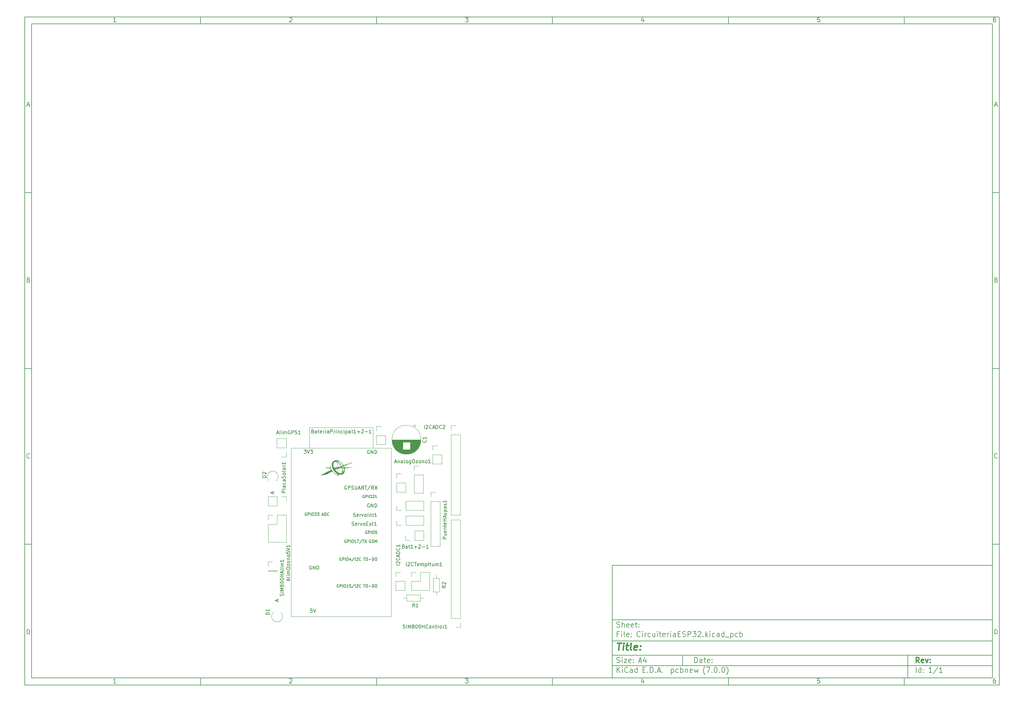
<source format=gbr>
%TF.GenerationSoftware,KiCad,Pcbnew,(7.0.0)*%
%TF.CreationDate,2023-05-17T11:18:48+02:00*%
%TF.ProjectId,CircuiteriaESP32,43697263-7569-4746-9572-696145535033,rev?*%
%TF.SameCoordinates,Original*%
%TF.FileFunction,Legend,Top*%
%TF.FilePolarity,Positive*%
%FSLAX46Y46*%
G04 Gerber Fmt 4.6, Leading zero omitted, Abs format (unit mm)*
G04 Created by KiCad (PCBNEW (7.0.0)) date 2023-05-17 11:18:48*
%MOMM*%
%LPD*%
G01*
G04 APERTURE LIST*
%ADD10C,0.100000*%
%ADD11C,0.150000*%
%ADD12C,0.300000*%
%ADD13C,0.400000*%
%ADD14C,0.120000*%
G04 APERTURE END LIST*
D10*
D11*
X177002200Y-166007200D02*
X285002200Y-166007200D01*
X285002200Y-198007200D01*
X177002200Y-198007200D01*
X177002200Y-166007200D01*
D10*
D11*
X10000000Y-10000000D02*
X287002200Y-10000000D01*
X287002200Y-200007200D01*
X10000000Y-200007200D01*
X10000000Y-10000000D01*
D10*
D11*
X12000000Y-12000000D02*
X285002200Y-12000000D01*
X285002200Y-198007200D01*
X12000000Y-198007200D01*
X12000000Y-12000000D01*
D10*
D11*
X60000000Y-12000000D02*
X60000000Y-10000000D01*
D10*
D11*
X110000000Y-12000000D02*
X110000000Y-10000000D01*
D10*
D11*
X160000000Y-12000000D02*
X160000000Y-10000000D01*
D10*
D11*
X210000000Y-12000000D02*
X210000000Y-10000000D01*
D10*
D11*
X260000000Y-12000000D02*
X260000000Y-10000000D01*
D10*
D11*
X35990476Y-11477595D02*
X35247619Y-11477595D01*
X35619047Y-11477595D02*
X35619047Y-10177595D01*
X35619047Y-10177595D02*
X35495238Y-10363309D01*
X35495238Y-10363309D02*
X35371428Y-10487119D01*
X35371428Y-10487119D02*
X35247619Y-10549023D01*
D10*
D11*
X85247619Y-10301404D02*
X85309523Y-10239500D01*
X85309523Y-10239500D02*
X85433333Y-10177595D01*
X85433333Y-10177595D02*
X85742857Y-10177595D01*
X85742857Y-10177595D02*
X85866666Y-10239500D01*
X85866666Y-10239500D02*
X85928571Y-10301404D01*
X85928571Y-10301404D02*
X85990476Y-10425214D01*
X85990476Y-10425214D02*
X85990476Y-10549023D01*
X85990476Y-10549023D02*
X85928571Y-10734738D01*
X85928571Y-10734738D02*
X85185714Y-11477595D01*
X85185714Y-11477595D02*
X85990476Y-11477595D01*
D10*
D11*
X135185714Y-10177595D02*
X135990476Y-10177595D01*
X135990476Y-10177595D02*
X135557142Y-10672833D01*
X135557142Y-10672833D02*
X135742857Y-10672833D01*
X135742857Y-10672833D02*
X135866666Y-10734738D01*
X135866666Y-10734738D02*
X135928571Y-10796642D01*
X135928571Y-10796642D02*
X135990476Y-10920452D01*
X135990476Y-10920452D02*
X135990476Y-11229976D01*
X135990476Y-11229976D02*
X135928571Y-11353785D01*
X135928571Y-11353785D02*
X135866666Y-11415690D01*
X135866666Y-11415690D02*
X135742857Y-11477595D01*
X135742857Y-11477595D02*
X135371428Y-11477595D01*
X135371428Y-11477595D02*
X135247619Y-11415690D01*
X135247619Y-11415690D02*
X135185714Y-11353785D01*
D10*
D11*
X185866666Y-10610928D02*
X185866666Y-11477595D01*
X185557142Y-10115690D02*
X185247619Y-11044261D01*
X185247619Y-11044261D02*
X186052380Y-11044261D01*
D10*
D11*
X235928571Y-10177595D02*
X235309523Y-10177595D01*
X235309523Y-10177595D02*
X235247619Y-10796642D01*
X235247619Y-10796642D02*
X235309523Y-10734738D01*
X235309523Y-10734738D02*
X235433333Y-10672833D01*
X235433333Y-10672833D02*
X235742857Y-10672833D01*
X235742857Y-10672833D02*
X235866666Y-10734738D01*
X235866666Y-10734738D02*
X235928571Y-10796642D01*
X235928571Y-10796642D02*
X235990476Y-10920452D01*
X235990476Y-10920452D02*
X235990476Y-11229976D01*
X235990476Y-11229976D02*
X235928571Y-11353785D01*
X235928571Y-11353785D02*
X235866666Y-11415690D01*
X235866666Y-11415690D02*
X235742857Y-11477595D01*
X235742857Y-11477595D02*
X235433333Y-11477595D01*
X235433333Y-11477595D02*
X235309523Y-11415690D01*
X235309523Y-11415690D02*
X235247619Y-11353785D01*
D10*
D11*
X285866666Y-10177595D02*
X285619047Y-10177595D01*
X285619047Y-10177595D02*
X285495238Y-10239500D01*
X285495238Y-10239500D02*
X285433333Y-10301404D01*
X285433333Y-10301404D02*
X285309523Y-10487119D01*
X285309523Y-10487119D02*
X285247619Y-10734738D01*
X285247619Y-10734738D02*
X285247619Y-11229976D01*
X285247619Y-11229976D02*
X285309523Y-11353785D01*
X285309523Y-11353785D02*
X285371428Y-11415690D01*
X285371428Y-11415690D02*
X285495238Y-11477595D01*
X285495238Y-11477595D02*
X285742857Y-11477595D01*
X285742857Y-11477595D02*
X285866666Y-11415690D01*
X285866666Y-11415690D02*
X285928571Y-11353785D01*
X285928571Y-11353785D02*
X285990476Y-11229976D01*
X285990476Y-11229976D02*
X285990476Y-10920452D01*
X285990476Y-10920452D02*
X285928571Y-10796642D01*
X285928571Y-10796642D02*
X285866666Y-10734738D01*
X285866666Y-10734738D02*
X285742857Y-10672833D01*
X285742857Y-10672833D02*
X285495238Y-10672833D01*
X285495238Y-10672833D02*
X285371428Y-10734738D01*
X285371428Y-10734738D02*
X285309523Y-10796642D01*
X285309523Y-10796642D02*
X285247619Y-10920452D01*
D10*
D11*
X60000000Y-198007200D02*
X60000000Y-200007200D01*
D10*
D11*
X110000000Y-198007200D02*
X110000000Y-200007200D01*
D10*
D11*
X160000000Y-198007200D02*
X160000000Y-200007200D01*
D10*
D11*
X210000000Y-198007200D02*
X210000000Y-200007200D01*
D10*
D11*
X260000000Y-198007200D02*
X260000000Y-200007200D01*
D10*
D11*
X35990476Y-199484795D02*
X35247619Y-199484795D01*
X35619047Y-199484795D02*
X35619047Y-198184795D01*
X35619047Y-198184795D02*
X35495238Y-198370509D01*
X35495238Y-198370509D02*
X35371428Y-198494319D01*
X35371428Y-198494319D02*
X35247619Y-198556223D01*
D10*
D11*
X85247619Y-198308604D02*
X85309523Y-198246700D01*
X85309523Y-198246700D02*
X85433333Y-198184795D01*
X85433333Y-198184795D02*
X85742857Y-198184795D01*
X85742857Y-198184795D02*
X85866666Y-198246700D01*
X85866666Y-198246700D02*
X85928571Y-198308604D01*
X85928571Y-198308604D02*
X85990476Y-198432414D01*
X85990476Y-198432414D02*
X85990476Y-198556223D01*
X85990476Y-198556223D02*
X85928571Y-198741938D01*
X85928571Y-198741938D02*
X85185714Y-199484795D01*
X85185714Y-199484795D02*
X85990476Y-199484795D01*
D10*
D11*
X135185714Y-198184795D02*
X135990476Y-198184795D01*
X135990476Y-198184795D02*
X135557142Y-198680033D01*
X135557142Y-198680033D02*
X135742857Y-198680033D01*
X135742857Y-198680033D02*
X135866666Y-198741938D01*
X135866666Y-198741938D02*
X135928571Y-198803842D01*
X135928571Y-198803842D02*
X135990476Y-198927652D01*
X135990476Y-198927652D02*
X135990476Y-199237176D01*
X135990476Y-199237176D02*
X135928571Y-199360985D01*
X135928571Y-199360985D02*
X135866666Y-199422890D01*
X135866666Y-199422890D02*
X135742857Y-199484795D01*
X135742857Y-199484795D02*
X135371428Y-199484795D01*
X135371428Y-199484795D02*
X135247619Y-199422890D01*
X135247619Y-199422890D02*
X135185714Y-199360985D01*
D10*
D11*
X185866666Y-198618128D02*
X185866666Y-199484795D01*
X185557142Y-198122890D02*
X185247619Y-199051461D01*
X185247619Y-199051461D02*
X186052380Y-199051461D01*
D10*
D11*
X235928571Y-198184795D02*
X235309523Y-198184795D01*
X235309523Y-198184795D02*
X235247619Y-198803842D01*
X235247619Y-198803842D02*
X235309523Y-198741938D01*
X235309523Y-198741938D02*
X235433333Y-198680033D01*
X235433333Y-198680033D02*
X235742857Y-198680033D01*
X235742857Y-198680033D02*
X235866666Y-198741938D01*
X235866666Y-198741938D02*
X235928571Y-198803842D01*
X235928571Y-198803842D02*
X235990476Y-198927652D01*
X235990476Y-198927652D02*
X235990476Y-199237176D01*
X235990476Y-199237176D02*
X235928571Y-199360985D01*
X235928571Y-199360985D02*
X235866666Y-199422890D01*
X235866666Y-199422890D02*
X235742857Y-199484795D01*
X235742857Y-199484795D02*
X235433333Y-199484795D01*
X235433333Y-199484795D02*
X235309523Y-199422890D01*
X235309523Y-199422890D02*
X235247619Y-199360985D01*
D10*
D11*
X285866666Y-198184795D02*
X285619047Y-198184795D01*
X285619047Y-198184795D02*
X285495238Y-198246700D01*
X285495238Y-198246700D02*
X285433333Y-198308604D01*
X285433333Y-198308604D02*
X285309523Y-198494319D01*
X285309523Y-198494319D02*
X285247619Y-198741938D01*
X285247619Y-198741938D02*
X285247619Y-199237176D01*
X285247619Y-199237176D02*
X285309523Y-199360985D01*
X285309523Y-199360985D02*
X285371428Y-199422890D01*
X285371428Y-199422890D02*
X285495238Y-199484795D01*
X285495238Y-199484795D02*
X285742857Y-199484795D01*
X285742857Y-199484795D02*
X285866666Y-199422890D01*
X285866666Y-199422890D02*
X285928571Y-199360985D01*
X285928571Y-199360985D02*
X285990476Y-199237176D01*
X285990476Y-199237176D02*
X285990476Y-198927652D01*
X285990476Y-198927652D02*
X285928571Y-198803842D01*
X285928571Y-198803842D02*
X285866666Y-198741938D01*
X285866666Y-198741938D02*
X285742857Y-198680033D01*
X285742857Y-198680033D02*
X285495238Y-198680033D01*
X285495238Y-198680033D02*
X285371428Y-198741938D01*
X285371428Y-198741938D02*
X285309523Y-198803842D01*
X285309523Y-198803842D02*
X285247619Y-198927652D01*
D10*
D11*
X10000000Y-60000000D02*
X12000000Y-60000000D01*
D10*
D11*
X10000000Y-110000000D02*
X12000000Y-110000000D01*
D10*
D11*
X10000000Y-160000000D02*
X12000000Y-160000000D01*
D10*
D11*
X10690476Y-35106166D02*
X11309523Y-35106166D01*
X10566666Y-35477595D02*
X10999999Y-34177595D01*
X10999999Y-34177595D02*
X11433333Y-35477595D01*
D10*
D11*
X11092857Y-84796642D02*
X11278571Y-84858547D01*
X11278571Y-84858547D02*
X11340476Y-84920452D01*
X11340476Y-84920452D02*
X11402380Y-85044261D01*
X11402380Y-85044261D02*
X11402380Y-85229976D01*
X11402380Y-85229976D02*
X11340476Y-85353785D01*
X11340476Y-85353785D02*
X11278571Y-85415690D01*
X11278571Y-85415690D02*
X11154761Y-85477595D01*
X11154761Y-85477595D02*
X10659523Y-85477595D01*
X10659523Y-85477595D02*
X10659523Y-84177595D01*
X10659523Y-84177595D02*
X11092857Y-84177595D01*
X11092857Y-84177595D02*
X11216666Y-84239500D01*
X11216666Y-84239500D02*
X11278571Y-84301404D01*
X11278571Y-84301404D02*
X11340476Y-84425214D01*
X11340476Y-84425214D02*
X11340476Y-84549023D01*
X11340476Y-84549023D02*
X11278571Y-84672833D01*
X11278571Y-84672833D02*
X11216666Y-84734738D01*
X11216666Y-84734738D02*
X11092857Y-84796642D01*
X11092857Y-84796642D02*
X10659523Y-84796642D01*
D10*
D11*
X11402380Y-135353785D02*
X11340476Y-135415690D01*
X11340476Y-135415690D02*
X11154761Y-135477595D01*
X11154761Y-135477595D02*
X11030952Y-135477595D01*
X11030952Y-135477595D02*
X10845238Y-135415690D01*
X10845238Y-135415690D02*
X10721428Y-135291880D01*
X10721428Y-135291880D02*
X10659523Y-135168071D01*
X10659523Y-135168071D02*
X10597619Y-134920452D01*
X10597619Y-134920452D02*
X10597619Y-134734738D01*
X10597619Y-134734738D02*
X10659523Y-134487119D01*
X10659523Y-134487119D02*
X10721428Y-134363309D01*
X10721428Y-134363309D02*
X10845238Y-134239500D01*
X10845238Y-134239500D02*
X11030952Y-134177595D01*
X11030952Y-134177595D02*
X11154761Y-134177595D01*
X11154761Y-134177595D02*
X11340476Y-134239500D01*
X11340476Y-134239500D02*
X11402380Y-134301404D01*
D10*
D11*
X10659523Y-185477595D02*
X10659523Y-184177595D01*
X10659523Y-184177595D02*
X10969047Y-184177595D01*
X10969047Y-184177595D02*
X11154761Y-184239500D01*
X11154761Y-184239500D02*
X11278571Y-184363309D01*
X11278571Y-184363309D02*
X11340476Y-184487119D01*
X11340476Y-184487119D02*
X11402380Y-184734738D01*
X11402380Y-184734738D02*
X11402380Y-184920452D01*
X11402380Y-184920452D02*
X11340476Y-185168071D01*
X11340476Y-185168071D02*
X11278571Y-185291880D01*
X11278571Y-185291880D02*
X11154761Y-185415690D01*
X11154761Y-185415690D02*
X10969047Y-185477595D01*
X10969047Y-185477595D02*
X10659523Y-185477595D01*
D10*
D11*
X287002200Y-60000000D02*
X285002200Y-60000000D01*
D10*
D11*
X287002200Y-110000000D02*
X285002200Y-110000000D01*
D10*
D11*
X287002200Y-160000000D02*
X285002200Y-160000000D01*
D10*
D11*
X285692676Y-35106166D02*
X286311723Y-35106166D01*
X285568866Y-35477595D02*
X286002199Y-34177595D01*
X286002199Y-34177595D02*
X286435533Y-35477595D01*
D10*
D11*
X286095057Y-84796642D02*
X286280771Y-84858547D01*
X286280771Y-84858547D02*
X286342676Y-84920452D01*
X286342676Y-84920452D02*
X286404580Y-85044261D01*
X286404580Y-85044261D02*
X286404580Y-85229976D01*
X286404580Y-85229976D02*
X286342676Y-85353785D01*
X286342676Y-85353785D02*
X286280771Y-85415690D01*
X286280771Y-85415690D02*
X286156961Y-85477595D01*
X286156961Y-85477595D02*
X285661723Y-85477595D01*
X285661723Y-85477595D02*
X285661723Y-84177595D01*
X285661723Y-84177595D02*
X286095057Y-84177595D01*
X286095057Y-84177595D02*
X286218866Y-84239500D01*
X286218866Y-84239500D02*
X286280771Y-84301404D01*
X286280771Y-84301404D02*
X286342676Y-84425214D01*
X286342676Y-84425214D02*
X286342676Y-84549023D01*
X286342676Y-84549023D02*
X286280771Y-84672833D01*
X286280771Y-84672833D02*
X286218866Y-84734738D01*
X286218866Y-84734738D02*
X286095057Y-84796642D01*
X286095057Y-84796642D02*
X285661723Y-84796642D01*
D10*
D11*
X286404580Y-135353785D02*
X286342676Y-135415690D01*
X286342676Y-135415690D02*
X286156961Y-135477595D01*
X286156961Y-135477595D02*
X286033152Y-135477595D01*
X286033152Y-135477595D02*
X285847438Y-135415690D01*
X285847438Y-135415690D02*
X285723628Y-135291880D01*
X285723628Y-135291880D02*
X285661723Y-135168071D01*
X285661723Y-135168071D02*
X285599819Y-134920452D01*
X285599819Y-134920452D02*
X285599819Y-134734738D01*
X285599819Y-134734738D02*
X285661723Y-134487119D01*
X285661723Y-134487119D02*
X285723628Y-134363309D01*
X285723628Y-134363309D02*
X285847438Y-134239500D01*
X285847438Y-134239500D02*
X286033152Y-134177595D01*
X286033152Y-134177595D02*
X286156961Y-134177595D01*
X286156961Y-134177595D02*
X286342676Y-134239500D01*
X286342676Y-134239500D02*
X286404580Y-134301404D01*
D10*
D11*
X285661723Y-185477595D02*
X285661723Y-184177595D01*
X285661723Y-184177595D02*
X285971247Y-184177595D01*
X285971247Y-184177595D02*
X286156961Y-184239500D01*
X286156961Y-184239500D02*
X286280771Y-184363309D01*
X286280771Y-184363309D02*
X286342676Y-184487119D01*
X286342676Y-184487119D02*
X286404580Y-184734738D01*
X286404580Y-184734738D02*
X286404580Y-184920452D01*
X286404580Y-184920452D02*
X286342676Y-185168071D01*
X286342676Y-185168071D02*
X286280771Y-185291880D01*
X286280771Y-185291880D02*
X286156961Y-185415690D01*
X286156961Y-185415690D02*
X285971247Y-185477595D01*
X285971247Y-185477595D02*
X285661723Y-185477595D01*
D10*
D11*
X200359342Y-193658271D02*
X200359342Y-192158271D01*
X200359342Y-192158271D02*
X200716485Y-192158271D01*
X200716485Y-192158271D02*
X200930771Y-192229700D01*
X200930771Y-192229700D02*
X201073628Y-192372557D01*
X201073628Y-192372557D02*
X201145057Y-192515414D01*
X201145057Y-192515414D02*
X201216485Y-192801128D01*
X201216485Y-192801128D02*
X201216485Y-193015414D01*
X201216485Y-193015414D02*
X201145057Y-193301128D01*
X201145057Y-193301128D02*
X201073628Y-193443985D01*
X201073628Y-193443985D02*
X200930771Y-193586842D01*
X200930771Y-193586842D02*
X200716485Y-193658271D01*
X200716485Y-193658271D02*
X200359342Y-193658271D01*
X202502200Y-193658271D02*
X202502200Y-192872557D01*
X202502200Y-192872557D02*
X202430771Y-192729700D01*
X202430771Y-192729700D02*
X202287914Y-192658271D01*
X202287914Y-192658271D02*
X202002200Y-192658271D01*
X202002200Y-192658271D02*
X201859342Y-192729700D01*
X202502200Y-193586842D02*
X202359342Y-193658271D01*
X202359342Y-193658271D02*
X202002200Y-193658271D01*
X202002200Y-193658271D02*
X201859342Y-193586842D01*
X201859342Y-193586842D02*
X201787914Y-193443985D01*
X201787914Y-193443985D02*
X201787914Y-193301128D01*
X201787914Y-193301128D02*
X201859342Y-193158271D01*
X201859342Y-193158271D02*
X202002200Y-193086842D01*
X202002200Y-193086842D02*
X202359342Y-193086842D01*
X202359342Y-193086842D02*
X202502200Y-193015414D01*
X203002200Y-192658271D02*
X203573628Y-192658271D01*
X203216485Y-192158271D02*
X203216485Y-193443985D01*
X203216485Y-193443985D02*
X203287914Y-193586842D01*
X203287914Y-193586842D02*
X203430771Y-193658271D01*
X203430771Y-193658271D02*
X203573628Y-193658271D01*
X204645057Y-193586842D02*
X204502200Y-193658271D01*
X204502200Y-193658271D02*
X204216486Y-193658271D01*
X204216486Y-193658271D02*
X204073628Y-193586842D01*
X204073628Y-193586842D02*
X204002200Y-193443985D01*
X204002200Y-193443985D02*
X204002200Y-192872557D01*
X204002200Y-192872557D02*
X204073628Y-192729700D01*
X204073628Y-192729700D02*
X204216486Y-192658271D01*
X204216486Y-192658271D02*
X204502200Y-192658271D01*
X204502200Y-192658271D02*
X204645057Y-192729700D01*
X204645057Y-192729700D02*
X204716486Y-192872557D01*
X204716486Y-192872557D02*
X204716486Y-193015414D01*
X204716486Y-193015414D02*
X204002200Y-193158271D01*
X205359342Y-193515414D02*
X205430771Y-193586842D01*
X205430771Y-193586842D02*
X205359342Y-193658271D01*
X205359342Y-193658271D02*
X205287914Y-193586842D01*
X205287914Y-193586842D02*
X205359342Y-193515414D01*
X205359342Y-193515414D02*
X205359342Y-193658271D01*
X205359342Y-192729700D02*
X205430771Y-192801128D01*
X205430771Y-192801128D02*
X205359342Y-192872557D01*
X205359342Y-192872557D02*
X205287914Y-192801128D01*
X205287914Y-192801128D02*
X205359342Y-192729700D01*
X205359342Y-192729700D02*
X205359342Y-192872557D01*
D10*
D11*
X177002200Y-194507200D02*
X285002200Y-194507200D01*
D10*
D11*
X178359342Y-196458271D02*
X178359342Y-194958271D01*
X179216485Y-196458271D02*
X178573628Y-195601128D01*
X179216485Y-194958271D02*
X178359342Y-195815414D01*
X179859342Y-196458271D02*
X179859342Y-195458271D01*
X179859342Y-194958271D02*
X179787914Y-195029700D01*
X179787914Y-195029700D02*
X179859342Y-195101128D01*
X179859342Y-195101128D02*
X179930771Y-195029700D01*
X179930771Y-195029700D02*
X179859342Y-194958271D01*
X179859342Y-194958271D02*
X179859342Y-195101128D01*
X181430771Y-196315414D02*
X181359343Y-196386842D01*
X181359343Y-196386842D02*
X181145057Y-196458271D01*
X181145057Y-196458271D02*
X181002200Y-196458271D01*
X181002200Y-196458271D02*
X180787914Y-196386842D01*
X180787914Y-196386842D02*
X180645057Y-196243985D01*
X180645057Y-196243985D02*
X180573628Y-196101128D01*
X180573628Y-196101128D02*
X180502200Y-195815414D01*
X180502200Y-195815414D02*
X180502200Y-195601128D01*
X180502200Y-195601128D02*
X180573628Y-195315414D01*
X180573628Y-195315414D02*
X180645057Y-195172557D01*
X180645057Y-195172557D02*
X180787914Y-195029700D01*
X180787914Y-195029700D02*
X181002200Y-194958271D01*
X181002200Y-194958271D02*
X181145057Y-194958271D01*
X181145057Y-194958271D02*
X181359343Y-195029700D01*
X181359343Y-195029700D02*
X181430771Y-195101128D01*
X182716486Y-196458271D02*
X182716486Y-195672557D01*
X182716486Y-195672557D02*
X182645057Y-195529700D01*
X182645057Y-195529700D02*
X182502200Y-195458271D01*
X182502200Y-195458271D02*
X182216486Y-195458271D01*
X182216486Y-195458271D02*
X182073628Y-195529700D01*
X182716486Y-196386842D02*
X182573628Y-196458271D01*
X182573628Y-196458271D02*
X182216486Y-196458271D01*
X182216486Y-196458271D02*
X182073628Y-196386842D01*
X182073628Y-196386842D02*
X182002200Y-196243985D01*
X182002200Y-196243985D02*
X182002200Y-196101128D01*
X182002200Y-196101128D02*
X182073628Y-195958271D01*
X182073628Y-195958271D02*
X182216486Y-195886842D01*
X182216486Y-195886842D02*
X182573628Y-195886842D01*
X182573628Y-195886842D02*
X182716486Y-195815414D01*
X184073629Y-196458271D02*
X184073629Y-194958271D01*
X184073629Y-196386842D02*
X183930771Y-196458271D01*
X183930771Y-196458271D02*
X183645057Y-196458271D01*
X183645057Y-196458271D02*
X183502200Y-196386842D01*
X183502200Y-196386842D02*
X183430771Y-196315414D01*
X183430771Y-196315414D02*
X183359343Y-196172557D01*
X183359343Y-196172557D02*
X183359343Y-195743985D01*
X183359343Y-195743985D02*
X183430771Y-195601128D01*
X183430771Y-195601128D02*
X183502200Y-195529700D01*
X183502200Y-195529700D02*
X183645057Y-195458271D01*
X183645057Y-195458271D02*
X183930771Y-195458271D01*
X183930771Y-195458271D02*
X184073629Y-195529700D01*
X185687914Y-195672557D02*
X186187914Y-195672557D01*
X186402200Y-196458271D02*
X185687914Y-196458271D01*
X185687914Y-196458271D02*
X185687914Y-194958271D01*
X185687914Y-194958271D02*
X186402200Y-194958271D01*
X187045057Y-196315414D02*
X187116486Y-196386842D01*
X187116486Y-196386842D02*
X187045057Y-196458271D01*
X187045057Y-196458271D02*
X186973629Y-196386842D01*
X186973629Y-196386842D02*
X187045057Y-196315414D01*
X187045057Y-196315414D02*
X187045057Y-196458271D01*
X187759343Y-196458271D02*
X187759343Y-194958271D01*
X187759343Y-194958271D02*
X188116486Y-194958271D01*
X188116486Y-194958271D02*
X188330772Y-195029700D01*
X188330772Y-195029700D02*
X188473629Y-195172557D01*
X188473629Y-195172557D02*
X188545058Y-195315414D01*
X188545058Y-195315414D02*
X188616486Y-195601128D01*
X188616486Y-195601128D02*
X188616486Y-195815414D01*
X188616486Y-195815414D02*
X188545058Y-196101128D01*
X188545058Y-196101128D02*
X188473629Y-196243985D01*
X188473629Y-196243985D02*
X188330772Y-196386842D01*
X188330772Y-196386842D02*
X188116486Y-196458271D01*
X188116486Y-196458271D02*
X187759343Y-196458271D01*
X189259343Y-196315414D02*
X189330772Y-196386842D01*
X189330772Y-196386842D02*
X189259343Y-196458271D01*
X189259343Y-196458271D02*
X189187915Y-196386842D01*
X189187915Y-196386842D02*
X189259343Y-196315414D01*
X189259343Y-196315414D02*
X189259343Y-196458271D01*
X189902201Y-196029700D02*
X190616487Y-196029700D01*
X189759344Y-196458271D02*
X190259344Y-194958271D01*
X190259344Y-194958271D02*
X190759344Y-196458271D01*
X191259343Y-196315414D02*
X191330772Y-196386842D01*
X191330772Y-196386842D02*
X191259343Y-196458271D01*
X191259343Y-196458271D02*
X191187915Y-196386842D01*
X191187915Y-196386842D02*
X191259343Y-196315414D01*
X191259343Y-196315414D02*
X191259343Y-196458271D01*
X193773629Y-195458271D02*
X193773629Y-196958271D01*
X193773629Y-195529700D02*
X193916487Y-195458271D01*
X193916487Y-195458271D02*
X194202201Y-195458271D01*
X194202201Y-195458271D02*
X194345058Y-195529700D01*
X194345058Y-195529700D02*
X194416487Y-195601128D01*
X194416487Y-195601128D02*
X194487915Y-195743985D01*
X194487915Y-195743985D02*
X194487915Y-196172557D01*
X194487915Y-196172557D02*
X194416487Y-196315414D01*
X194416487Y-196315414D02*
X194345058Y-196386842D01*
X194345058Y-196386842D02*
X194202201Y-196458271D01*
X194202201Y-196458271D02*
X193916487Y-196458271D01*
X193916487Y-196458271D02*
X193773629Y-196386842D01*
X195773630Y-196386842D02*
X195630772Y-196458271D01*
X195630772Y-196458271D02*
X195345058Y-196458271D01*
X195345058Y-196458271D02*
X195202201Y-196386842D01*
X195202201Y-196386842D02*
X195130772Y-196315414D01*
X195130772Y-196315414D02*
X195059344Y-196172557D01*
X195059344Y-196172557D02*
X195059344Y-195743985D01*
X195059344Y-195743985D02*
X195130772Y-195601128D01*
X195130772Y-195601128D02*
X195202201Y-195529700D01*
X195202201Y-195529700D02*
X195345058Y-195458271D01*
X195345058Y-195458271D02*
X195630772Y-195458271D01*
X195630772Y-195458271D02*
X195773630Y-195529700D01*
X196416486Y-196458271D02*
X196416486Y-194958271D01*
X196416486Y-195529700D02*
X196559344Y-195458271D01*
X196559344Y-195458271D02*
X196845058Y-195458271D01*
X196845058Y-195458271D02*
X196987915Y-195529700D01*
X196987915Y-195529700D02*
X197059344Y-195601128D01*
X197059344Y-195601128D02*
X197130772Y-195743985D01*
X197130772Y-195743985D02*
X197130772Y-196172557D01*
X197130772Y-196172557D02*
X197059344Y-196315414D01*
X197059344Y-196315414D02*
X196987915Y-196386842D01*
X196987915Y-196386842D02*
X196845058Y-196458271D01*
X196845058Y-196458271D02*
X196559344Y-196458271D01*
X196559344Y-196458271D02*
X196416486Y-196386842D01*
X197773629Y-195458271D02*
X197773629Y-196458271D01*
X197773629Y-195601128D02*
X197845058Y-195529700D01*
X197845058Y-195529700D02*
X197987915Y-195458271D01*
X197987915Y-195458271D02*
X198202201Y-195458271D01*
X198202201Y-195458271D02*
X198345058Y-195529700D01*
X198345058Y-195529700D02*
X198416487Y-195672557D01*
X198416487Y-195672557D02*
X198416487Y-196458271D01*
X199702201Y-196386842D02*
X199559344Y-196458271D01*
X199559344Y-196458271D02*
X199273630Y-196458271D01*
X199273630Y-196458271D02*
X199130772Y-196386842D01*
X199130772Y-196386842D02*
X199059344Y-196243985D01*
X199059344Y-196243985D02*
X199059344Y-195672557D01*
X199059344Y-195672557D02*
X199130772Y-195529700D01*
X199130772Y-195529700D02*
X199273630Y-195458271D01*
X199273630Y-195458271D02*
X199559344Y-195458271D01*
X199559344Y-195458271D02*
X199702201Y-195529700D01*
X199702201Y-195529700D02*
X199773630Y-195672557D01*
X199773630Y-195672557D02*
X199773630Y-195815414D01*
X199773630Y-195815414D02*
X199059344Y-195958271D01*
X200273629Y-195458271D02*
X200559344Y-196458271D01*
X200559344Y-196458271D02*
X200845058Y-195743985D01*
X200845058Y-195743985D02*
X201130772Y-196458271D01*
X201130772Y-196458271D02*
X201416486Y-195458271D01*
X203316487Y-197029700D02*
X203245058Y-196958271D01*
X203245058Y-196958271D02*
X203102201Y-196743985D01*
X203102201Y-196743985D02*
X203030773Y-196601128D01*
X203030773Y-196601128D02*
X202959344Y-196386842D01*
X202959344Y-196386842D02*
X202887915Y-196029700D01*
X202887915Y-196029700D02*
X202887915Y-195743985D01*
X202887915Y-195743985D02*
X202959344Y-195386842D01*
X202959344Y-195386842D02*
X203030773Y-195172557D01*
X203030773Y-195172557D02*
X203102201Y-195029700D01*
X203102201Y-195029700D02*
X203245058Y-194815414D01*
X203245058Y-194815414D02*
X203316487Y-194743985D01*
X203745058Y-194958271D02*
X204745058Y-194958271D01*
X204745058Y-194958271D02*
X204102201Y-196458271D01*
X205316486Y-196315414D02*
X205387915Y-196386842D01*
X205387915Y-196386842D02*
X205316486Y-196458271D01*
X205316486Y-196458271D02*
X205245058Y-196386842D01*
X205245058Y-196386842D02*
X205316486Y-196315414D01*
X205316486Y-196315414D02*
X205316486Y-196458271D01*
X206316487Y-194958271D02*
X206459344Y-194958271D01*
X206459344Y-194958271D02*
X206602201Y-195029700D01*
X206602201Y-195029700D02*
X206673630Y-195101128D01*
X206673630Y-195101128D02*
X206745058Y-195243985D01*
X206745058Y-195243985D02*
X206816487Y-195529700D01*
X206816487Y-195529700D02*
X206816487Y-195886842D01*
X206816487Y-195886842D02*
X206745058Y-196172557D01*
X206745058Y-196172557D02*
X206673630Y-196315414D01*
X206673630Y-196315414D02*
X206602201Y-196386842D01*
X206602201Y-196386842D02*
X206459344Y-196458271D01*
X206459344Y-196458271D02*
X206316487Y-196458271D01*
X206316487Y-196458271D02*
X206173630Y-196386842D01*
X206173630Y-196386842D02*
X206102201Y-196315414D01*
X206102201Y-196315414D02*
X206030772Y-196172557D01*
X206030772Y-196172557D02*
X205959344Y-195886842D01*
X205959344Y-195886842D02*
X205959344Y-195529700D01*
X205959344Y-195529700D02*
X206030772Y-195243985D01*
X206030772Y-195243985D02*
X206102201Y-195101128D01*
X206102201Y-195101128D02*
X206173630Y-195029700D01*
X206173630Y-195029700D02*
X206316487Y-194958271D01*
X207459343Y-196315414D02*
X207530772Y-196386842D01*
X207530772Y-196386842D02*
X207459343Y-196458271D01*
X207459343Y-196458271D02*
X207387915Y-196386842D01*
X207387915Y-196386842D02*
X207459343Y-196315414D01*
X207459343Y-196315414D02*
X207459343Y-196458271D01*
X208459344Y-194958271D02*
X208602201Y-194958271D01*
X208602201Y-194958271D02*
X208745058Y-195029700D01*
X208745058Y-195029700D02*
X208816487Y-195101128D01*
X208816487Y-195101128D02*
X208887915Y-195243985D01*
X208887915Y-195243985D02*
X208959344Y-195529700D01*
X208959344Y-195529700D02*
X208959344Y-195886842D01*
X208959344Y-195886842D02*
X208887915Y-196172557D01*
X208887915Y-196172557D02*
X208816487Y-196315414D01*
X208816487Y-196315414D02*
X208745058Y-196386842D01*
X208745058Y-196386842D02*
X208602201Y-196458271D01*
X208602201Y-196458271D02*
X208459344Y-196458271D01*
X208459344Y-196458271D02*
X208316487Y-196386842D01*
X208316487Y-196386842D02*
X208245058Y-196315414D01*
X208245058Y-196315414D02*
X208173629Y-196172557D01*
X208173629Y-196172557D02*
X208102201Y-195886842D01*
X208102201Y-195886842D02*
X208102201Y-195529700D01*
X208102201Y-195529700D02*
X208173629Y-195243985D01*
X208173629Y-195243985D02*
X208245058Y-195101128D01*
X208245058Y-195101128D02*
X208316487Y-195029700D01*
X208316487Y-195029700D02*
X208459344Y-194958271D01*
X209459343Y-197029700D02*
X209530772Y-196958271D01*
X209530772Y-196958271D02*
X209673629Y-196743985D01*
X209673629Y-196743985D02*
X209745058Y-196601128D01*
X209745058Y-196601128D02*
X209816486Y-196386842D01*
X209816486Y-196386842D02*
X209887915Y-196029700D01*
X209887915Y-196029700D02*
X209887915Y-195743985D01*
X209887915Y-195743985D02*
X209816486Y-195386842D01*
X209816486Y-195386842D02*
X209745058Y-195172557D01*
X209745058Y-195172557D02*
X209673629Y-195029700D01*
X209673629Y-195029700D02*
X209530772Y-194815414D01*
X209530772Y-194815414D02*
X209459343Y-194743985D01*
D10*
D11*
X177002200Y-191507200D02*
X285002200Y-191507200D01*
D10*
D12*
X264216485Y-193658271D02*
X263716485Y-192943985D01*
X263359342Y-193658271D02*
X263359342Y-192158271D01*
X263359342Y-192158271D02*
X263930771Y-192158271D01*
X263930771Y-192158271D02*
X264073628Y-192229700D01*
X264073628Y-192229700D02*
X264145057Y-192301128D01*
X264145057Y-192301128D02*
X264216485Y-192443985D01*
X264216485Y-192443985D02*
X264216485Y-192658271D01*
X264216485Y-192658271D02*
X264145057Y-192801128D01*
X264145057Y-192801128D02*
X264073628Y-192872557D01*
X264073628Y-192872557D02*
X263930771Y-192943985D01*
X263930771Y-192943985D02*
X263359342Y-192943985D01*
X265430771Y-193586842D02*
X265287914Y-193658271D01*
X265287914Y-193658271D02*
X265002200Y-193658271D01*
X265002200Y-193658271D02*
X264859342Y-193586842D01*
X264859342Y-193586842D02*
X264787914Y-193443985D01*
X264787914Y-193443985D02*
X264787914Y-192872557D01*
X264787914Y-192872557D02*
X264859342Y-192729700D01*
X264859342Y-192729700D02*
X265002200Y-192658271D01*
X265002200Y-192658271D02*
X265287914Y-192658271D01*
X265287914Y-192658271D02*
X265430771Y-192729700D01*
X265430771Y-192729700D02*
X265502200Y-192872557D01*
X265502200Y-192872557D02*
X265502200Y-193015414D01*
X265502200Y-193015414D02*
X264787914Y-193158271D01*
X266002199Y-192658271D02*
X266359342Y-193658271D01*
X266359342Y-193658271D02*
X266716485Y-192658271D01*
X267287913Y-193515414D02*
X267359342Y-193586842D01*
X267359342Y-193586842D02*
X267287913Y-193658271D01*
X267287913Y-193658271D02*
X267216485Y-193586842D01*
X267216485Y-193586842D02*
X267287913Y-193515414D01*
X267287913Y-193515414D02*
X267287913Y-193658271D01*
X267287913Y-192729700D02*
X267359342Y-192801128D01*
X267359342Y-192801128D02*
X267287913Y-192872557D01*
X267287913Y-192872557D02*
X267216485Y-192801128D01*
X267216485Y-192801128D02*
X267287913Y-192729700D01*
X267287913Y-192729700D02*
X267287913Y-192872557D01*
D10*
D11*
X178287914Y-193586842D02*
X178502200Y-193658271D01*
X178502200Y-193658271D02*
X178859342Y-193658271D01*
X178859342Y-193658271D02*
X179002200Y-193586842D01*
X179002200Y-193586842D02*
X179073628Y-193515414D01*
X179073628Y-193515414D02*
X179145057Y-193372557D01*
X179145057Y-193372557D02*
X179145057Y-193229700D01*
X179145057Y-193229700D02*
X179073628Y-193086842D01*
X179073628Y-193086842D02*
X179002200Y-193015414D01*
X179002200Y-193015414D02*
X178859342Y-192943985D01*
X178859342Y-192943985D02*
X178573628Y-192872557D01*
X178573628Y-192872557D02*
X178430771Y-192801128D01*
X178430771Y-192801128D02*
X178359342Y-192729700D01*
X178359342Y-192729700D02*
X178287914Y-192586842D01*
X178287914Y-192586842D02*
X178287914Y-192443985D01*
X178287914Y-192443985D02*
X178359342Y-192301128D01*
X178359342Y-192301128D02*
X178430771Y-192229700D01*
X178430771Y-192229700D02*
X178573628Y-192158271D01*
X178573628Y-192158271D02*
X178930771Y-192158271D01*
X178930771Y-192158271D02*
X179145057Y-192229700D01*
X179787913Y-193658271D02*
X179787913Y-192658271D01*
X179787913Y-192158271D02*
X179716485Y-192229700D01*
X179716485Y-192229700D02*
X179787913Y-192301128D01*
X179787913Y-192301128D02*
X179859342Y-192229700D01*
X179859342Y-192229700D02*
X179787913Y-192158271D01*
X179787913Y-192158271D02*
X179787913Y-192301128D01*
X180359342Y-192658271D02*
X181145057Y-192658271D01*
X181145057Y-192658271D02*
X180359342Y-193658271D01*
X180359342Y-193658271D02*
X181145057Y-193658271D01*
X182287914Y-193586842D02*
X182145057Y-193658271D01*
X182145057Y-193658271D02*
X181859343Y-193658271D01*
X181859343Y-193658271D02*
X181716485Y-193586842D01*
X181716485Y-193586842D02*
X181645057Y-193443985D01*
X181645057Y-193443985D02*
X181645057Y-192872557D01*
X181645057Y-192872557D02*
X181716485Y-192729700D01*
X181716485Y-192729700D02*
X181859343Y-192658271D01*
X181859343Y-192658271D02*
X182145057Y-192658271D01*
X182145057Y-192658271D02*
X182287914Y-192729700D01*
X182287914Y-192729700D02*
X182359343Y-192872557D01*
X182359343Y-192872557D02*
X182359343Y-193015414D01*
X182359343Y-193015414D02*
X181645057Y-193158271D01*
X183002199Y-193515414D02*
X183073628Y-193586842D01*
X183073628Y-193586842D02*
X183002199Y-193658271D01*
X183002199Y-193658271D02*
X182930771Y-193586842D01*
X182930771Y-193586842D02*
X183002199Y-193515414D01*
X183002199Y-193515414D02*
X183002199Y-193658271D01*
X183002199Y-192729700D02*
X183073628Y-192801128D01*
X183073628Y-192801128D02*
X183002199Y-192872557D01*
X183002199Y-192872557D02*
X182930771Y-192801128D01*
X182930771Y-192801128D02*
X183002199Y-192729700D01*
X183002199Y-192729700D02*
X183002199Y-192872557D01*
X184545057Y-193229700D02*
X185259343Y-193229700D01*
X184402200Y-193658271D02*
X184902200Y-192158271D01*
X184902200Y-192158271D02*
X185402200Y-193658271D01*
X186545057Y-192658271D02*
X186545057Y-193658271D01*
X186187914Y-192086842D02*
X185830771Y-193158271D01*
X185830771Y-193158271D02*
X186759342Y-193158271D01*
D10*
D11*
X263359342Y-196458271D02*
X263359342Y-194958271D01*
X264716486Y-196458271D02*
X264716486Y-194958271D01*
X264716486Y-196386842D02*
X264573628Y-196458271D01*
X264573628Y-196458271D02*
X264287914Y-196458271D01*
X264287914Y-196458271D02*
X264145057Y-196386842D01*
X264145057Y-196386842D02*
X264073628Y-196315414D01*
X264073628Y-196315414D02*
X264002200Y-196172557D01*
X264002200Y-196172557D02*
X264002200Y-195743985D01*
X264002200Y-195743985D02*
X264073628Y-195601128D01*
X264073628Y-195601128D02*
X264145057Y-195529700D01*
X264145057Y-195529700D02*
X264287914Y-195458271D01*
X264287914Y-195458271D02*
X264573628Y-195458271D01*
X264573628Y-195458271D02*
X264716486Y-195529700D01*
X265430771Y-196315414D02*
X265502200Y-196386842D01*
X265502200Y-196386842D02*
X265430771Y-196458271D01*
X265430771Y-196458271D02*
X265359343Y-196386842D01*
X265359343Y-196386842D02*
X265430771Y-196315414D01*
X265430771Y-196315414D02*
X265430771Y-196458271D01*
X265430771Y-195529700D02*
X265502200Y-195601128D01*
X265502200Y-195601128D02*
X265430771Y-195672557D01*
X265430771Y-195672557D02*
X265359343Y-195601128D01*
X265359343Y-195601128D02*
X265430771Y-195529700D01*
X265430771Y-195529700D02*
X265430771Y-195672557D01*
X267830772Y-196458271D02*
X266973629Y-196458271D01*
X267402200Y-196458271D02*
X267402200Y-194958271D01*
X267402200Y-194958271D02*
X267259343Y-195172557D01*
X267259343Y-195172557D02*
X267116486Y-195315414D01*
X267116486Y-195315414D02*
X266973629Y-195386842D01*
X269545057Y-194886842D02*
X268259343Y-196815414D01*
X270830772Y-196458271D02*
X269973629Y-196458271D01*
X270402200Y-196458271D02*
X270402200Y-194958271D01*
X270402200Y-194958271D02*
X270259343Y-195172557D01*
X270259343Y-195172557D02*
X270116486Y-195315414D01*
X270116486Y-195315414D02*
X269973629Y-195386842D01*
D10*
D11*
X177002200Y-187507200D02*
X285002200Y-187507200D01*
D10*
D13*
X178454580Y-188041961D02*
X179597438Y-188041961D01*
X178776009Y-190041961D02*
X179026009Y-188041961D01*
X180014105Y-190041961D02*
X180180771Y-188708628D01*
X180264105Y-188041961D02*
X180156962Y-188137200D01*
X180156962Y-188137200D02*
X180240295Y-188232438D01*
X180240295Y-188232438D02*
X180347438Y-188137200D01*
X180347438Y-188137200D02*
X180264105Y-188041961D01*
X180264105Y-188041961D02*
X180240295Y-188232438D01*
X180847438Y-188708628D02*
X181609343Y-188708628D01*
X181216486Y-188041961D02*
X181002200Y-189756247D01*
X181002200Y-189756247D02*
X181073629Y-189946723D01*
X181073629Y-189946723D02*
X181252200Y-190041961D01*
X181252200Y-190041961D02*
X181442676Y-190041961D01*
X182395057Y-190041961D02*
X182216486Y-189946723D01*
X182216486Y-189946723D02*
X182145057Y-189756247D01*
X182145057Y-189756247D02*
X182359343Y-188041961D01*
X183930771Y-189946723D02*
X183728390Y-190041961D01*
X183728390Y-190041961D02*
X183347438Y-190041961D01*
X183347438Y-190041961D02*
X183168867Y-189946723D01*
X183168867Y-189946723D02*
X183097438Y-189756247D01*
X183097438Y-189756247D02*
X183192676Y-188994342D01*
X183192676Y-188994342D02*
X183311724Y-188803866D01*
X183311724Y-188803866D02*
X183514105Y-188708628D01*
X183514105Y-188708628D02*
X183895057Y-188708628D01*
X183895057Y-188708628D02*
X184073628Y-188803866D01*
X184073628Y-188803866D02*
X184145057Y-188994342D01*
X184145057Y-188994342D02*
X184121247Y-189184819D01*
X184121247Y-189184819D02*
X183145057Y-189375295D01*
X184895057Y-189851485D02*
X184978391Y-189946723D01*
X184978391Y-189946723D02*
X184871248Y-190041961D01*
X184871248Y-190041961D02*
X184787914Y-189946723D01*
X184787914Y-189946723D02*
X184895057Y-189851485D01*
X184895057Y-189851485D02*
X184871248Y-190041961D01*
X185026010Y-188803866D02*
X185109343Y-188899104D01*
X185109343Y-188899104D02*
X185002200Y-188994342D01*
X185002200Y-188994342D02*
X184918867Y-188899104D01*
X184918867Y-188899104D02*
X185026010Y-188803866D01*
X185026010Y-188803866D02*
X185002200Y-188994342D01*
D10*
D11*
X178859342Y-185472557D02*
X178359342Y-185472557D01*
X178359342Y-186258271D02*
X178359342Y-184758271D01*
X178359342Y-184758271D02*
X179073628Y-184758271D01*
X179645056Y-186258271D02*
X179645056Y-185258271D01*
X179645056Y-184758271D02*
X179573628Y-184829700D01*
X179573628Y-184829700D02*
X179645056Y-184901128D01*
X179645056Y-184901128D02*
X179716485Y-184829700D01*
X179716485Y-184829700D02*
X179645056Y-184758271D01*
X179645056Y-184758271D02*
X179645056Y-184901128D01*
X180573628Y-186258271D02*
X180430771Y-186186842D01*
X180430771Y-186186842D02*
X180359342Y-186043985D01*
X180359342Y-186043985D02*
X180359342Y-184758271D01*
X181716485Y-186186842D02*
X181573628Y-186258271D01*
X181573628Y-186258271D02*
X181287914Y-186258271D01*
X181287914Y-186258271D02*
X181145056Y-186186842D01*
X181145056Y-186186842D02*
X181073628Y-186043985D01*
X181073628Y-186043985D02*
X181073628Y-185472557D01*
X181073628Y-185472557D02*
X181145056Y-185329700D01*
X181145056Y-185329700D02*
X181287914Y-185258271D01*
X181287914Y-185258271D02*
X181573628Y-185258271D01*
X181573628Y-185258271D02*
X181716485Y-185329700D01*
X181716485Y-185329700D02*
X181787914Y-185472557D01*
X181787914Y-185472557D02*
X181787914Y-185615414D01*
X181787914Y-185615414D02*
X181073628Y-185758271D01*
X182430770Y-186115414D02*
X182502199Y-186186842D01*
X182502199Y-186186842D02*
X182430770Y-186258271D01*
X182430770Y-186258271D02*
X182359342Y-186186842D01*
X182359342Y-186186842D02*
X182430770Y-186115414D01*
X182430770Y-186115414D02*
X182430770Y-186258271D01*
X182430770Y-185329700D02*
X182502199Y-185401128D01*
X182502199Y-185401128D02*
X182430770Y-185472557D01*
X182430770Y-185472557D02*
X182359342Y-185401128D01*
X182359342Y-185401128D02*
X182430770Y-185329700D01*
X182430770Y-185329700D02*
X182430770Y-185472557D01*
X184902199Y-186115414D02*
X184830771Y-186186842D01*
X184830771Y-186186842D02*
X184616485Y-186258271D01*
X184616485Y-186258271D02*
X184473628Y-186258271D01*
X184473628Y-186258271D02*
X184259342Y-186186842D01*
X184259342Y-186186842D02*
X184116485Y-186043985D01*
X184116485Y-186043985D02*
X184045056Y-185901128D01*
X184045056Y-185901128D02*
X183973628Y-185615414D01*
X183973628Y-185615414D02*
X183973628Y-185401128D01*
X183973628Y-185401128D02*
X184045056Y-185115414D01*
X184045056Y-185115414D02*
X184116485Y-184972557D01*
X184116485Y-184972557D02*
X184259342Y-184829700D01*
X184259342Y-184829700D02*
X184473628Y-184758271D01*
X184473628Y-184758271D02*
X184616485Y-184758271D01*
X184616485Y-184758271D02*
X184830771Y-184829700D01*
X184830771Y-184829700D02*
X184902199Y-184901128D01*
X185545056Y-186258271D02*
X185545056Y-185258271D01*
X185545056Y-184758271D02*
X185473628Y-184829700D01*
X185473628Y-184829700D02*
X185545056Y-184901128D01*
X185545056Y-184901128D02*
X185616485Y-184829700D01*
X185616485Y-184829700D02*
X185545056Y-184758271D01*
X185545056Y-184758271D02*
X185545056Y-184901128D01*
X186259342Y-186258271D02*
X186259342Y-185258271D01*
X186259342Y-185543985D02*
X186330771Y-185401128D01*
X186330771Y-185401128D02*
X186402200Y-185329700D01*
X186402200Y-185329700D02*
X186545057Y-185258271D01*
X186545057Y-185258271D02*
X186687914Y-185258271D01*
X187830771Y-186186842D02*
X187687913Y-186258271D01*
X187687913Y-186258271D02*
X187402199Y-186258271D01*
X187402199Y-186258271D02*
X187259342Y-186186842D01*
X187259342Y-186186842D02*
X187187913Y-186115414D01*
X187187913Y-186115414D02*
X187116485Y-185972557D01*
X187116485Y-185972557D02*
X187116485Y-185543985D01*
X187116485Y-185543985D02*
X187187913Y-185401128D01*
X187187913Y-185401128D02*
X187259342Y-185329700D01*
X187259342Y-185329700D02*
X187402199Y-185258271D01*
X187402199Y-185258271D02*
X187687913Y-185258271D01*
X187687913Y-185258271D02*
X187830771Y-185329700D01*
X189116485Y-185258271D02*
X189116485Y-186258271D01*
X188473627Y-185258271D02*
X188473627Y-186043985D01*
X188473627Y-186043985D02*
X188545056Y-186186842D01*
X188545056Y-186186842D02*
X188687913Y-186258271D01*
X188687913Y-186258271D02*
X188902199Y-186258271D01*
X188902199Y-186258271D02*
X189045056Y-186186842D01*
X189045056Y-186186842D02*
X189116485Y-186115414D01*
X189830770Y-186258271D02*
X189830770Y-185258271D01*
X189830770Y-184758271D02*
X189759342Y-184829700D01*
X189759342Y-184829700D02*
X189830770Y-184901128D01*
X189830770Y-184901128D02*
X189902199Y-184829700D01*
X189902199Y-184829700D02*
X189830770Y-184758271D01*
X189830770Y-184758271D02*
X189830770Y-184901128D01*
X190330771Y-185258271D02*
X190902199Y-185258271D01*
X190545056Y-184758271D02*
X190545056Y-186043985D01*
X190545056Y-186043985D02*
X190616485Y-186186842D01*
X190616485Y-186186842D02*
X190759342Y-186258271D01*
X190759342Y-186258271D02*
X190902199Y-186258271D01*
X191973628Y-186186842D02*
X191830771Y-186258271D01*
X191830771Y-186258271D02*
X191545057Y-186258271D01*
X191545057Y-186258271D02*
X191402199Y-186186842D01*
X191402199Y-186186842D02*
X191330771Y-186043985D01*
X191330771Y-186043985D02*
X191330771Y-185472557D01*
X191330771Y-185472557D02*
X191402199Y-185329700D01*
X191402199Y-185329700D02*
X191545057Y-185258271D01*
X191545057Y-185258271D02*
X191830771Y-185258271D01*
X191830771Y-185258271D02*
X191973628Y-185329700D01*
X191973628Y-185329700D02*
X192045057Y-185472557D01*
X192045057Y-185472557D02*
X192045057Y-185615414D01*
X192045057Y-185615414D02*
X191330771Y-185758271D01*
X192687913Y-186258271D02*
X192687913Y-185258271D01*
X192687913Y-185543985D02*
X192759342Y-185401128D01*
X192759342Y-185401128D02*
X192830771Y-185329700D01*
X192830771Y-185329700D02*
X192973628Y-185258271D01*
X192973628Y-185258271D02*
X193116485Y-185258271D01*
X193616484Y-186258271D02*
X193616484Y-185258271D01*
X193616484Y-184758271D02*
X193545056Y-184829700D01*
X193545056Y-184829700D02*
X193616484Y-184901128D01*
X193616484Y-184901128D02*
X193687913Y-184829700D01*
X193687913Y-184829700D02*
X193616484Y-184758271D01*
X193616484Y-184758271D02*
X193616484Y-184901128D01*
X194973628Y-186258271D02*
X194973628Y-185472557D01*
X194973628Y-185472557D02*
X194902199Y-185329700D01*
X194902199Y-185329700D02*
X194759342Y-185258271D01*
X194759342Y-185258271D02*
X194473628Y-185258271D01*
X194473628Y-185258271D02*
X194330770Y-185329700D01*
X194973628Y-186186842D02*
X194830770Y-186258271D01*
X194830770Y-186258271D02*
X194473628Y-186258271D01*
X194473628Y-186258271D02*
X194330770Y-186186842D01*
X194330770Y-186186842D02*
X194259342Y-186043985D01*
X194259342Y-186043985D02*
X194259342Y-185901128D01*
X194259342Y-185901128D02*
X194330770Y-185758271D01*
X194330770Y-185758271D02*
X194473628Y-185686842D01*
X194473628Y-185686842D02*
X194830770Y-185686842D01*
X194830770Y-185686842D02*
X194973628Y-185615414D01*
X195687913Y-185472557D02*
X196187913Y-185472557D01*
X196402199Y-186258271D02*
X195687913Y-186258271D01*
X195687913Y-186258271D02*
X195687913Y-184758271D01*
X195687913Y-184758271D02*
X196402199Y-184758271D01*
X196973628Y-186186842D02*
X197187914Y-186258271D01*
X197187914Y-186258271D02*
X197545056Y-186258271D01*
X197545056Y-186258271D02*
X197687914Y-186186842D01*
X197687914Y-186186842D02*
X197759342Y-186115414D01*
X197759342Y-186115414D02*
X197830771Y-185972557D01*
X197830771Y-185972557D02*
X197830771Y-185829700D01*
X197830771Y-185829700D02*
X197759342Y-185686842D01*
X197759342Y-185686842D02*
X197687914Y-185615414D01*
X197687914Y-185615414D02*
X197545056Y-185543985D01*
X197545056Y-185543985D02*
X197259342Y-185472557D01*
X197259342Y-185472557D02*
X197116485Y-185401128D01*
X197116485Y-185401128D02*
X197045056Y-185329700D01*
X197045056Y-185329700D02*
X196973628Y-185186842D01*
X196973628Y-185186842D02*
X196973628Y-185043985D01*
X196973628Y-185043985D02*
X197045056Y-184901128D01*
X197045056Y-184901128D02*
X197116485Y-184829700D01*
X197116485Y-184829700D02*
X197259342Y-184758271D01*
X197259342Y-184758271D02*
X197616485Y-184758271D01*
X197616485Y-184758271D02*
X197830771Y-184829700D01*
X198473627Y-186258271D02*
X198473627Y-184758271D01*
X198473627Y-184758271D02*
X199045056Y-184758271D01*
X199045056Y-184758271D02*
X199187913Y-184829700D01*
X199187913Y-184829700D02*
X199259342Y-184901128D01*
X199259342Y-184901128D02*
X199330770Y-185043985D01*
X199330770Y-185043985D02*
X199330770Y-185258271D01*
X199330770Y-185258271D02*
X199259342Y-185401128D01*
X199259342Y-185401128D02*
X199187913Y-185472557D01*
X199187913Y-185472557D02*
X199045056Y-185543985D01*
X199045056Y-185543985D02*
X198473627Y-185543985D01*
X199830770Y-184758271D02*
X200759342Y-184758271D01*
X200759342Y-184758271D02*
X200259342Y-185329700D01*
X200259342Y-185329700D02*
X200473627Y-185329700D01*
X200473627Y-185329700D02*
X200616485Y-185401128D01*
X200616485Y-185401128D02*
X200687913Y-185472557D01*
X200687913Y-185472557D02*
X200759342Y-185615414D01*
X200759342Y-185615414D02*
X200759342Y-185972557D01*
X200759342Y-185972557D02*
X200687913Y-186115414D01*
X200687913Y-186115414D02*
X200616485Y-186186842D01*
X200616485Y-186186842D02*
X200473627Y-186258271D01*
X200473627Y-186258271D02*
X200045056Y-186258271D01*
X200045056Y-186258271D02*
X199902199Y-186186842D01*
X199902199Y-186186842D02*
X199830770Y-186115414D01*
X201330770Y-184901128D02*
X201402198Y-184829700D01*
X201402198Y-184829700D02*
X201545056Y-184758271D01*
X201545056Y-184758271D02*
X201902198Y-184758271D01*
X201902198Y-184758271D02*
X202045056Y-184829700D01*
X202045056Y-184829700D02*
X202116484Y-184901128D01*
X202116484Y-184901128D02*
X202187913Y-185043985D01*
X202187913Y-185043985D02*
X202187913Y-185186842D01*
X202187913Y-185186842D02*
X202116484Y-185401128D01*
X202116484Y-185401128D02*
X201259341Y-186258271D01*
X201259341Y-186258271D02*
X202187913Y-186258271D01*
X202830769Y-186115414D02*
X202902198Y-186186842D01*
X202902198Y-186186842D02*
X202830769Y-186258271D01*
X202830769Y-186258271D02*
X202759341Y-186186842D01*
X202759341Y-186186842D02*
X202830769Y-186115414D01*
X202830769Y-186115414D02*
X202830769Y-186258271D01*
X203545055Y-186258271D02*
X203545055Y-184758271D01*
X203687913Y-185686842D02*
X204116484Y-186258271D01*
X204116484Y-185258271D02*
X203545055Y-185829700D01*
X204759341Y-186258271D02*
X204759341Y-185258271D01*
X204759341Y-184758271D02*
X204687913Y-184829700D01*
X204687913Y-184829700D02*
X204759341Y-184901128D01*
X204759341Y-184901128D02*
X204830770Y-184829700D01*
X204830770Y-184829700D02*
X204759341Y-184758271D01*
X204759341Y-184758271D02*
X204759341Y-184901128D01*
X206116485Y-186186842D02*
X205973627Y-186258271D01*
X205973627Y-186258271D02*
X205687913Y-186258271D01*
X205687913Y-186258271D02*
X205545056Y-186186842D01*
X205545056Y-186186842D02*
X205473627Y-186115414D01*
X205473627Y-186115414D02*
X205402199Y-185972557D01*
X205402199Y-185972557D02*
X205402199Y-185543985D01*
X205402199Y-185543985D02*
X205473627Y-185401128D01*
X205473627Y-185401128D02*
X205545056Y-185329700D01*
X205545056Y-185329700D02*
X205687913Y-185258271D01*
X205687913Y-185258271D02*
X205973627Y-185258271D01*
X205973627Y-185258271D02*
X206116485Y-185329700D01*
X207402199Y-186258271D02*
X207402199Y-185472557D01*
X207402199Y-185472557D02*
X207330770Y-185329700D01*
X207330770Y-185329700D02*
X207187913Y-185258271D01*
X207187913Y-185258271D02*
X206902199Y-185258271D01*
X206902199Y-185258271D02*
X206759341Y-185329700D01*
X207402199Y-186186842D02*
X207259341Y-186258271D01*
X207259341Y-186258271D02*
X206902199Y-186258271D01*
X206902199Y-186258271D02*
X206759341Y-186186842D01*
X206759341Y-186186842D02*
X206687913Y-186043985D01*
X206687913Y-186043985D02*
X206687913Y-185901128D01*
X206687913Y-185901128D02*
X206759341Y-185758271D01*
X206759341Y-185758271D02*
X206902199Y-185686842D01*
X206902199Y-185686842D02*
X207259341Y-185686842D01*
X207259341Y-185686842D02*
X207402199Y-185615414D01*
X208759342Y-186258271D02*
X208759342Y-184758271D01*
X208759342Y-186186842D02*
X208616484Y-186258271D01*
X208616484Y-186258271D02*
X208330770Y-186258271D01*
X208330770Y-186258271D02*
X208187913Y-186186842D01*
X208187913Y-186186842D02*
X208116484Y-186115414D01*
X208116484Y-186115414D02*
X208045056Y-185972557D01*
X208045056Y-185972557D02*
X208045056Y-185543985D01*
X208045056Y-185543985D02*
X208116484Y-185401128D01*
X208116484Y-185401128D02*
X208187913Y-185329700D01*
X208187913Y-185329700D02*
X208330770Y-185258271D01*
X208330770Y-185258271D02*
X208616484Y-185258271D01*
X208616484Y-185258271D02*
X208759342Y-185329700D01*
X209116485Y-186401128D02*
X210259342Y-186401128D01*
X210616484Y-185258271D02*
X210616484Y-186758271D01*
X210616484Y-185329700D02*
X210759342Y-185258271D01*
X210759342Y-185258271D02*
X211045056Y-185258271D01*
X211045056Y-185258271D02*
X211187913Y-185329700D01*
X211187913Y-185329700D02*
X211259342Y-185401128D01*
X211259342Y-185401128D02*
X211330770Y-185543985D01*
X211330770Y-185543985D02*
X211330770Y-185972557D01*
X211330770Y-185972557D02*
X211259342Y-186115414D01*
X211259342Y-186115414D02*
X211187913Y-186186842D01*
X211187913Y-186186842D02*
X211045056Y-186258271D01*
X211045056Y-186258271D02*
X210759342Y-186258271D01*
X210759342Y-186258271D02*
X210616484Y-186186842D01*
X212616485Y-186186842D02*
X212473627Y-186258271D01*
X212473627Y-186258271D02*
X212187913Y-186258271D01*
X212187913Y-186258271D02*
X212045056Y-186186842D01*
X212045056Y-186186842D02*
X211973627Y-186115414D01*
X211973627Y-186115414D02*
X211902199Y-185972557D01*
X211902199Y-185972557D02*
X211902199Y-185543985D01*
X211902199Y-185543985D02*
X211973627Y-185401128D01*
X211973627Y-185401128D02*
X212045056Y-185329700D01*
X212045056Y-185329700D02*
X212187913Y-185258271D01*
X212187913Y-185258271D02*
X212473627Y-185258271D01*
X212473627Y-185258271D02*
X212616485Y-185329700D01*
X213259341Y-186258271D02*
X213259341Y-184758271D01*
X213259341Y-185329700D02*
X213402199Y-185258271D01*
X213402199Y-185258271D02*
X213687913Y-185258271D01*
X213687913Y-185258271D02*
X213830770Y-185329700D01*
X213830770Y-185329700D02*
X213902199Y-185401128D01*
X213902199Y-185401128D02*
X213973627Y-185543985D01*
X213973627Y-185543985D02*
X213973627Y-185972557D01*
X213973627Y-185972557D02*
X213902199Y-186115414D01*
X213902199Y-186115414D02*
X213830770Y-186186842D01*
X213830770Y-186186842D02*
X213687913Y-186258271D01*
X213687913Y-186258271D02*
X213402199Y-186258271D01*
X213402199Y-186258271D02*
X213259341Y-186186842D01*
D10*
D11*
X177002200Y-181507200D02*
X285002200Y-181507200D01*
D10*
D11*
X178287914Y-183486842D02*
X178502200Y-183558271D01*
X178502200Y-183558271D02*
X178859342Y-183558271D01*
X178859342Y-183558271D02*
X179002200Y-183486842D01*
X179002200Y-183486842D02*
X179073628Y-183415414D01*
X179073628Y-183415414D02*
X179145057Y-183272557D01*
X179145057Y-183272557D02*
X179145057Y-183129700D01*
X179145057Y-183129700D02*
X179073628Y-182986842D01*
X179073628Y-182986842D02*
X179002200Y-182915414D01*
X179002200Y-182915414D02*
X178859342Y-182843985D01*
X178859342Y-182843985D02*
X178573628Y-182772557D01*
X178573628Y-182772557D02*
X178430771Y-182701128D01*
X178430771Y-182701128D02*
X178359342Y-182629700D01*
X178359342Y-182629700D02*
X178287914Y-182486842D01*
X178287914Y-182486842D02*
X178287914Y-182343985D01*
X178287914Y-182343985D02*
X178359342Y-182201128D01*
X178359342Y-182201128D02*
X178430771Y-182129700D01*
X178430771Y-182129700D02*
X178573628Y-182058271D01*
X178573628Y-182058271D02*
X178930771Y-182058271D01*
X178930771Y-182058271D02*
X179145057Y-182129700D01*
X179787913Y-183558271D02*
X179787913Y-182058271D01*
X180430771Y-183558271D02*
X180430771Y-182772557D01*
X180430771Y-182772557D02*
X180359342Y-182629700D01*
X180359342Y-182629700D02*
X180216485Y-182558271D01*
X180216485Y-182558271D02*
X180002199Y-182558271D01*
X180002199Y-182558271D02*
X179859342Y-182629700D01*
X179859342Y-182629700D02*
X179787913Y-182701128D01*
X181716485Y-183486842D02*
X181573628Y-183558271D01*
X181573628Y-183558271D02*
X181287914Y-183558271D01*
X181287914Y-183558271D02*
X181145056Y-183486842D01*
X181145056Y-183486842D02*
X181073628Y-183343985D01*
X181073628Y-183343985D02*
X181073628Y-182772557D01*
X181073628Y-182772557D02*
X181145056Y-182629700D01*
X181145056Y-182629700D02*
X181287914Y-182558271D01*
X181287914Y-182558271D02*
X181573628Y-182558271D01*
X181573628Y-182558271D02*
X181716485Y-182629700D01*
X181716485Y-182629700D02*
X181787914Y-182772557D01*
X181787914Y-182772557D02*
X181787914Y-182915414D01*
X181787914Y-182915414D02*
X181073628Y-183058271D01*
X183002199Y-183486842D02*
X182859342Y-183558271D01*
X182859342Y-183558271D02*
X182573628Y-183558271D01*
X182573628Y-183558271D02*
X182430770Y-183486842D01*
X182430770Y-183486842D02*
X182359342Y-183343985D01*
X182359342Y-183343985D02*
X182359342Y-182772557D01*
X182359342Y-182772557D02*
X182430770Y-182629700D01*
X182430770Y-182629700D02*
X182573628Y-182558271D01*
X182573628Y-182558271D02*
X182859342Y-182558271D01*
X182859342Y-182558271D02*
X183002199Y-182629700D01*
X183002199Y-182629700D02*
X183073628Y-182772557D01*
X183073628Y-182772557D02*
X183073628Y-182915414D01*
X183073628Y-182915414D02*
X182359342Y-183058271D01*
X183502199Y-182558271D02*
X184073627Y-182558271D01*
X183716484Y-182058271D02*
X183716484Y-183343985D01*
X183716484Y-183343985D02*
X183787913Y-183486842D01*
X183787913Y-183486842D02*
X183930770Y-183558271D01*
X183930770Y-183558271D02*
X184073627Y-183558271D01*
X184573627Y-183415414D02*
X184645056Y-183486842D01*
X184645056Y-183486842D02*
X184573627Y-183558271D01*
X184573627Y-183558271D02*
X184502199Y-183486842D01*
X184502199Y-183486842D02*
X184573627Y-183415414D01*
X184573627Y-183415414D02*
X184573627Y-183558271D01*
X184573627Y-182629700D02*
X184645056Y-182701128D01*
X184645056Y-182701128D02*
X184573627Y-182772557D01*
X184573627Y-182772557D02*
X184502199Y-182701128D01*
X184502199Y-182701128D02*
X184573627Y-182629700D01*
X184573627Y-182629700D02*
X184573627Y-182772557D01*
D10*
D12*
D10*
D11*
D10*
D11*
D10*
D11*
D10*
D11*
D10*
D11*
X197002200Y-191507200D02*
X197002200Y-194507200D01*
D10*
D11*
X261002200Y-191507200D02*
X261002200Y-198007200D01*
%TO.C,AlimGPS1*%
X81642857Y-128331666D02*
X82119047Y-128331666D01*
X81547619Y-128617380D02*
X81880952Y-127617380D01*
X81880952Y-127617380D02*
X82214285Y-128617380D01*
X82690476Y-128617380D02*
X82595238Y-128569761D01*
X82595238Y-128569761D02*
X82547619Y-128474523D01*
X82547619Y-128474523D02*
X82547619Y-127617380D01*
X83071429Y-128617380D02*
X83071429Y-127950714D01*
X83071429Y-127617380D02*
X83023810Y-127665000D01*
X83023810Y-127665000D02*
X83071429Y-127712619D01*
X83071429Y-127712619D02*
X83119048Y-127665000D01*
X83119048Y-127665000D02*
X83071429Y-127617380D01*
X83071429Y-127617380D02*
X83071429Y-127712619D01*
X83547619Y-128617380D02*
X83547619Y-127950714D01*
X83547619Y-128045952D02*
X83595238Y-127998333D01*
X83595238Y-127998333D02*
X83690476Y-127950714D01*
X83690476Y-127950714D02*
X83833333Y-127950714D01*
X83833333Y-127950714D02*
X83928571Y-127998333D01*
X83928571Y-127998333D02*
X83976190Y-128093571D01*
X83976190Y-128093571D02*
X83976190Y-128617380D01*
X83976190Y-128093571D02*
X84023809Y-127998333D01*
X84023809Y-127998333D02*
X84119047Y-127950714D01*
X84119047Y-127950714D02*
X84261904Y-127950714D01*
X84261904Y-127950714D02*
X84357143Y-127998333D01*
X84357143Y-127998333D02*
X84404762Y-128093571D01*
X84404762Y-128093571D02*
X84404762Y-128617380D01*
X85404761Y-127665000D02*
X85309523Y-127617380D01*
X85309523Y-127617380D02*
X85166666Y-127617380D01*
X85166666Y-127617380D02*
X85023809Y-127665000D01*
X85023809Y-127665000D02*
X84928571Y-127760238D01*
X84928571Y-127760238D02*
X84880952Y-127855476D01*
X84880952Y-127855476D02*
X84833333Y-128045952D01*
X84833333Y-128045952D02*
X84833333Y-128188809D01*
X84833333Y-128188809D02*
X84880952Y-128379285D01*
X84880952Y-128379285D02*
X84928571Y-128474523D01*
X84928571Y-128474523D02*
X85023809Y-128569761D01*
X85023809Y-128569761D02*
X85166666Y-128617380D01*
X85166666Y-128617380D02*
X85261904Y-128617380D01*
X85261904Y-128617380D02*
X85404761Y-128569761D01*
X85404761Y-128569761D02*
X85452380Y-128522142D01*
X85452380Y-128522142D02*
X85452380Y-128188809D01*
X85452380Y-128188809D02*
X85261904Y-128188809D01*
X85880952Y-128617380D02*
X85880952Y-127617380D01*
X85880952Y-127617380D02*
X86261904Y-127617380D01*
X86261904Y-127617380D02*
X86357142Y-127665000D01*
X86357142Y-127665000D02*
X86404761Y-127712619D01*
X86404761Y-127712619D02*
X86452380Y-127807857D01*
X86452380Y-127807857D02*
X86452380Y-127950714D01*
X86452380Y-127950714D02*
X86404761Y-128045952D01*
X86404761Y-128045952D02*
X86357142Y-128093571D01*
X86357142Y-128093571D02*
X86261904Y-128141190D01*
X86261904Y-128141190D02*
X85880952Y-128141190D01*
X86833333Y-128569761D02*
X86976190Y-128617380D01*
X86976190Y-128617380D02*
X87214285Y-128617380D01*
X87214285Y-128617380D02*
X87309523Y-128569761D01*
X87309523Y-128569761D02*
X87357142Y-128522142D01*
X87357142Y-128522142D02*
X87404761Y-128426904D01*
X87404761Y-128426904D02*
X87404761Y-128331666D01*
X87404761Y-128331666D02*
X87357142Y-128236428D01*
X87357142Y-128236428D02*
X87309523Y-128188809D01*
X87309523Y-128188809D02*
X87214285Y-128141190D01*
X87214285Y-128141190D02*
X87023809Y-128093571D01*
X87023809Y-128093571D02*
X86928571Y-128045952D01*
X86928571Y-128045952D02*
X86880952Y-127998333D01*
X86880952Y-127998333D02*
X86833333Y-127903095D01*
X86833333Y-127903095D02*
X86833333Y-127807857D01*
X86833333Y-127807857D02*
X86880952Y-127712619D01*
X86880952Y-127712619D02*
X86928571Y-127665000D01*
X86928571Y-127665000D02*
X87023809Y-127617380D01*
X87023809Y-127617380D02*
X87261904Y-127617380D01*
X87261904Y-127617380D02*
X87404761Y-127665000D01*
X88357142Y-128617380D02*
X87785714Y-128617380D01*
X88071428Y-128617380D02*
X88071428Y-127617380D01*
X88071428Y-127617380D02*
X87976190Y-127760238D01*
X87976190Y-127760238D02*
X87880952Y-127855476D01*
X87880952Y-127855476D02*
X87785714Y-127903095D01*
%TO.C,I2CADC1*%
X116617380Y-165880951D02*
X115617380Y-165880951D01*
X115712619Y-165452380D02*
X115665000Y-165404761D01*
X115665000Y-165404761D02*
X115617380Y-165309523D01*
X115617380Y-165309523D02*
X115617380Y-165071428D01*
X115617380Y-165071428D02*
X115665000Y-164976190D01*
X115665000Y-164976190D02*
X115712619Y-164928571D01*
X115712619Y-164928571D02*
X115807857Y-164880952D01*
X115807857Y-164880952D02*
X115903095Y-164880952D01*
X115903095Y-164880952D02*
X116045952Y-164928571D01*
X116045952Y-164928571D02*
X116617380Y-165499999D01*
X116617380Y-165499999D02*
X116617380Y-164880952D01*
X116522142Y-163880952D02*
X116569761Y-163928571D01*
X116569761Y-163928571D02*
X116617380Y-164071428D01*
X116617380Y-164071428D02*
X116617380Y-164166666D01*
X116617380Y-164166666D02*
X116569761Y-164309523D01*
X116569761Y-164309523D02*
X116474523Y-164404761D01*
X116474523Y-164404761D02*
X116379285Y-164452380D01*
X116379285Y-164452380D02*
X116188809Y-164499999D01*
X116188809Y-164499999D02*
X116045952Y-164499999D01*
X116045952Y-164499999D02*
X115855476Y-164452380D01*
X115855476Y-164452380D02*
X115760238Y-164404761D01*
X115760238Y-164404761D02*
X115665000Y-164309523D01*
X115665000Y-164309523D02*
X115617380Y-164166666D01*
X115617380Y-164166666D02*
X115617380Y-164071428D01*
X115617380Y-164071428D02*
X115665000Y-163928571D01*
X115665000Y-163928571D02*
X115712619Y-163880952D01*
X116331666Y-163499999D02*
X116331666Y-163023809D01*
X116617380Y-163595237D02*
X115617380Y-163261904D01*
X115617380Y-163261904D02*
X116617380Y-162928571D01*
X116617380Y-162595237D02*
X115617380Y-162595237D01*
X115617380Y-162595237D02*
X115617380Y-162357142D01*
X115617380Y-162357142D02*
X115665000Y-162214285D01*
X115665000Y-162214285D02*
X115760238Y-162119047D01*
X115760238Y-162119047D02*
X115855476Y-162071428D01*
X115855476Y-162071428D02*
X116045952Y-162023809D01*
X116045952Y-162023809D02*
X116188809Y-162023809D01*
X116188809Y-162023809D02*
X116379285Y-162071428D01*
X116379285Y-162071428D02*
X116474523Y-162119047D01*
X116474523Y-162119047D02*
X116569761Y-162214285D01*
X116569761Y-162214285D02*
X116617380Y-162357142D01*
X116617380Y-162357142D02*
X116617380Y-162595237D01*
X116522142Y-161023809D02*
X116569761Y-161071428D01*
X116569761Y-161071428D02*
X116617380Y-161214285D01*
X116617380Y-161214285D02*
X116617380Y-161309523D01*
X116617380Y-161309523D02*
X116569761Y-161452380D01*
X116569761Y-161452380D02*
X116474523Y-161547618D01*
X116474523Y-161547618D02*
X116379285Y-161595237D01*
X116379285Y-161595237D02*
X116188809Y-161642856D01*
X116188809Y-161642856D02*
X116045952Y-161642856D01*
X116045952Y-161642856D02*
X115855476Y-161595237D01*
X115855476Y-161595237D02*
X115760238Y-161547618D01*
X115760238Y-161547618D02*
X115665000Y-161452380D01*
X115665000Y-161452380D02*
X115617380Y-161309523D01*
X115617380Y-161309523D02*
X115617380Y-161214285D01*
X115617380Y-161214285D02*
X115665000Y-161071428D01*
X115665000Y-161071428D02*
X115712619Y-161023809D01*
X116617380Y-160071428D02*
X116617380Y-160642856D01*
X116617380Y-160357142D02*
X115617380Y-160357142D01*
X115617380Y-160357142D02*
X115760238Y-160452380D01*
X115760238Y-160452380D02*
X115855476Y-160547618D01*
X115855476Y-160547618D02*
X115903095Y-160642856D01*
%TO.C,PlacaSolar1*%
X84117380Y-145285714D02*
X83117380Y-145285714D01*
X83117380Y-145285714D02*
X83117380Y-144904762D01*
X83117380Y-144904762D02*
X83165000Y-144809524D01*
X83165000Y-144809524D02*
X83212619Y-144761905D01*
X83212619Y-144761905D02*
X83307857Y-144714286D01*
X83307857Y-144714286D02*
X83450714Y-144714286D01*
X83450714Y-144714286D02*
X83545952Y-144761905D01*
X83545952Y-144761905D02*
X83593571Y-144809524D01*
X83593571Y-144809524D02*
X83641190Y-144904762D01*
X83641190Y-144904762D02*
X83641190Y-145285714D01*
X84117380Y-144142857D02*
X84069761Y-144238095D01*
X84069761Y-144238095D02*
X83974523Y-144285714D01*
X83974523Y-144285714D02*
X83117380Y-144285714D01*
X84117380Y-143333333D02*
X83593571Y-143333333D01*
X83593571Y-143333333D02*
X83498333Y-143380952D01*
X83498333Y-143380952D02*
X83450714Y-143476190D01*
X83450714Y-143476190D02*
X83450714Y-143666666D01*
X83450714Y-143666666D02*
X83498333Y-143761904D01*
X84069761Y-143333333D02*
X84117380Y-143428571D01*
X84117380Y-143428571D02*
X84117380Y-143666666D01*
X84117380Y-143666666D02*
X84069761Y-143761904D01*
X84069761Y-143761904D02*
X83974523Y-143809523D01*
X83974523Y-143809523D02*
X83879285Y-143809523D01*
X83879285Y-143809523D02*
X83784047Y-143761904D01*
X83784047Y-143761904D02*
X83736428Y-143666666D01*
X83736428Y-143666666D02*
X83736428Y-143428571D01*
X83736428Y-143428571D02*
X83688809Y-143333333D01*
X84069761Y-142428571D02*
X84117380Y-142523809D01*
X84117380Y-142523809D02*
X84117380Y-142714285D01*
X84117380Y-142714285D02*
X84069761Y-142809523D01*
X84069761Y-142809523D02*
X84022142Y-142857142D01*
X84022142Y-142857142D02*
X83926904Y-142904761D01*
X83926904Y-142904761D02*
X83641190Y-142904761D01*
X83641190Y-142904761D02*
X83545952Y-142857142D01*
X83545952Y-142857142D02*
X83498333Y-142809523D01*
X83498333Y-142809523D02*
X83450714Y-142714285D01*
X83450714Y-142714285D02*
X83450714Y-142523809D01*
X83450714Y-142523809D02*
X83498333Y-142428571D01*
X84117380Y-141571428D02*
X83593571Y-141571428D01*
X83593571Y-141571428D02*
X83498333Y-141619047D01*
X83498333Y-141619047D02*
X83450714Y-141714285D01*
X83450714Y-141714285D02*
X83450714Y-141904761D01*
X83450714Y-141904761D02*
X83498333Y-141999999D01*
X84069761Y-141571428D02*
X84117380Y-141666666D01*
X84117380Y-141666666D02*
X84117380Y-141904761D01*
X84117380Y-141904761D02*
X84069761Y-141999999D01*
X84069761Y-141999999D02*
X83974523Y-142047618D01*
X83974523Y-142047618D02*
X83879285Y-142047618D01*
X83879285Y-142047618D02*
X83784047Y-141999999D01*
X83784047Y-141999999D02*
X83736428Y-141904761D01*
X83736428Y-141904761D02*
X83736428Y-141666666D01*
X83736428Y-141666666D02*
X83688809Y-141571428D01*
X84069761Y-141142856D02*
X84117380Y-140999999D01*
X84117380Y-140999999D02*
X84117380Y-140761904D01*
X84117380Y-140761904D02*
X84069761Y-140666666D01*
X84069761Y-140666666D02*
X84022142Y-140619047D01*
X84022142Y-140619047D02*
X83926904Y-140571428D01*
X83926904Y-140571428D02*
X83831666Y-140571428D01*
X83831666Y-140571428D02*
X83736428Y-140619047D01*
X83736428Y-140619047D02*
X83688809Y-140666666D01*
X83688809Y-140666666D02*
X83641190Y-140761904D01*
X83641190Y-140761904D02*
X83593571Y-140952380D01*
X83593571Y-140952380D02*
X83545952Y-141047618D01*
X83545952Y-141047618D02*
X83498333Y-141095237D01*
X83498333Y-141095237D02*
X83403095Y-141142856D01*
X83403095Y-141142856D02*
X83307857Y-141142856D01*
X83307857Y-141142856D02*
X83212619Y-141095237D01*
X83212619Y-141095237D02*
X83165000Y-141047618D01*
X83165000Y-141047618D02*
X83117380Y-140952380D01*
X83117380Y-140952380D02*
X83117380Y-140714285D01*
X83117380Y-140714285D02*
X83165000Y-140571428D01*
X84117380Y-139999999D02*
X84069761Y-140095237D01*
X84069761Y-140095237D02*
X84022142Y-140142856D01*
X84022142Y-140142856D02*
X83926904Y-140190475D01*
X83926904Y-140190475D02*
X83641190Y-140190475D01*
X83641190Y-140190475D02*
X83545952Y-140142856D01*
X83545952Y-140142856D02*
X83498333Y-140095237D01*
X83498333Y-140095237D02*
X83450714Y-139999999D01*
X83450714Y-139999999D02*
X83450714Y-139857142D01*
X83450714Y-139857142D02*
X83498333Y-139761904D01*
X83498333Y-139761904D02*
X83545952Y-139714285D01*
X83545952Y-139714285D02*
X83641190Y-139666666D01*
X83641190Y-139666666D02*
X83926904Y-139666666D01*
X83926904Y-139666666D02*
X84022142Y-139714285D01*
X84022142Y-139714285D02*
X84069761Y-139761904D01*
X84069761Y-139761904D02*
X84117380Y-139857142D01*
X84117380Y-139857142D02*
X84117380Y-139999999D01*
X84117380Y-139095237D02*
X84069761Y-139190475D01*
X84069761Y-139190475D02*
X83974523Y-139238094D01*
X83974523Y-139238094D02*
X83117380Y-139238094D01*
X84117380Y-138285713D02*
X83593571Y-138285713D01*
X83593571Y-138285713D02*
X83498333Y-138333332D01*
X83498333Y-138333332D02*
X83450714Y-138428570D01*
X83450714Y-138428570D02*
X83450714Y-138619046D01*
X83450714Y-138619046D02*
X83498333Y-138714284D01*
X84069761Y-138285713D02*
X84117380Y-138380951D01*
X84117380Y-138380951D02*
X84117380Y-138619046D01*
X84117380Y-138619046D02*
X84069761Y-138714284D01*
X84069761Y-138714284D02*
X83974523Y-138761903D01*
X83974523Y-138761903D02*
X83879285Y-138761903D01*
X83879285Y-138761903D02*
X83784047Y-138714284D01*
X83784047Y-138714284D02*
X83736428Y-138619046D01*
X83736428Y-138619046D02*
X83736428Y-138380951D01*
X83736428Y-138380951D02*
X83688809Y-138285713D01*
X84117380Y-137809522D02*
X83450714Y-137809522D01*
X83641190Y-137809522D02*
X83545952Y-137761903D01*
X83545952Y-137761903D02*
X83498333Y-137714284D01*
X83498333Y-137714284D02*
X83450714Y-137619046D01*
X83450714Y-137619046D02*
X83450714Y-137523808D01*
X84117380Y-136666665D02*
X84117380Y-137238093D01*
X84117380Y-136952379D02*
X83117380Y-136952379D01*
X83117380Y-136952379D02*
X83260238Y-137047617D01*
X83260238Y-137047617D02*
X83355476Y-137142855D01*
X83355476Y-137142855D02*
X83403095Y-137238093D01*
%TO.C,I2CTempHum1*%
X118476191Y-166117380D02*
X118476191Y-165117380D01*
X118904762Y-165212619D02*
X118952381Y-165165000D01*
X118952381Y-165165000D02*
X119047619Y-165117380D01*
X119047619Y-165117380D02*
X119285714Y-165117380D01*
X119285714Y-165117380D02*
X119380952Y-165165000D01*
X119380952Y-165165000D02*
X119428571Y-165212619D01*
X119428571Y-165212619D02*
X119476190Y-165307857D01*
X119476190Y-165307857D02*
X119476190Y-165403095D01*
X119476190Y-165403095D02*
X119428571Y-165545952D01*
X119428571Y-165545952D02*
X118857143Y-166117380D01*
X118857143Y-166117380D02*
X119476190Y-166117380D01*
X120476190Y-166022142D02*
X120428571Y-166069761D01*
X120428571Y-166069761D02*
X120285714Y-166117380D01*
X120285714Y-166117380D02*
X120190476Y-166117380D01*
X120190476Y-166117380D02*
X120047619Y-166069761D01*
X120047619Y-166069761D02*
X119952381Y-165974523D01*
X119952381Y-165974523D02*
X119904762Y-165879285D01*
X119904762Y-165879285D02*
X119857143Y-165688809D01*
X119857143Y-165688809D02*
X119857143Y-165545952D01*
X119857143Y-165545952D02*
X119904762Y-165355476D01*
X119904762Y-165355476D02*
X119952381Y-165260238D01*
X119952381Y-165260238D02*
X120047619Y-165165000D01*
X120047619Y-165165000D02*
X120190476Y-165117380D01*
X120190476Y-165117380D02*
X120285714Y-165117380D01*
X120285714Y-165117380D02*
X120428571Y-165165000D01*
X120428571Y-165165000D02*
X120476190Y-165212619D01*
X120761905Y-165117380D02*
X121333333Y-165117380D01*
X121047619Y-166117380D02*
X121047619Y-165117380D01*
X122047619Y-166069761D02*
X121952381Y-166117380D01*
X121952381Y-166117380D02*
X121761905Y-166117380D01*
X121761905Y-166117380D02*
X121666667Y-166069761D01*
X121666667Y-166069761D02*
X121619048Y-165974523D01*
X121619048Y-165974523D02*
X121619048Y-165593571D01*
X121619048Y-165593571D02*
X121666667Y-165498333D01*
X121666667Y-165498333D02*
X121761905Y-165450714D01*
X121761905Y-165450714D02*
X121952381Y-165450714D01*
X121952381Y-165450714D02*
X122047619Y-165498333D01*
X122047619Y-165498333D02*
X122095238Y-165593571D01*
X122095238Y-165593571D02*
X122095238Y-165688809D01*
X122095238Y-165688809D02*
X121619048Y-165784047D01*
X122523810Y-166117380D02*
X122523810Y-165450714D01*
X122523810Y-165545952D02*
X122571429Y-165498333D01*
X122571429Y-165498333D02*
X122666667Y-165450714D01*
X122666667Y-165450714D02*
X122809524Y-165450714D01*
X122809524Y-165450714D02*
X122904762Y-165498333D01*
X122904762Y-165498333D02*
X122952381Y-165593571D01*
X122952381Y-165593571D02*
X122952381Y-166117380D01*
X122952381Y-165593571D02*
X123000000Y-165498333D01*
X123000000Y-165498333D02*
X123095238Y-165450714D01*
X123095238Y-165450714D02*
X123238095Y-165450714D01*
X123238095Y-165450714D02*
X123333334Y-165498333D01*
X123333334Y-165498333D02*
X123380953Y-165593571D01*
X123380953Y-165593571D02*
X123380953Y-166117380D01*
X123857143Y-165450714D02*
X123857143Y-166450714D01*
X123857143Y-165498333D02*
X123952381Y-165450714D01*
X123952381Y-165450714D02*
X124142857Y-165450714D01*
X124142857Y-165450714D02*
X124238095Y-165498333D01*
X124238095Y-165498333D02*
X124285714Y-165545952D01*
X124285714Y-165545952D02*
X124333333Y-165641190D01*
X124333333Y-165641190D02*
X124333333Y-165926904D01*
X124333333Y-165926904D02*
X124285714Y-166022142D01*
X124285714Y-166022142D02*
X124238095Y-166069761D01*
X124238095Y-166069761D02*
X124142857Y-166117380D01*
X124142857Y-166117380D02*
X123952381Y-166117380D01*
X123952381Y-166117380D02*
X123857143Y-166069761D01*
X124761905Y-166117380D02*
X124761905Y-165117380D01*
X124761905Y-165593571D02*
X125333333Y-165593571D01*
X125333333Y-166117380D02*
X125333333Y-165117380D01*
X126238095Y-165450714D02*
X126238095Y-166117380D01*
X125809524Y-165450714D02*
X125809524Y-165974523D01*
X125809524Y-165974523D02*
X125857143Y-166069761D01*
X125857143Y-166069761D02*
X125952381Y-166117380D01*
X125952381Y-166117380D02*
X126095238Y-166117380D01*
X126095238Y-166117380D02*
X126190476Y-166069761D01*
X126190476Y-166069761D02*
X126238095Y-166022142D01*
X126714286Y-166117380D02*
X126714286Y-165450714D01*
X126714286Y-165545952D02*
X126761905Y-165498333D01*
X126761905Y-165498333D02*
X126857143Y-165450714D01*
X126857143Y-165450714D02*
X127000000Y-165450714D01*
X127000000Y-165450714D02*
X127095238Y-165498333D01*
X127095238Y-165498333D02*
X127142857Y-165593571D01*
X127142857Y-165593571D02*
X127142857Y-166117380D01*
X127142857Y-165593571D02*
X127190476Y-165498333D01*
X127190476Y-165498333D02*
X127285714Y-165450714D01*
X127285714Y-165450714D02*
X127428571Y-165450714D01*
X127428571Y-165450714D02*
X127523810Y-165498333D01*
X127523810Y-165498333D02*
X127571429Y-165593571D01*
X127571429Y-165593571D02*
X127571429Y-166117380D01*
X128571428Y-166117380D02*
X128000000Y-166117380D01*
X128285714Y-166117380D02*
X128285714Y-165117380D01*
X128285714Y-165117380D02*
X128190476Y-165260238D01*
X128190476Y-165260238D02*
X128095238Y-165355476D01*
X128095238Y-165355476D02*
X128000000Y-165403095D01*
%TO.C,PuenteHAspas1*%
X129867380Y-158452381D02*
X128867380Y-158452381D01*
X128867380Y-158452381D02*
X128867380Y-158071429D01*
X128867380Y-158071429D02*
X128915000Y-157976191D01*
X128915000Y-157976191D02*
X128962619Y-157928572D01*
X128962619Y-157928572D02*
X129057857Y-157880953D01*
X129057857Y-157880953D02*
X129200714Y-157880953D01*
X129200714Y-157880953D02*
X129295952Y-157928572D01*
X129295952Y-157928572D02*
X129343571Y-157976191D01*
X129343571Y-157976191D02*
X129391190Y-158071429D01*
X129391190Y-158071429D02*
X129391190Y-158452381D01*
X129200714Y-157023810D02*
X129867380Y-157023810D01*
X129200714Y-157452381D02*
X129724523Y-157452381D01*
X129724523Y-157452381D02*
X129819761Y-157404762D01*
X129819761Y-157404762D02*
X129867380Y-157309524D01*
X129867380Y-157309524D02*
X129867380Y-157166667D01*
X129867380Y-157166667D02*
X129819761Y-157071429D01*
X129819761Y-157071429D02*
X129772142Y-157023810D01*
X129819761Y-156166667D02*
X129867380Y-156261905D01*
X129867380Y-156261905D02*
X129867380Y-156452381D01*
X129867380Y-156452381D02*
X129819761Y-156547619D01*
X129819761Y-156547619D02*
X129724523Y-156595238D01*
X129724523Y-156595238D02*
X129343571Y-156595238D01*
X129343571Y-156595238D02*
X129248333Y-156547619D01*
X129248333Y-156547619D02*
X129200714Y-156452381D01*
X129200714Y-156452381D02*
X129200714Y-156261905D01*
X129200714Y-156261905D02*
X129248333Y-156166667D01*
X129248333Y-156166667D02*
X129343571Y-156119048D01*
X129343571Y-156119048D02*
X129438809Y-156119048D01*
X129438809Y-156119048D02*
X129534047Y-156595238D01*
X129200714Y-155690476D02*
X129867380Y-155690476D01*
X129295952Y-155690476D02*
X129248333Y-155642857D01*
X129248333Y-155642857D02*
X129200714Y-155547619D01*
X129200714Y-155547619D02*
X129200714Y-155404762D01*
X129200714Y-155404762D02*
X129248333Y-155309524D01*
X129248333Y-155309524D02*
X129343571Y-155261905D01*
X129343571Y-155261905D02*
X129867380Y-155261905D01*
X129200714Y-154928571D02*
X129200714Y-154547619D01*
X128867380Y-154785714D02*
X129724523Y-154785714D01*
X129724523Y-154785714D02*
X129819761Y-154738095D01*
X129819761Y-154738095D02*
X129867380Y-154642857D01*
X129867380Y-154642857D02*
X129867380Y-154547619D01*
X129819761Y-153833333D02*
X129867380Y-153928571D01*
X129867380Y-153928571D02*
X129867380Y-154119047D01*
X129867380Y-154119047D02*
X129819761Y-154214285D01*
X129819761Y-154214285D02*
X129724523Y-154261904D01*
X129724523Y-154261904D02*
X129343571Y-154261904D01*
X129343571Y-154261904D02*
X129248333Y-154214285D01*
X129248333Y-154214285D02*
X129200714Y-154119047D01*
X129200714Y-154119047D02*
X129200714Y-153928571D01*
X129200714Y-153928571D02*
X129248333Y-153833333D01*
X129248333Y-153833333D02*
X129343571Y-153785714D01*
X129343571Y-153785714D02*
X129438809Y-153785714D01*
X129438809Y-153785714D02*
X129534047Y-154261904D01*
X129867380Y-153357142D02*
X128867380Y-153357142D01*
X129343571Y-153357142D02*
X129343571Y-152785714D01*
X129867380Y-152785714D02*
X128867380Y-152785714D01*
X129581666Y-152357142D02*
X129581666Y-151880952D01*
X129867380Y-152452380D02*
X128867380Y-152119047D01*
X128867380Y-152119047D02*
X129867380Y-151785714D01*
X129819761Y-151499999D02*
X129867380Y-151404761D01*
X129867380Y-151404761D02*
X129867380Y-151214285D01*
X129867380Y-151214285D02*
X129819761Y-151119047D01*
X129819761Y-151119047D02*
X129724523Y-151071428D01*
X129724523Y-151071428D02*
X129676904Y-151071428D01*
X129676904Y-151071428D02*
X129581666Y-151119047D01*
X129581666Y-151119047D02*
X129534047Y-151214285D01*
X129534047Y-151214285D02*
X129534047Y-151357142D01*
X129534047Y-151357142D02*
X129486428Y-151452380D01*
X129486428Y-151452380D02*
X129391190Y-151499999D01*
X129391190Y-151499999D02*
X129343571Y-151499999D01*
X129343571Y-151499999D02*
X129248333Y-151452380D01*
X129248333Y-151452380D02*
X129200714Y-151357142D01*
X129200714Y-151357142D02*
X129200714Y-151214285D01*
X129200714Y-151214285D02*
X129248333Y-151119047D01*
X129200714Y-150642856D02*
X130200714Y-150642856D01*
X129248333Y-150642856D02*
X129200714Y-150547618D01*
X129200714Y-150547618D02*
X129200714Y-150357142D01*
X129200714Y-150357142D02*
X129248333Y-150261904D01*
X129248333Y-150261904D02*
X129295952Y-150214285D01*
X129295952Y-150214285D02*
X129391190Y-150166666D01*
X129391190Y-150166666D02*
X129676904Y-150166666D01*
X129676904Y-150166666D02*
X129772142Y-150214285D01*
X129772142Y-150214285D02*
X129819761Y-150261904D01*
X129819761Y-150261904D02*
X129867380Y-150357142D01*
X129867380Y-150357142D02*
X129867380Y-150547618D01*
X129867380Y-150547618D02*
X129819761Y-150642856D01*
X129867380Y-149309523D02*
X129343571Y-149309523D01*
X129343571Y-149309523D02*
X129248333Y-149357142D01*
X129248333Y-149357142D02*
X129200714Y-149452380D01*
X129200714Y-149452380D02*
X129200714Y-149642856D01*
X129200714Y-149642856D02*
X129248333Y-149738094D01*
X129819761Y-149309523D02*
X129867380Y-149404761D01*
X129867380Y-149404761D02*
X129867380Y-149642856D01*
X129867380Y-149642856D02*
X129819761Y-149738094D01*
X129819761Y-149738094D02*
X129724523Y-149785713D01*
X129724523Y-149785713D02*
X129629285Y-149785713D01*
X129629285Y-149785713D02*
X129534047Y-149738094D01*
X129534047Y-149738094D02*
X129486428Y-149642856D01*
X129486428Y-149642856D02*
X129486428Y-149404761D01*
X129486428Y-149404761D02*
X129438809Y-149309523D01*
X129819761Y-148880951D02*
X129867380Y-148785713D01*
X129867380Y-148785713D02*
X129867380Y-148595237D01*
X129867380Y-148595237D02*
X129819761Y-148499999D01*
X129819761Y-148499999D02*
X129724523Y-148452380D01*
X129724523Y-148452380D02*
X129676904Y-148452380D01*
X129676904Y-148452380D02*
X129581666Y-148499999D01*
X129581666Y-148499999D02*
X129534047Y-148595237D01*
X129534047Y-148595237D02*
X129534047Y-148738094D01*
X129534047Y-148738094D02*
X129486428Y-148833332D01*
X129486428Y-148833332D02*
X129391190Y-148880951D01*
X129391190Y-148880951D02*
X129343571Y-148880951D01*
X129343571Y-148880951D02*
X129248333Y-148833332D01*
X129248333Y-148833332D02*
X129200714Y-148738094D01*
X129200714Y-148738094D02*
X129200714Y-148595237D01*
X129200714Y-148595237D02*
X129248333Y-148499999D01*
X129867380Y-147499999D02*
X129867380Y-148071427D01*
X129867380Y-147785713D02*
X128867380Y-147785713D01*
X128867380Y-147785713D02*
X129010238Y-147880951D01*
X129010238Y-147880951D02*
X129105476Y-147976189D01*
X129105476Y-147976189D02*
X129153095Y-148071427D01*
%TO.C,R1*%
X120833333Y-177867380D02*
X120500000Y-177391190D01*
X120261905Y-177867380D02*
X120261905Y-176867380D01*
X120261905Y-176867380D02*
X120642857Y-176867380D01*
X120642857Y-176867380D02*
X120738095Y-176915000D01*
X120738095Y-176915000D02*
X120785714Y-176962619D01*
X120785714Y-176962619D02*
X120833333Y-177057857D01*
X120833333Y-177057857D02*
X120833333Y-177200714D01*
X120833333Y-177200714D02*
X120785714Y-177295952D01*
X120785714Y-177295952D02*
X120738095Y-177343571D01*
X120738095Y-177343571D02*
X120642857Y-177391190D01*
X120642857Y-177391190D02*
X120261905Y-177391190D01*
X121785714Y-177867380D02*
X121214286Y-177867380D01*
X121500000Y-177867380D02*
X121500000Y-176867380D01*
X121500000Y-176867380D02*
X121404762Y-177010238D01*
X121404762Y-177010238D02*
X121309524Y-177105476D01*
X121309524Y-177105476D02*
X121214286Y-177153095D01*
%TO.C,ServoInt1*%
X103440476Y-152069761D02*
X103583333Y-152117380D01*
X103583333Y-152117380D02*
X103821428Y-152117380D01*
X103821428Y-152117380D02*
X103916666Y-152069761D01*
X103916666Y-152069761D02*
X103964285Y-152022142D01*
X103964285Y-152022142D02*
X104011904Y-151926904D01*
X104011904Y-151926904D02*
X104011904Y-151831666D01*
X104011904Y-151831666D02*
X103964285Y-151736428D01*
X103964285Y-151736428D02*
X103916666Y-151688809D01*
X103916666Y-151688809D02*
X103821428Y-151641190D01*
X103821428Y-151641190D02*
X103630952Y-151593571D01*
X103630952Y-151593571D02*
X103535714Y-151545952D01*
X103535714Y-151545952D02*
X103488095Y-151498333D01*
X103488095Y-151498333D02*
X103440476Y-151403095D01*
X103440476Y-151403095D02*
X103440476Y-151307857D01*
X103440476Y-151307857D02*
X103488095Y-151212619D01*
X103488095Y-151212619D02*
X103535714Y-151165000D01*
X103535714Y-151165000D02*
X103630952Y-151117380D01*
X103630952Y-151117380D02*
X103869047Y-151117380D01*
X103869047Y-151117380D02*
X104011904Y-151165000D01*
X104821428Y-152069761D02*
X104726190Y-152117380D01*
X104726190Y-152117380D02*
X104535714Y-152117380D01*
X104535714Y-152117380D02*
X104440476Y-152069761D01*
X104440476Y-152069761D02*
X104392857Y-151974523D01*
X104392857Y-151974523D02*
X104392857Y-151593571D01*
X104392857Y-151593571D02*
X104440476Y-151498333D01*
X104440476Y-151498333D02*
X104535714Y-151450714D01*
X104535714Y-151450714D02*
X104726190Y-151450714D01*
X104726190Y-151450714D02*
X104821428Y-151498333D01*
X104821428Y-151498333D02*
X104869047Y-151593571D01*
X104869047Y-151593571D02*
X104869047Y-151688809D01*
X104869047Y-151688809D02*
X104392857Y-151784047D01*
X105297619Y-152117380D02*
X105297619Y-151450714D01*
X105297619Y-151641190D02*
X105345238Y-151545952D01*
X105345238Y-151545952D02*
X105392857Y-151498333D01*
X105392857Y-151498333D02*
X105488095Y-151450714D01*
X105488095Y-151450714D02*
X105583333Y-151450714D01*
X105821429Y-151450714D02*
X106059524Y-152117380D01*
X106059524Y-152117380D02*
X106297619Y-151450714D01*
X106821429Y-152117380D02*
X106726191Y-152069761D01*
X106726191Y-152069761D02*
X106678572Y-152022142D01*
X106678572Y-152022142D02*
X106630953Y-151926904D01*
X106630953Y-151926904D02*
X106630953Y-151641190D01*
X106630953Y-151641190D02*
X106678572Y-151545952D01*
X106678572Y-151545952D02*
X106726191Y-151498333D01*
X106726191Y-151498333D02*
X106821429Y-151450714D01*
X106821429Y-151450714D02*
X106964286Y-151450714D01*
X106964286Y-151450714D02*
X107059524Y-151498333D01*
X107059524Y-151498333D02*
X107107143Y-151545952D01*
X107107143Y-151545952D02*
X107154762Y-151641190D01*
X107154762Y-151641190D02*
X107154762Y-151926904D01*
X107154762Y-151926904D02*
X107107143Y-152022142D01*
X107107143Y-152022142D02*
X107059524Y-152069761D01*
X107059524Y-152069761D02*
X106964286Y-152117380D01*
X106964286Y-152117380D02*
X106821429Y-152117380D01*
X107583334Y-152117380D02*
X107583334Y-151117380D01*
X108059524Y-151450714D02*
X108059524Y-152117380D01*
X108059524Y-151545952D02*
X108107143Y-151498333D01*
X108107143Y-151498333D02*
X108202381Y-151450714D01*
X108202381Y-151450714D02*
X108345238Y-151450714D01*
X108345238Y-151450714D02*
X108440476Y-151498333D01*
X108440476Y-151498333D02*
X108488095Y-151593571D01*
X108488095Y-151593571D02*
X108488095Y-152117380D01*
X108821429Y-151450714D02*
X109202381Y-151450714D01*
X108964286Y-151117380D02*
X108964286Y-151974523D01*
X108964286Y-151974523D02*
X109011905Y-152069761D01*
X109011905Y-152069761D02*
X109107143Y-152117380D01*
X109107143Y-152117380D02*
X109202381Y-152117380D01*
X110059524Y-152117380D02*
X109488096Y-152117380D01*
X109773810Y-152117380D02*
X109773810Y-151117380D01*
X109773810Y-151117380D02*
X109678572Y-151260238D01*
X109678572Y-151260238D02*
X109583334Y-151355476D01*
X109583334Y-151355476D02*
X109488096Y-151403095D01*
%TO.C,GPSUART/RX*%
X101452380Y-143415000D02*
X101357142Y-143367380D01*
X101357142Y-143367380D02*
X101214285Y-143367380D01*
X101214285Y-143367380D02*
X101071428Y-143415000D01*
X101071428Y-143415000D02*
X100976190Y-143510238D01*
X100976190Y-143510238D02*
X100928571Y-143605476D01*
X100928571Y-143605476D02*
X100880952Y-143795952D01*
X100880952Y-143795952D02*
X100880952Y-143938809D01*
X100880952Y-143938809D02*
X100928571Y-144129285D01*
X100928571Y-144129285D02*
X100976190Y-144224523D01*
X100976190Y-144224523D02*
X101071428Y-144319761D01*
X101071428Y-144319761D02*
X101214285Y-144367380D01*
X101214285Y-144367380D02*
X101309523Y-144367380D01*
X101309523Y-144367380D02*
X101452380Y-144319761D01*
X101452380Y-144319761D02*
X101499999Y-144272142D01*
X101499999Y-144272142D02*
X101499999Y-143938809D01*
X101499999Y-143938809D02*
X101309523Y-143938809D01*
X101928571Y-144367380D02*
X101928571Y-143367380D01*
X101928571Y-143367380D02*
X102309523Y-143367380D01*
X102309523Y-143367380D02*
X102404761Y-143415000D01*
X102404761Y-143415000D02*
X102452380Y-143462619D01*
X102452380Y-143462619D02*
X102499999Y-143557857D01*
X102499999Y-143557857D02*
X102499999Y-143700714D01*
X102499999Y-143700714D02*
X102452380Y-143795952D01*
X102452380Y-143795952D02*
X102404761Y-143843571D01*
X102404761Y-143843571D02*
X102309523Y-143891190D01*
X102309523Y-143891190D02*
X101928571Y-143891190D01*
X102880952Y-144319761D02*
X103023809Y-144367380D01*
X103023809Y-144367380D02*
X103261904Y-144367380D01*
X103261904Y-144367380D02*
X103357142Y-144319761D01*
X103357142Y-144319761D02*
X103404761Y-144272142D01*
X103404761Y-144272142D02*
X103452380Y-144176904D01*
X103452380Y-144176904D02*
X103452380Y-144081666D01*
X103452380Y-144081666D02*
X103404761Y-143986428D01*
X103404761Y-143986428D02*
X103357142Y-143938809D01*
X103357142Y-143938809D02*
X103261904Y-143891190D01*
X103261904Y-143891190D02*
X103071428Y-143843571D01*
X103071428Y-143843571D02*
X102976190Y-143795952D01*
X102976190Y-143795952D02*
X102928571Y-143748333D01*
X102928571Y-143748333D02*
X102880952Y-143653095D01*
X102880952Y-143653095D02*
X102880952Y-143557857D01*
X102880952Y-143557857D02*
X102928571Y-143462619D01*
X102928571Y-143462619D02*
X102976190Y-143415000D01*
X102976190Y-143415000D02*
X103071428Y-143367380D01*
X103071428Y-143367380D02*
X103309523Y-143367380D01*
X103309523Y-143367380D02*
X103452380Y-143415000D01*
X103880952Y-143367380D02*
X103880952Y-144176904D01*
X103880952Y-144176904D02*
X103928571Y-144272142D01*
X103928571Y-144272142D02*
X103976190Y-144319761D01*
X103976190Y-144319761D02*
X104071428Y-144367380D01*
X104071428Y-144367380D02*
X104261904Y-144367380D01*
X104261904Y-144367380D02*
X104357142Y-144319761D01*
X104357142Y-144319761D02*
X104404761Y-144272142D01*
X104404761Y-144272142D02*
X104452380Y-144176904D01*
X104452380Y-144176904D02*
X104452380Y-143367380D01*
X104880952Y-144081666D02*
X105357142Y-144081666D01*
X104785714Y-144367380D02*
X105119047Y-143367380D01*
X105119047Y-143367380D02*
X105452380Y-144367380D01*
X106357142Y-144367380D02*
X106023809Y-143891190D01*
X105785714Y-144367380D02*
X105785714Y-143367380D01*
X105785714Y-143367380D02*
X106166666Y-143367380D01*
X106166666Y-143367380D02*
X106261904Y-143415000D01*
X106261904Y-143415000D02*
X106309523Y-143462619D01*
X106309523Y-143462619D02*
X106357142Y-143557857D01*
X106357142Y-143557857D02*
X106357142Y-143700714D01*
X106357142Y-143700714D02*
X106309523Y-143795952D01*
X106309523Y-143795952D02*
X106261904Y-143843571D01*
X106261904Y-143843571D02*
X106166666Y-143891190D01*
X106166666Y-143891190D02*
X105785714Y-143891190D01*
X106642857Y-143367380D02*
X107214285Y-143367380D01*
X106928571Y-144367380D02*
X106928571Y-143367380D01*
X108261904Y-143319761D02*
X107404762Y-144605476D01*
X109166666Y-144367380D02*
X108833333Y-143891190D01*
X108595238Y-144367380D02*
X108595238Y-143367380D01*
X108595238Y-143367380D02*
X108976190Y-143367380D01*
X108976190Y-143367380D02*
X109071428Y-143415000D01*
X109071428Y-143415000D02*
X109119047Y-143462619D01*
X109119047Y-143462619D02*
X109166666Y-143557857D01*
X109166666Y-143557857D02*
X109166666Y-143700714D01*
X109166666Y-143700714D02*
X109119047Y-143795952D01*
X109119047Y-143795952D02*
X109071428Y-143843571D01*
X109071428Y-143843571D02*
X108976190Y-143891190D01*
X108976190Y-143891190D02*
X108595238Y-143891190D01*
X109500000Y-143367380D02*
X110166666Y-144367380D01*
X110166666Y-143367380D02*
X109500000Y-144367380D01*
%TO.C,AlimOzono5V1*%
X85081666Y-170321428D02*
X85081666Y-169845238D01*
X85367380Y-170416666D02*
X84367380Y-170083333D01*
X84367380Y-170083333D02*
X85367380Y-169750000D01*
X85367380Y-169273809D02*
X85319761Y-169369047D01*
X85319761Y-169369047D02*
X85224523Y-169416666D01*
X85224523Y-169416666D02*
X84367380Y-169416666D01*
X85367380Y-168892856D02*
X84700714Y-168892856D01*
X84367380Y-168892856D02*
X84415000Y-168940475D01*
X84415000Y-168940475D02*
X84462619Y-168892856D01*
X84462619Y-168892856D02*
X84415000Y-168845237D01*
X84415000Y-168845237D02*
X84367380Y-168892856D01*
X84367380Y-168892856D02*
X84462619Y-168892856D01*
X85367380Y-168416666D02*
X84700714Y-168416666D01*
X84795952Y-168416666D02*
X84748333Y-168369047D01*
X84748333Y-168369047D02*
X84700714Y-168273809D01*
X84700714Y-168273809D02*
X84700714Y-168130952D01*
X84700714Y-168130952D02*
X84748333Y-168035714D01*
X84748333Y-168035714D02*
X84843571Y-167988095D01*
X84843571Y-167988095D02*
X85367380Y-167988095D01*
X84843571Y-167988095D02*
X84748333Y-167940476D01*
X84748333Y-167940476D02*
X84700714Y-167845238D01*
X84700714Y-167845238D02*
X84700714Y-167702381D01*
X84700714Y-167702381D02*
X84748333Y-167607142D01*
X84748333Y-167607142D02*
X84843571Y-167559523D01*
X84843571Y-167559523D02*
X85367380Y-167559523D01*
X84367380Y-166892857D02*
X84367380Y-166702381D01*
X84367380Y-166702381D02*
X84415000Y-166607143D01*
X84415000Y-166607143D02*
X84510238Y-166511905D01*
X84510238Y-166511905D02*
X84700714Y-166464286D01*
X84700714Y-166464286D02*
X85034047Y-166464286D01*
X85034047Y-166464286D02*
X85224523Y-166511905D01*
X85224523Y-166511905D02*
X85319761Y-166607143D01*
X85319761Y-166607143D02*
X85367380Y-166702381D01*
X85367380Y-166702381D02*
X85367380Y-166892857D01*
X85367380Y-166892857D02*
X85319761Y-166988095D01*
X85319761Y-166988095D02*
X85224523Y-167083333D01*
X85224523Y-167083333D02*
X85034047Y-167130952D01*
X85034047Y-167130952D02*
X84700714Y-167130952D01*
X84700714Y-167130952D02*
X84510238Y-167083333D01*
X84510238Y-167083333D02*
X84415000Y-166988095D01*
X84415000Y-166988095D02*
X84367380Y-166892857D01*
X84700714Y-166130952D02*
X84700714Y-165607143D01*
X84700714Y-165607143D02*
X85367380Y-166130952D01*
X85367380Y-166130952D02*
X85367380Y-165607143D01*
X85367380Y-165083333D02*
X85319761Y-165178571D01*
X85319761Y-165178571D02*
X85272142Y-165226190D01*
X85272142Y-165226190D02*
X85176904Y-165273809D01*
X85176904Y-165273809D02*
X84891190Y-165273809D01*
X84891190Y-165273809D02*
X84795952Y-165226190D01*
X84795952Y-165226190D02*
X84748333Y-165178571D01*
X84748333Y-165178571D02*
X84700714Y-165083333D01*
X84700714Y-165083333D02*
X84700714Y-164940476D01*
X84700714Y-164940476D02*
X84748333Y-164845238D01*
X84748333Y-164845238D02*
X84795952Y-164797619D01*
X84795952Y-164797619D02*
X84891190Y-164750000D01*
X84891190Y-164750000D02*
X85176904Y-164750000D01*
X85176904Y-164750000D02*
X85272142Y-164797619D01*
X85272142Y-164797619D02*
X85319761Y-164845238D01*
X85319761Y-164845238D02*
X85367380Y-164940476D01*
X85367380Y-164940476D02*
X85367380Y-165083333D01*
X84700714Y-164321428D02*
X85367380Y-164321428D01*
X84795952Y-164321428D02*
X84748333Y-164273809D01*
X84748333Y-164273809D02*
X84700714Y-164178571D01*
X84700714Y-164178571D02*
X84700714Y-164035714D01*
X84700714Y-164035714D02*
X84748333Y-163940476D01*
X84748333Y-163940476D02*
X84843571Y-163892857D01*
X84843571Y-163892857D02*
X85367380Y-163892857D01*
X85367380Y-163273809D02*
X85319761Y-163369047D01*
X85319761Y-163369047D02*
X85272142Y-163416666D01*
X85272142Y-163416666D02*
X85176904Y-163464285D01*
X85176904Y-163464285D02*
X84891190Y-163464285D01*
X84891190Y-163464285D02*
X84795952Y-163416666D01*
X84795952Y-163416666D02*
X84748333Y-163369047D01*
X84748333Y-163369047D02*
X84700714Y-163273809D01*
X84700714Y-163273809D02*
X84700714Y-163130952D01*
X84700714Y-163130952D02*
X84748333Y-163035714D01*
X84748333Y-163035714D02*
X84795952Y-162988095D01*
X84795952Y-162988095D02*
X84891190Y-162940476D01*
X84891190Y-162940476D02*
X85176904Y-162940476D01*
X85176904Y-162940476D02*
X85272142Y-162988095D01*
X85272142Y-162988095D02*
X85319761Y-163035714D01*
X85319761Y-163035714D02*
X85367380Y-163130952D01*
X85367380Y-163130952D02*
X85367380Y-163273809D01*
X84367380Y-162035714D02*
X84367380Y-162511904D01*
X84367380Y-162511904D02*
X84843571Y-162559523D01*
X84843571Y-162559523D02*
X84795952Y-162511904D01*
X84795952Y-162511904D02*
X84748333Y-162416666D01*
X84748333Y-162416666D02*
X84748333Y-162178571D01*
X84748333Y-162178571D02*
X84795952Y-162083333D01*
X84795952Y-162083333D02*
X84843571Y-162035714D01*
X84843571Y-162035714D02*
X84938809Y-161988095D01*
X84938809Y-161988095D02*
X85176904Y-161988095D01*
X85176904Y-161988095D02*
X85272142Y-162035714D01*
X85272142Y-162035714D02*
X85319761Y-162083333D01*
X85319761Y-162083333D02*
X85367380Y-162178571D01*
X85367380Y-162178571D02*
X85367380Y-162416666D01*
X85367380Y-162416666D02*
X85319761Y-162511904D01*
X85319761Y-162511904D02*
X85272142Y-162559523D01*
X84367380Y-161702380D02*
X85367380Y-161369047D01*
X85367380Y-161369047D02*
X84367380Y-161035714D01*
X85367380Y-160178571D02*
X85367380Y-160749999D01*
X85367380Y-160464285D02*
X84367380Y-160464285D01*
X84367380Y-160464285D02*
X84510238Y-160559523D01*
X84510238Y-160559523D02*
X84605476Y-160654761D01*
X84605476Y-160654761D02*
X84653095Y-160749999D01*
%TO.C,SIM800HAlim1*%
X83569761Y-174619046D02*
X83617380Y-174476189D01*
X83617380Y-174476189D02*
X83617380Y-174238094D01*
X83617380Y-174238094D02*
X83569761Y-174142856D01*
X83569761Y-174142856D02*
X83522142Y-174095237D01*
X83522142Y-174095237D02*
X83426904Y-174047618D01*
X83426904Y-174047618D02*
X83331666Y-174047618D01*
X83331666Y-174047618D02*
X83236428Y-174095237D01*
X83236428Y-174095237D02*
X83188809Y-174142856D01*
X83188809Y-174142856D02*
X83141190Y-174238094D01*
X83141190Y-174238094D02*
X83093571Y-174428570D01*
X83093571Y-174428570D02*
X83045952Y-174523808D01*
X83045952Y-174523808D02*
X82998333Y-174571427D01*
X82998333Y-174571427D02*
X82903095Y-174619046D01*
X82903095Y-174619046D02*
X82807857Y-174619046D01*
X82807857Y-174619046D02*
X82712619Y-174571427D01*
X82712619Y-174571427D02*
X82665000Y-174523808D01*
X82665000Y-174523808D02*
X82617380Y-174428570D01*
X82617380Y-174428570D02*
X82617380Y-174190475D01*
X82617380Y-174190475D02*
X82665000Y-174047618D01*
X83617380Y-173619046D02*
X82617380Y-173619046D01*
X83617380Y-173142856D02*
X82617380Y-173142856D01*
X82617380Y-173142856D02*
X83331666Y-172809523D01*
X83331666Y-172809523D02*
X82617380Y-172476190D01*
X82617380Y-172476190D02*
X83617380Y-172476190D01*
X83045952Y-171857142D02*
X82998333Y-171952380D01*
X82998333Y-171952380D02*
X82950714Y-171999999D01*
X82950714Y-171999999D02*
X82855476Y-172047618D01*
X82855476Y-172047618D02*
X82807857Y-172047618D01*
X82807857Y-172047618D02*
X82712619Y-171999999D01*
X82712619Y-171999999D02*
X82665000Y-171952380D01*
X82665000Y-171952380D02*
X82617380Y-171857142D01*
X82617380Y-171857142D02*
X82617380Y-171666666D01*
X82617380Y-171666666D02*
X82665000Y-171571428D01*
X82665000Y-171571428D02*
X82712619Y-171523809D01*
X82712619Y-171523809D02*
X82807857Y-171476190D01*
X82807857Y-171476190D02*
X82855476Y-171476190D01*
X82855476Y-171476190D02*
X82950714Y-171523809D01*
X82950714Y-171523809D02*
X82998333Y-171571428D01*
X82998333Y-171571428D02*
X83045952Y-171666666D01*
X83045952Y-171666666D02*
X83045952Y-171857142D01*
X83045952Y-171857142D02*
X83093571Y-171952380D01*
X83093571Y-171952380D02*
X83141190Y-171999999D01*
X83141190Y-171999999D02*
X83236428Y-172047618D01*
X83236428Y-172047618D02*
X83426904Y-172047618D01*
X83426904Y-172047618D02*
X83522142Y-171999999D01*
X83522142Y-171999999D02*
X83569761Y-171952380D01*
X83569761Y-171952380D02*
X83617380Y-171857142D01*
X83617380Y-171857142D02*
X83617380Y-171666666D01*
X83617380Y-171666666D02*
X83569761Y-171571428D01*
X83569761Y-171571428D02*
X83522142Y-171523809D01*
X83522142Y-171523809D02*
X83426904Y-171476190D01*
X83426904Y-171476190D02*
X83236428Y-171476190D01*
X83236428Y-171476190D02*
X83141190Y-171523809D01*
X83141190Y-171523809D02*
X83093571Y-171571428D01*
X83093571Y-171571428D02*
X83045952Y-171666666D01*
X82617380Y-170857142D02*
X82617380Y-170761904D01*
X82617380Y-170761904D02*
X82665000Y-170666666D01*
X82665000Y-170666666D02*
X82712619Y-170619047D01*
X82712619Y-170619047D02*
X82807857Y-170571428D01*
X82807857Y-170571428D02*
X82998333Y-170523809D01*
X82998333Y-170523809D02*
X83236428Y-170523809D01*
X83236428Y-170523809D02*
X83426904Y-170571428D01*
X83426904Y-170571428D02*
X83522142Y-170619047D01*
X83522142Y-170619047D02*
X83569761Y-170666666D01*
X83569761Y-170666666D02*
X83617380Y-170761904D01*
X83617380Y-170761904D02*
X83617380Y-170857142D01*
X83617380Y-170857142D02*
X83569761Y-170952380D01*
X83569761Y-170952380D02*
X83522142Y-170999999D01*
X83522142Y-170999999D02*
X83426904Y-171047618D01*
X83426904Y-171047618D02*
X83236428Y-171095237D01*
X83236428Y-171095237D02*
X82998333Y-171095237D01*
X82998333Y-171095237D02*
X82807857Y-171047618D01*
X82807857Y-171047618D02*
X82712619Y-170999999D01*
X82712619Y-170999999D02*
X82665000Y-170952380D01*
X82665000Y-170952380D02*
X82617380Y-170857142D01*
X82617380Y-169904761D02*
X82617380Y-169809523D01*
X82617380Y-169809523D02*
X82665000Y-169714285D01*
X82665000Y-169714285D02*
X82712619Y-169666666D01*
X82712619Y-169666666D02*
X82807857Y-169619047D01*
X82807857Y-169619047D02*
X82998333Y-169571428D01*
X82998333Y-169571428D02*
X83236428Y-169571428D01*
X83236428Y-169571428D02*
X83426904Y-169619047D01*
X83426904Y-169619047D02*
X83522142Y-169666666D01*
X83522142Y-169666666D02*
X83569761Y-169714285D01*
X83569761Y-169714285D02*
X83617380Y-169809523D01*
X83617380Y-169809523D02*
X83617380Y-169904761D01*
X83617380Y-169904761D02*
X83569761Y-169999999D01*
X83569761Y-169999999D02*
X83522142Y-170047618D01*
X83522142Y-170047618D02*
X83426904Y-170095237D01*
X83426904Y-170095237D02*
X83236428Y-170142856D01*
X83236428Y-170142856D02*
X82998333Y-170142856D01*
X82998333Y-170142856D02*
X82807857Y-170095237D01*
X82807857Y-170095237D02*
X82712619Y-170047618D01*
X82712619Y-170047618D02*
X82665000Y-169999999D01*
X82665000Y-169999999D02*
X82617380Y-169904761D01*
X83617380Y-169142856D02*
X82617380Y-169142856D01*
X83093571Y-169142856D02*
X83093571Y-168571428D01*
X83617380Y-168571428D02*
X82617380Y-168571428D01*
X83331666Y-168142856D02*
X83331666Y-167666666D01*
X83617380Y-168238094D02*
X82617380Y-167904761D01*
X82617380Y-167904761D02*
X83617380Y-167571428D01*
X83617380Y-167095237D02*
X83569761Y-167190475D01*
X83569761Y-167190475D02*
X83474523Y-167238094D01*
X83474523Y-167238094D02*
X82617380Y-167238094D01*
X83617380Y-166714284D02*
X82950714Y-166714284D01*
X82617380Y-166714284D02*
X82665000Y-166761903D01*
X82665000Y-166761903D02*
X82712619Y-166714284D01*
X82712619Y-166714284D02*
X82665000Y-166666665D01*
X82665000Y-166666665D02*
X82617380Y-166714284D01*
X82617380Y-166714284D02*
X82712619Y-166714284D01*
X83617380Y-166238094D02*
X82950714Y-166238094D01*
X83045952Y-166238094D02*
X82998333Y-166190475D01*
X82998333Y-166190475D02*
X82950714Y-166095237D01*
X82950714Y-166095237D02*
X82950714Y-165952380D01*
X82950714Y-165952380D02*
X82998333Y-165857142D01*
X82998333Y-165857142D02*
X83093571Y-165809523D01*
X83093571Y-165809523D02*
X83617380Y-165809523D01*
X83093571Y-165809523D02*
X82998333Y-165761904D01*
X82998333Y-165761904D02*
X82950714Y-165666666D01*
X82950714Y-165666666D02*
X82950714Y-165523809D01*
X82950714Y-165523809D02*
X82998333Y-165428570D01*
X82998333Y-165428570D02*
X83093571Y-165380951D01*
X83093571Y-165380951D02*
X83617380Y-165380951D01*
X83617380Y-164380952D02*
X83617380Y-164952380D01*
X83617380Y-164666666D02*
X82617380Y-164666666D01*
X82617380Y-164666666D02*
X82760238Y-164761904D01*
X82760238Y-164761904D02*
X82855476Y-164857142D01*
X82855476Y-164857142D02*
X82903095Y-164952380D01*
%TO.C,D2*%
X78617380Y-140988094D02*
X77617380Y-140988094D01*
X77617380Y-140988094D02*
X77617380Y-140749999D01*
X77617380Y-140749999D02*
X77665000Y-140607142D01*
X77665000Y-140607142D02*
X77760238Y-140511904D01*
X77760238Y-140511904D02*
X77855476Y-140464285D01*
X77855476Y-140464285D02*
X78045952Y-140416666D01*
X78045952Y-140416666D02*
X78188809Y-140416666D01*
X78188809Y-140416666D02*
X78379285Y-140464285D01*
X78379285Y-140464285D02*
X78474523Y-140511904D01*
X78474523Y-140511904D02*
X78569761Y-140607142D01*
X78569761Y-140607142D02*
X78617380Y-140749999D01*
X78617380Y-140749999D02*
X78617380Y-140988094D01*
X77712619Y-140035713D02*
X77665000Y-139988094D01*
X77665000Y-139988094D02*
X77617380Y-139892856D01*
X77617380Y-139892856D02*
X77617380Y-139654761D01*
X77617380Y-139654761D02*
X77665000Y-139559523D01*
X77665000Y-139559523D02*
X77712619Y-139511904D01*
X77712619Y-139511904D02*
X77807857Y-139464285D01*
X77807857Y-139464285D02*
X77903095Y-139464285D01*
X77903095Y-139464285D02*
X78045952Y-139511904D01*
X78045952Y-139511904D02*
X78617380Y-140083332D01*
X78617380Y-140083332D02*
X78617380Y-139464285D01*
X80581666Y-145528094D02*
X80581666Y-145051904D01*
X80867380Y-145623332D02*
X79867380Y-145289999D01*
X79867380Y-145289999D02*
X80867380Y-144956666D01*
%TO.C,BateriaPrincipal1+2-1*%
X91904761Y-127843571D02*
X92047618Y-127891190D01*
X92047618Y-127891190D02*
X92095237Y-127938809D01*
X92095237Y-127938809D02*
X92142856Y-128034047D01*
X92142856Y-128034047D02*
X92142856Y-128176904D01*
X92142856Y-128176904D02*
X92095237Y-128272142D01*
X92095237Y-128272142D02*
X92047618Y-128319761D01*
X92047618Y-128319761D02*
X91952380Y-128367380D01*
X91952380Y-128367380D02*
X91571428Y-128367380D01*
X91571428Y-128367380D02*
X91571428Y-127367380D01*
X91571428Y-127367380D02*
X91904761Y-127367380D01*
X91904761Y-127367380D02*
X91999999Y-127415000D01*
X91999999Y-127415000D02*
X92047618Y-127462619D01*
X92047618Y-127462619D02*
X92095237Y-127557857D01*
X92095237Y-127557857D02*
X92095237Y-127653095D01*
X92095237Y-127653095D02*
X92047618Y-127748333D01*
X92047618Y-127748333D02*
X91999999Y-127795952D01*
X91999999Y-127795952D02*
X91904761Y-127843571D01*
X91904761Y-127843571D02*
X91571428Y-127843571D01*
X92999999Y-128367380D02*
X92999999Y-127843571D01*
X92999999Y-127843571D02*
X92952380Y-127748333D01*
X92952380Y-127748333D02*
X92857142Y-127700714D01*
X92857142Y-127700714D02*
X92666666Y-127700714D01*
X92666666Y-127700714D02*
X92571428Y-127748333D01*
X92999999Y-128319761D02*
X92904761Y-128367380D01*
X92904761Y-128367380D02*
X92666666Y-128367380D01*
X92666666Y-128367380D02*
X92571428Y-128319761D01*
X92571428Y-128319761D02*
X92523809Y-128224523D01*
X92523809Y-128224523D02*
X92523809Y-128129285D01*
X92523809Y-128129285D02*
X92571428Y-128034047D01*
X92571428Y-128034047D02*
X92666666Y-127986428D01*
X92666666Y-127986428D02*
X92904761Y-127986428D01*
X92904761Y-127986428D02*
X92999999Y-127938809D01*
X93333333Y-127700714D02*
X93714285Y-127700714D01*
X93476190Y-127367380D02*
X93476190Y-128224523D01*
X93476190Y-128224523D02*
X93523809Y-128319761D01*
X93523809Y-128319761D02*
X93619047Y-128367380D01*
X93619047Y-128367380D02*
X93714285Y-128367380D01*
X94428571Y-128319761D02*
X94333333Y-128367380D01*
X94333333Y-128367380D02*
X94142857Y-128367380D01*
X94142857Y-128367380D02*
X94047619Y-128319761D01*
X94047619Y-128319761D02*
X94000000Y-128224523D01*
X94000000Y-128224523D02*
X94000000Y-127843571D01*
X94000000Y-127843571D02*
X94047619Y-127748333D01*
X94047619Y-127748333D02*
X94142857Y-127700714D01*
X94142857Y-127700714D02*
X94333333Y-127700714D01*
X94333333Y-127700714D02*
X94428571Y-127748333D01*
X94428571Y-127748333D02*
X94476190Y-127843571D01*
X94476190Y-127843571D02*
X94476190Y-127938809D01*
X94476190Y-127938809D02*
X94000000Y-128034047D01*
X94904762Y-128367380D02*
X94904762Y-127700714D01*
X94904762Y-127891190D02*
X94952381Y-127795952D01*
X94952381Y-127795952D02*
X95000000Y-127748333D01*
X95000000Y-127748333D02*
X95095238Y-127700714D01*
X95095238Y-127700714D02*
X95190476Y-127700714D01*
X95523810Y-128367380D02*
X95523810Y-127700714D01*
X95523810Y-127367380D02*
X95476191Y-127415000D01*
X95476191Y-127415000D02*
X95523810Y-127462619D01*
X95523810Y-127462619D02*
X95571429Y-127415000D01*
X95571429Y-127415000D02*
X95523810Y-127367380D01*
X95523810Y-127367380D02*
X95523810Y-127462619D01*
X96428571Y-128367380D02*
X96428571Y-127843571D01*
X96428571Y-127843571D02*
X96380952Y-127748333D01*
X96380952Y-127748333D02*
X96285714Y-127700714D01*
X96285714Y-127700714D02*
X96095238Y-127700714D01*
X96095238Y-127700714D02*
X96000000Y-127748333D01*
X96428571Y-128319761D02*
X96333333Y-128367380D01*
X96333333Y-128367380D02*
X96095238Y-128367380D01*
X96095238Y-128367380D02*
X96000000Y-128319761D01*
X96000000Y-128319761D02*
X95952381Y-128224523D01*
X95952381Y-128224523D02*
X95952381Y-128129285D01*
X95952381Y-128129285D02*
X96000000Y-128034047D01*
X96000000Y-128034047D02*
X96095238Y-127986428D01*
X96095238Y-127986428D02*
X96333333Y-127986428D01*
X96333333Y-127986428D02*
X96428571Y-127938809D01*
X96904762Y-128367380D02*
X96904762Y-127367380D01*
X96904762Y-127367380D02*
X97285714Y-127367380D01*
X97285714Y-127367380D02*
X97380952Y-127415000D01*
X97380952Y-127415000D02*
X97428571Y-127462619D01*
X97428571Y-127462619D02*
X97476190Y-127557857D01*
X97476190Y-127557857D02*
X97476190Y-127700714D01*
X97476190Y-127700714D02*
X97428571Y-127795952D01*
X97428571Y-127795952D02*
X97380952Y-127843571D01*
X97380952Y-127843571D02*
X97285714Y-127891190D01*
X97285714Y-127891190D02*
X96904762Y-127891190D01*
X97904762Y-128367380D02*
X97904762Y-127700714D01*
X97904762Y-127891190D02*
X97952381Y-127795952D01*
X97952381Y-127795952D02*
X98000000Y-127748333D01*
X98000000Y-127748333D02*
X98095238Y-127700714D01*
X98095238Y-127700714D02*
X98190476Y-127700714D01*
X98523810Y-128367380D02*
X98523810Y-127700714D01*
X98523810Y-127367380D02*
X98476191Y-127415000D01*
X98476191Y-127415000D02*
X98523810Y-127462619D01*
X98523810Y-127462619D02*
X98571429Y-127415000D01*
X98571429Y-127415000D02*
X98523810Y-127367380D01*
X98523810Y-127367380D02*
X98523810Y-127462619D01*
X99000000Y-127700714D02*
X99000000Y-128367380D01*
X99000000Y-127795952D02*
X99047619Y-127748333D01*
X99047619Y-127748333D02*
X99142857Y-127700714D01*
X99142857Y-127700714D02*
X99285714Y-127700714D01*
X99285714Y-127700714D02*
X99380952Y-127748333D01*
X99380952Y-127748333D02*
X99428571Y-127843571D01*
X99428571Y-127843571D02*
X99428571Y-128367380D01*
X100333333Y-128319761D02*
X100238095Y-128367380D01*
X100238095Y-128367380D02*
X100047619Y-128367380D01*
X100047619Y-128367380D02*
X99952381Y-128319761D01*
X99952381Y-128319761D02*
X99904762Y-128272142D01*
X99904762Y-128272142D02*
X99857143Y-128176904D01*
X99857143Y-128176904D02*
X99857143Y-127891190D01*
X99857143Y-127891190D02*
X99904762Y-127795952D01*
X99904762Y-127795952D02*
X99952381Y-127748333D01*
X99952381Y-127748333D02*
X100047619Y-127700714D01*
X100047619Y-127700714D02*
X100238095Y-127700714D01*
X100238095Y-127700714D02*
X100333333Y-127748333D01*
X100761905Y-128367380D02*
X100761905Y-127700714D01*
X100761905Y-127367380D02*
X100714286Y-127415000D01*
X100714286Y-127415000D02*
X100761905Y-127462619D01*
X100761905Y-127462619D02*
X100809524Y-127415000D01*
X100809524Y-127415000D02*
X100761905Y-127367380D01*
X100761905Y-127367380D02*
X100761905Y-127462619D01*
X101238095Y-127700714D02*
X101238095Y-128700714D01*
X101238095Y-127748333D02*
X101333333Y-127700714D01*
X101333333Y-127700714D02*
X101523809Y-127700714D01*
X101523809Y-127700714D02*
X101619047Y-127748333D01*
X101619047Y-127748333D02*
X101666666Y-127795952D01*
X101666666Y-127795952D02*
X101714285Y-127891190D01*
X101714285Y-127891190D02*
X101714285Y-128176904D01*
X101714285Y-128176904D02*
X101666666Y-128272142D01*
X101666666Y-128272142D02*
X101619047Y-128319761D01*
X101619047Y-128319761D02*
X101523809Y-128367380D01*
X101523809Y-128367380D02*
X101333333Y-128367380D01*
X101333333Y-128367380D02*
X101238095Y-128319761D01*
X102571428Y-128367380D02*
X102571428Y-127843571D01*
X102571428Y-127843571D02*
X102523809Y-127748333D01*
X102523809Y-127748333D02*
X102428571Y-127700714D01*
X102428571Y-127700714D02*
X102238095Y-127700714D01*
X102238095Y-127700714D02*
X102142857Y-127748333D01*
X102571428Y-128319761D02*
X102476190Y-128367380D01*
X102476190Y-128367380D02*
X102238095Y-128367380D01*
X102238095Y-128367380D02*
X102142857Y-128319761D01*
X102142857Y-128319761D02*
X102095238Y-128224523D01*
X102095238Y-128224523D02*
X102095238Y-128129285D01*
X102095238Y-128129285D02*
X102142857Y-128034047D01*
X102142857Y-128034047D02*
X102238095Y-127986428D01*
X102238095Y-127986428D02*
X102476190Y-127986428D01*
X102476190Y-127986428D02*
X102571428Y-127938809D01*
X103190476Y-128367380D02*
X103095238Y-128319761D01*
X103095238Y-128319761D02*
X103047619Y-128224523D01*
X103047619Y-128224523D02*
X103047619Y-127367380D01*
X104095238Y-128367380D02*
X103523810Y-128367380D01*
X103809524Y-128367380D02*
X103809524Y-127367380D01*
X103809524Y-127367380D02*
X103714286Y-127510238D01*
X103714286Y-127510238D02*
X103619048Y-127605476D01*
X103619048Y-127605476D02*
X103523810Y-127653095D01*
X104523810Y-127986428D02*
X105285715Y-127986428D01*
X104904762Y-128367380D02*
X104904762Y-127605476D01*
X105714286Y-127462619D02*
X105761905Y-127415000D01*
X105761905Y-127415000D02*
X105857143Y-127367380D01*
X105857143Y-127367380D02*
X106095238Y-127367380D01*
X106095238Y-127367380D02*
X106190476Y-127415000D01*
X106190476Y-127415000D02*
X106238095Y-127462619D01*
X106238095Y-127462619D02*
X106285714Y-127557857D01*
X106285714Y-127557857D02*
X106285714Y-127653095D01*
X106285714Y-127653095D02*
X106238095Y-127795952D01*
X106238095Y-127795952D02*
X105666667Y-128367380D01*
X105666667Y-128367380D02*
X106285714Y-128367380D01*
X106714286Y-127986428D02*
X107476191Y-127986428D01*
X108476190Y-128367380D02*
X107904762Y-128367380D01*
X108190476Y-128367380D02*
X108190476Y-127367380D01*
X108190476Y-127367380D02*
X108095238Y-127510238D01*
X108095238Y-127510238D02*
X108000000Y-127605476D01*
X108000000Y-127605476D02*
X107904762Y-127653095D01*
%TO.C,SIM800HControl1*%
X117511904Y-183819761D02*
X117654761Y-183867380D01*
X117654761Y-183867380D02*
X117892856Y-183867380D01*
X117892856Y-183867380D02*
X117988094Y-183819761D01*
X117988094Y-183819761D02*
X118035713Y-183772142D01*
X118035713Y-183772142D02*
X118083332Y-183676904D01*
X118083332Y-183676904D02*
X118083332Y-183581666D01*
X118083332Y-183581666D02*
X118035713Y-183486428D01*
X118035713Y-183486428D02*
X117988094Y-183438809D01*
X117988094Y-183438809D02*
X117892856Y-183391190D01*
X117892856Y-183391190D02*
X117702380Y-183343571D01*
X117702380Y-183343571D02*
X117607142Y-183295952D01*
X117607142Y-183295952D02*
X117559523Y-183248333D01*
X117559523Y-183248333D02*
X117511904Y-183153095D01*
X117511904Y-183153095D02*
X117511904Y-183057857D01*
X117511904Y-183057857D02*
X117559523Y-182962619D01*
X117559523Y-182962619D02*
X117607142Y-182915000D01*
X117607142Y-182915000D02*
X117702380Y-182867380D01*
X117702380Y-182867380D02*
X117940475Y-182867380D01*
X117940475Y-182867380D02*
X118083332Y-182915000D01*
X118511904Y-183867380D02*
X118511904Y-182867380D01*
X118988094Y-183867380D02*
X118988094Y-182867380D01*
X118988094Y-182867380D02*
X119321427Y-183581666D01*
X119321427Y-183581666D02*
X119654760Y-182867380D01*
X119654760Y-182867380D02*
X119654760Y-183867380D01*
X120273808Y-183295952D02*
X120178570Y-183248333D01*
X120178570Y-183248333D02*
X120130951Y-183200714D01*
X120130951Y-183200714D02*
X120083332Y-183105476D01*
X120083332Y-183105476D02*
X120083332Y-183057857D01*
X120083332Y-183057857D02*
X120130951Y-182962619D01*
X120130951Y-182962619D02*
X120178570Y-182915000D01*
X120178570Y-182915000D02*
X120273808Y-182867380D01*
X120273808Y-182867380D02*
X120464284Y-182867380D01*
X120464284Y-182867380D02*
X120559522Y-182915000D01*
X120559522Y-182915000D02*
X120607141Y-182962619D01*
X120607141Y-182962619D02*
X120654760Y-183057857D01*
X120654760Y-183057857D02*
X120654760Y-183105476D01*
X120654760Y-183105476D02*
X120607141Y-183200714D01*
X120607141Y-183200714D02*
X120559522Y-183248333D01*
X120559522Y-183248333D02*
X120464284Y-183295952D01*
X120464284Y-183295952D02*
X120273808Y-183295952D01*
X120273808Y-183295952D02*
X120178570Y-183343571D01*
X120178570Y-183343571D02*
X120130951Y-183391190D01*
X120130951Y-183391190D02*
X120083332Y-183486428D01*
X120083332Y-183486428D02*
X120083332Y-183676904D01*
X120083332Y-183676904D02*
X120130951Y-183772142D01*
X120130951Y-183772142D02*
X120178570Y-183819761D01*
X120178570Y-183819761D02*
X120273808Y-183867380D01*
X120273808Y-183867380D02*
X120464284Y-183867380D01*
X120464284Y-183867380D02*
X120559522Y-183819761D01*
X120559522Y-183819761D02*
X120607141Y-183772142D01*
X120607141Y-183772142D02*
X120654760Y-183676904D01*
X120654760Y-183676904D02*
X120654760Y-183486428D01*
X120654760Y-183486428D02*
X120607141Y-183391190D01*
X120607141Y-183391190D02*
X120559522Y-183343571D01*
X120559522Y-183343571D02*
X120464284Y-183295952D01*
X121273808Y-182867380D02*
X121369046Y-182867380D01*
X121369046Y-182867380D02*
X121464284Y-182915000D01*
X121464284Y-182915000D02*
X121511903Y-182962619D01*
X121511903Y-182962619D02*
X121559522Y-183057857D01*
X121559522Y-183057857D02*
X121607141Y-183248333D01*
X121607141Y-183248333D02*
X121607141Y-183486428D01*
X121607141Y-183486428D02*
X121559522Y-183676904D01*
X121559522Y-183676904D02*
X121511903Y-183772142D01*
X121511903Y-183772142D02*
X121464284Y-183819761D01*
X121464284Y-183819761D02*
X121369046Y-183867380D01*
X121369046Y-183867380D02*
X121273808Y-183867380D01*
X121273808Y-183867380D02*
X121178570Y-183819761D01*
X121178570Y-183819761D02*
X121130951Y-183772142D01*
X121130951Y-183772142D02*
X121083332Y-183676904D01*
X121083332Y-183676904D02*
X121035713Y-183486428D01*
X121035713Y-183486428D02*
X121035713Y-183248333D01*
X121035713Y-183248333D02*
X121083332Y-183057857D01*
X121083332Y-183057857D02*
X121130951Y-182962619D01*
X121130951Y-182962619D02*
X121178570Y-182915000D01*
X121178570Y-182915000D02*
X121273808Y-182867380D01*
X122226189Y-182867380D02*
X122321427Y-182867380D01*
X122321427Y-182867380D02*
X122416665Y-182915000D01*
X122416665Y-182915000D02*
X122464284Y-182962619D01*
X122464284Y-182962619D02*
X122511903Y-183057857D01*
X122511903Y-183057857D02*
X122559522Y-183248333D01*
X122559522Y-183248333D02*
X122559522Y-183486428D01*
X122559522Y-183486428D02*
X122511903Y-183676904D01*
X122511903Y-183676904D02*
X122464284Y-183772142D01*
X122464284Y-183772142D02*
X122416665Y-183819761D01*
X122416665Y-183819761D02*
X122321427Y-183867380D01*
X122321427Y-183867380D02*
X122226189Y-183867380D01*
X122226189Y-183867380D02*
X122130951Y-183819761D01*
X122130951Y-183819761D02*
X122083332Y-183772142D01*
X122083332Y-183772142D02*
X122035713Y-183676904D01*
X122035713Y-183676904D02*
X121988094Y-183486428D01*
X121988094Y-183486428D02*
X121988094Y-183248333D01*
X121988094Y-183248333D02*
X122035713Y-183057857D01*
X122035713Y-183057857D02*
X122083332Y-182962619D01*
X122083332Y-182962619D02*
X122130951Y-182915000D01*
X122130951Y-182915000D02*
X122226189Y-182867380D01*
X122988094Y-183867380D02*
X122988094Y-182867380D01*
X122988094Y-183343571D02*
X123559522Y-183343571D01*
X123559522Y-183867380D02*
X123559522Y-182867380D01*
X124607141Y-183772142D02*
X124559522Y-183819761D01*
X124559522Y-183819761D02*
X124416665Y-183867380D01*
X124416665Y-183867380D02*
X124321427Y-183867380D01*
X124321427Y-183867380D02*
X124178570Y-183819761D01*
X124178570Y-183819761D02*
X124083332Y-183724523D01*
X124083332Y-183724523D02*
X124035713Y-183629285D01*
X124035713Y-183629285D02*
X123988094Y-183438809D01*
X123988094Y-183438809D02*
X123988094Y-183295952D01*
X123988094Y-183295952D02*
X124035713Y-183105476D01*
X124035713Y-183105476D02*
X124083332Y-183010238D01*
X124083332Y-183010238D02*
X124178570Y-182915000D01*
X124178570Y-182915000D02*
X124321427Y-182867380D01*
X124321427Y-182867380D02*
X124416665Y-182867380D01*
X124416665Y-182867380D02*
X124559522Y-182915000D01*
X124559522Y-182915000D02*
X124607141Y-182962619D01*
X125178570Y-183867380D02*
X125083332Y-183819761D01*
X125083332Y-183819761D02*
X125035713Y-183772142D01*
X125035713Y-183772142D02*
X124988094Y-183676904D01*
X124988094Y-183676904D02*
X124988094Y-183391190D01*
X124988094Y-183391190D02*
X125035713Y-183295952D01*
X125035713Y-183295952D02*
X125083332Y-183248333D01*
X125083332Y-183248333D02*
X125178570Y-183200714D01*
X125178570Y-183200714D02*
X125321427Y-183200714D01*
X125321427Y-183200714D02*
X125416665Y-183248333D01*
X125416665Y-183248333D02*
X125464284Y-183295952D01*
X125464284Y-183295952D02*
X125511903Y-183391190D01*
X125511903Y-183391190D02*
X125511903Y-183676904D01*
X125511903Y-183676904D02*
X125464284Y-183772142D01*
X125464284Y-183772142D02*
X125416665Y-183819761D01*
X125416665Y-183819761D02*
X125321427Y-183867380D01*
X125321427Y-183867380D02*
X125178570Y-183867380D01*
X125940475Y-183200714D02*
X125940475Y-183867380D01*
X125940475Y-183295952D02*
X125988094Y-183248333D01*
X125988094Y-183248333D02*
X126083332Y-183200714D01*
X126083332Y-183200714D02*
X126226189Y-183200714D01*
X126226189Y-183200714D02*
X126321427Y-183248333D01*
X126321427Y-183248333D02*
X126369046Y-183343571D01*
X126369046Y-183343571D02*
X126369046Y-183867380D01*
X126702380Y-183200714D02*
X127083332Y-183200714D01*
X126845237Y-182867380D02*
X126845237Y-183724523D01*
X126845237Y-183724523D02*
X126892856Y-183819761D01*
X126892856Y-183819761D02*
X126988094Y-183867380D01*
X126988094Y-183867380D02*
X127083332Y-183867380D01*
X127416666Y-183867380D02*
X127416666Y-183200714D01*
X127416666Y-183391190D02*
X127464285Y-183295952D01*
X127464285Y-183295952D02*
X127511904Y-183248333D01*
X127511904Y-183248333D02*
X127607142Y-183200714D01*
X127607142Y-183200714D02*
X127702380Y-183200714D01*
X128178571Y-183867380D02*
X128083333Y-183819761D01*
X128083333Y-183819761D02*
X128035714Y-183772142D01*
X128035714Y-183772142D02*
X127988095Y-183676904D01*
X127988095Y-183676904D02*
X127988095Y-183391190D01*
X127988095Y-183391190D02*
X128035714Y-183295952D01*
X128035714Y-183295952D02*
X128083333Y-183248333D01*
X128083333Y-183248333D02*
X128178571Y-183200714D01*
X128178571Y-183200714D02*
X128321428Y-183200714D01*
X128321428Y-183200714D02*
X128416666Y-183248333D01*
X128416666Y-183248333D02*
X128464285Y-183295952D01*
X128464285Y-183295952D02*
X128511904Y-183391190D01*
X128511904Y-183391190D02*
X128511904Y-183676904D01*
X128511904Y-183676904D02*
X128464285Y-183772142D01*
X128464285Y-183772142D02*
X128416666Y-183819761D01*
X128416666Y-183819761D02*
X128321428Y-183867380D01*
X128321428Y-183867380D02*
X128178571Y-183867380D01*
X129083333Y-183867380D02*
X128988095Y-183819761D01*
X128988095Y-183819761D02*
X128940476Y-183724523D01*
X128940476Y-183724523D02*
X128940476Y-182867380D01*
X129988095Y-183867380D02*
X129416667Y-183867380D01*
X129702381Y-183867380D02*
X129702381Y-182867380D01*
X129702381Y-182867380D02*
X129607143Y-183010238D01*
X129607143Y-183010238D02*
X129511905Y-183105476D01*
X129511905Y-183105476D02*
X129416667Y-183153095D01*
%TO.C,ServoExt1*%
X103023809Y-154569761D02*
X103166666Y-154617380D01*
X103166666Y-154617380D02*
X103404761Y-154617380D01*
X103404761Y-154617380D02*
X103499999Y-154569761D01*
X103499999Y-154569761D02*
X103547618Y-154522142D01*
X103547618Y-154522142D02*
X103595237Y-154426904D01*
X103595237Y-154426904D02*
X103595237Y-154331666D01*
X103595237Y-154331666D02*
X103547618Y-154236428D01*
X103547618Y-154236428D02*
X103499999Y-154188809D01*
X103499999Y-154188809D02*
X103404761Y-154141190D01*
X103404761Y-154141190D02*
X103214285Y-154093571D01*
X103214285Y-154093571D02*
X103119047Y-154045952D01*
X103119047Y-154045952D02*
X103071428Y-153998333D01*
X103071428Y-153998333D02*
X103023809Y-153903095D01*
X103023809Y-153903095D02*
X103023809Y-153807857D01*
X103023809Y-153807857D02*
X103071428Y-153712619D01*
X103071428Y-153712619D02*
X103119047Y-153665000D01*
X103119047Y-153665000D02*
X103214285Y-153617380D01*
X103214285Y-153617380D02*
X103452380Y-153617380D01*
X103452380Y-153617380D02*
X103595237Y-153665000D01*
X104404761Y-154569761D02*
X104309523Y-154617380D01*
X104309523Y-154617380D02*
X104119047Y-154617380D01*
X104119047Y-154617380D02*
X104023809Y-154569761D01*
X104023809Y-154569761D02*
X103976190Y-154474523D01*
X103976190Y-154474523D02*
X103976190Y-154093571D01*
X103976190Y-154093571D02*
X104023809Y-153998333D01*
X104023809Y-153998333D02*
X104119047Y-153950714D01*
X104119047Y-153950714D02*
X104309523Y-153950714D01*
X104309523Y-153950714D02*
X104404761Y-153998333D01*
X104404761Y-153998333D02*
X104452380Y-154093571D01*
X104452380Y-154093571D02*
X104452380Y-154188809D01*
X104452380Y-154188809D02*
X103976190Y-154284047D01*
X104880952Y-154617380D02*
X104880952Y-153950714D01*
X104880952Y-154141190D02*
X104928571Y-154045952D01*
X104928571Y-154045952D02*
X104976190Y-153998333D01*
X104976190Y-153998333D02*
X105071428Y-153950714D01*
X105071428Y-153950714D02*
X105166666Y-153950714D01*
X105404762Y-153950714D02*
X105642857Y-154617380D01*
X105642857Y-154617380D02*
X105880952Y-153950714D01*
X106404762Y-154617380D02*
X106309524Y-154569761D01*
X106309524Y-154569761D02*
X106261905Y-154522142D01*
X106261905Y-154522142D02*
X106214286Y-154426904D01*
X106214286Y-154426904D02*
X106214286Y-154141190D01*
X106214286Y-154141190D02*
X106261905Y-154045952D01*
X106261905Y-154045952D02*
X106309524Y-153998333D01*
X106309524Y-153998333D02*
X106404762Y-153950714D01*
X106404762Y-153950714D02*
X106547619Y-153950714D01*
X106547619Y-153950714D02*
X106642857Y-153998333D01*
X106642857Y-153998333D02*
X106690476Y-154045952D01*
X106690476Y-154045952D02*
X106738095Y-154141190D01*
X106738095Y-154141190D02*
X106738095Y-154426904D01*
X106738095Y-154426904D02*
X106690476Y-154522142D01*
X106690476Y-154522142D02*
X106642857Y-154569761D01*
X106642857Y-154569761D02*
X106547619Y-154617380D01*
X106547619Y-154617380D02*
X106404762Y-154617380D01*
X107166667Y-154093571D02*
X107500000Y-154093571D01*
X107642857Y-154617380D02*
X107166667Y-154617380D01*
X107166667Y-154617380D02*
X107166667Y-153617380D01*
X107166667Y-153617380D02*
X107642857Y-153617380D01*
X107976191Y-154617380D02*
X108500000Y-153950714D01*
X107976191Y-153950714D02*
X108500000Y-154617380D01*
X108738096Y-153950714D02*
X109119048Y-153950714D01*
X108880953Y-153617380D02*
X108880953Y-154474523D01*
X108880953Y-154474523D02*
X108928572Y-154569761D01*
X108928572Y-154569761D02*
X109023810Y-154617380D01*
X109023810Y-154617380D02*
X109119048Y-154617380D01*
X109976191Y-154617380D02*
X109404763Y-154617380D01*
X109690477Y-154617380D02*
X109690477Y-153617380D01*
X109690477Y-153617380D02*
X109595239Y-153760238D01*
X109595239Y-153760238D02*
X109500001Y-153855476D01*
X109500001Y-153855476D02*
X109404763Y-153903095D01*
%TO.C,AnalogOzono1*%
X115178571Y-136581666D02*
X115654761Y-136581666D01*
X115083333Y-136867380D02*
X115416666Y-135867380D01*
X115416666Y-135867380D02*
X115749999Y-136867380D01*
X116083333Y-136200714D02*
X116083333Y-136867380D01*
X116083333Y-136295952D02*
X116130952Y-136248333D01*
X116130952Y-136248333D02*
X116226190Y-136200714D01*
X116226190Y-136200714D02*
X116369047Y-136200714D01*
X116369047Y-136200714D02*
X116464285Y-136248333D01*
X116464285Y-136248333D02*
X116511904Y-136343571D01*
X116511904Y-136343571D02*
X116511904Y-136867380D01*
X117416666Y-136867380D02*
X117416666Y-136343571D01*
X117416666Y-136343571D02*
X117369047Y-136248333D01*
X117369047Y-136248333D02*
X117273809Y-136200714D01*
X117273809Y-136200714D02*
X117083333Y-136200714D01*
X117083333Y-136200714D02*
X116988095Y-136248333D01*
X117416666Y-136819761D02*
X117321428Y-136867380D01*
X117321428Y-136867380D02*
X117083333Y-136867380D01*
X117083333Y-136867380D02*
X116988095Y-136819761D01*
X116988095Y-136819761D02*
X116940476Y-136724523D01*
X116940476Y-136724523D02*
X116940476Y-136629285D01*
X116940476Y-136629285D02*
X116988095Y-136534047D01*
X116988095Y-136534047D02*
X117083333Y-136486428D01*
X117083333Y-136486428D02*
X117321428Y-136486428D01*
X117321428Y-136486428D02*
X117416666Y-136438809D01*
X118035714Y-136867380D02*
X117940476Y-136819761D01*
X117940476Y-136819761D02*
X117892857Y-136724523D01*
X117892857Y-136724523D02*
X117892857Y-135867380D01*
X118559524Y-136867380D02*
X118464286Y-136819761D01*
X118464286Y-136819761D02*
X118416667Y-136772142D01*
X118416667Y-136772142D02*
X118369048Y-136676904D01*
X118369048Y-136676904D02*
X118369048Y-136391190D01*
X118369048Y-136391190D02*
X118416667Y-136295952D01*
X118416667Y-136295952D02*
X118464286Y-136248333D01*
X118464286Y-136248333D02*
X118559524Y-136200714D01*
X118559524Y-136200714D02*
X118702381Y-136200714D01*
X118702381Y-136200714D02*
X118797619Y-136248333D01*
X118797619Y-136248333D02*
X118845238Y-136295952D01*
X118845238Y-136295952D02*
X118892857Y-136391190D01*
X118892857Y-136391190D02*
X118892857Y-136676904D01*
X118892857Y-136676904D02*
X118845238Y-136772142D01*
X118845238Y-136772142D02*
X118797619Y-136819761D01*
X118797619Y-136819761D02*
X118702381Y-136867380D01*
X118702381Y-136867380D02*
X118559524Y-136867380D01*
X119750000Y-136200714D02*
X119750000Y-137010238D01*
X119750000Y-137010238D02*
X119702381Y-137105476D01*
X119702381Y-137105476D02*
X119654762Y-137153095D01*
X119654762Y-137153095D02*
X119559524Y-137200714D01*
X119559524Y-137200714D02*
X119416667Y-137200714D01*
X119416667Y-137200714D02*
X119321429Y-137153095D01*
X119750000Y-136819761D02*
X119654762Y-136867380D01*
X119654762Y-136867380D02*
X119464286Y-136867380D01*
X119464286Y-136867380D02*
X119369048Y-136819761D01*
X119369048Y-136819761D02*
X119321429Y-136772142D01*
X119321429Y-136772142D02*
X119273810Y-136676904D01*
X119273810Y-136676904D02*
X119273810Y-136391190D01*
X119273810Y-136391190D02*
X119321429Y-136295952D01*
X119321429Y-136295952D02*
X119369048Y-136248333D01*
X119369048Y-136248333D02*
X119464286Y-136200714D01*
X119464286Y-136200714D02*
X119654762Y-136200714D01*
X119654762Y-136200714D02*
X119750000Y-136248333D01*
X120416667Y-135867380D02*
X120607143Y-135867380D01*
X120607143Y-135867380D02*
X120702381Y-135915000D01*
X120702381Y-135915000D02*
X120797619Y-136010238D01*
X120797619Y-136010238D02*
X120845238Y-136200714D01*
X120845238Y-136200714D02*
X120845238Y-136534047D01*
X120845238Y-136534047D02*
X120797619Y-136724523D01*
X120797619Y-136724523D02*
X120702381Y-136819761D01*
X120702381Y-136819761D02*
X120607143Y-136867380D01*
X120607143Y-136867380D02*
X120416667Y-136867380D01*
X120416667Y-136867380D02*
X120321429Y-136819761D01*
X120321429Y-136819761D02*
X120226191Y-136724523D01*
X120226191Y-136724523D02*
X120178572Y-136534047D01*
X120178572Y-136534047D02*
X120178572Y-136200714D01*
X120178572Y-136200714D02*
X120226191Y-136010238D01*
X120226191Y-136010238D02*
X120321429Y-135915000D01*
X120321429Y-135915000D02*
X120416667Y-135867380D01*
X121178572Y-136200714D02*
X121702381Y-136200714D01*
X121702381Y-136200714D02*
X121178572Y-136867380D01*
X121178572Y-136867380D02*
X121702381Y-136867380D01*
X122226191Y-136867380D02*
X122130953Y-136819761D01*
X122130953Y-136819761D02*
X122083334Y-136772142D01*
X122083334Y-136772142D02*
X122035715Y-136676904D01*
X122035715Y-136676904D02*
X122035715Y-136391190D01*
X122035715Y-136391190D02*
X122083334Y-136295952D01*
X122083334Y-136295952D02*
X122130953Y-136248333D01*
X122130953Y-136248333D02*
X122226191Y-136200714D01*
X122226191Y-136200714D02*
X122369048Y-136200714D01*
X122369048Y-136200714D02*
X122464286Y-136248333D01*
X122464286Y-136248333D02*
X122511905Y-136295952D01*
X122511905Y-136295952D02*
X122559524Y-136391190D01*
X122559524Y-136391190D02*
X122559524Y-136676904D01*
X122559524Y-136676904D02*
X122511905Y-136772142D01*
X122511905Y-136772142D02*
X122464286Y-136819761D01*
X122464286Y-136819761D02*
X122369048Y-136867380D01*
X122369048Y-136867380D02*
X122226191Y-136867380D01*
X122988096Y-136200714D02*
X122988096Y-136867380D01*
X122988096Y-136295952D02*
X123035715Y-136248333D01*
X123035715Y-136248333D02*
X123130953Y-136200714D01*
X123130953Y-136200714D02*
X123273810Y-136200714D01*
X123273810Y-136200714D02*
X123369048Y-136248333D01*
X123369048Y-136248333D02*
X123416667Y-136343571D01*
X123416667Y-136343571D02*
X123416667Y-136867380D01*
X124035715Y-136867380D02*
X123940477Y-136819761D01*
X123940477Y-136819761D02*
X123892858Y-136772142D01*
X123892858Y-136772142D02*
X123845239Y-136676904D01*
X123845239Y-136676904D02*
X123845239Y-136391190D01*
X123845239Y-136391190D02*
X123892858Y-136295952D01*
X123892858Y-136295952D02*
X123940477Y-136248333D01*
X123940477Y-136248333D02*
X124035715Y-136200714D01*
X124035715Y-136200714D02*
X124178572Y-136200714D01*
X124178572Y-136200714D02*
X124273810Y-136248333D01*
X124273810Y-136248333D02*
X124321429Y-136295952D01*
X124321429Y-136295952D02*
X124369048Y-136391190D01*
X124369048Y-136391190D02*
X124369048Y-136676904D01*
X124369048Y-136676904D02*
X124321429Y-136772142D01*
X124321429Y-136772142D02*
X124273810Y-136819761D01*
X124273810Y-136819761D02*
X124178572Y-136867380D01*
X124178572Y-136867380D02*
X124035715Y-136867380D01*
X125321429Y-136867380D02*
X124750001Y-136867380D01*
X125035715Y-136867380D02*
X125035715Y-135867380D01*
X125035715Y-135867380D02*
X124940477Y-136010238D01*
X124940477Y-136010238D02*
X124845239Y-136105476D01*
X124845239Y-136105476D02*
X124750001Y-136153095D01*
%TO.C,Bat1+2-1*%
X117666666Y-160593571D02*
X117809523Y-160641190D01*
X117809523Y-160641190D02*
X117857142Y-160688809D01*
X117857142Y-160688809D02*
X117904761Y-160784047D01*
X117904761Y-160784047D02*
X117904761Y-160926904D01*
X117904761Y-160926904D02*
X117857142Y-161022142D01*
X117857142Y-161022142D02*
X117809523Y-161069761D01*
X117809523Y-161069761D02*
X117714285Y-161117380D01*
X117714285Y-161117380D02*
X117333333Y-161117380D01*
X117333333Y-161117380D02*
X117333333Y-160117380D01*
X117333333Y-160117380D02*
X117666666Y-160117380D01*
X117666666Y-160117380D02*
X117761904Y-160165000D01*
X117761904Y-160165000D02*
X117809523Y-160212619D01*
X117809523Y-160212619D02*
X117857142Y-160307857D01*
X117857142Y-160307857D02*
X117857142Y-160403095D01*
X117857142Y-160403095D02*
X117809523Y-160498333D01*
X117809523Y-160498333D02*
X117761904Y-160545952D01*
X117761904Y-160545952D02*
X117666666Y-160593571D01*
X117666666Y-160593571D02*
X117333333Y-160593571D01*
X118761904Y-161117380D02*
X118761904Y-160593571D01*
X118761904Y-160593571D02*
X118714285Y-160498333D01*
X118714285Y-160498333D02*
X118619047Y-160450714D01*
X118619047Y-160450714D02*
X118428571Y-160450714D01*
X118428571Y-160450714D02*
X118333333Y-160498333D01*
X118761904Y-161069761D02*
X118666666Y-161117380D01*
X118666666Y-161117380D02*
X118428571Y-161117380D01*
X118428571Y-161117380D02*
X118333333Y-161069761D01*
X118333333Y-161069761D02*
X118285714Y-160974523D01*
X118285714Y-160974523D02*
X118285714Y-160879285D01*
X118285714Y-160879285D02*
X118333333Y-160784047D01*
X118333333Y-160784047D02*
X118428571Y-160736428D01*
X118428571Y-160736428D02*
X118666666Y-160736428D01*
X118666666Y-160736428D02*
X118761904Y-160688809D01*
X119095238Y-160450714D02*
X119476190Y-160450714D01*
X119238095Y-160117380D02*
X119238095Y-160974523D01*
X119238095Y-160974523D02*
X119285714Y-161069761D01*
X119285714Y-161069761D02*
X119380952Y-161117380D01*
X119380952Y-161117380D02*
X119476190Y-161117380D01*
X120333333Y-161117380D02*
X119761905Y-161117380D01*
X120047619Y-161117380D02*
X120047619Y-160117380D01*
X120047619Y-160117380D02*
X119952381Y-160260238D01*
X119952381Y-160260238D02*
X119857143Y-160355476D01*
X119857143Y-160355476D02*
X119761905Y-160403095D01*
X120761905Y-160736428D02*
X121523810Y-160736428D01*
X121142857Y-161117380D02*
X121142857Y-160355476D01*
X121952381Y-160212619D02*
X122000000Y-160165000D01*
X122000000Y-160165000D02*
X122095238Y-160117380D01*
X122095238Y-160117380D02*
X122333333Y-160117380D01*
X122333333Y-160117380D02*
X122428571Y-160165000D01*
X122428571Y-160165000D02*
X122476190Y-160212619D01*
X122476190Y-160212619D02*
X122523809Y-160307857D01*
X122523809Y-160307857D02*
X122523809Y-160403095D01*
X122523809Y-160403095D02*
X122476190Y-160545952D01*
X122476190Y-160545952D02*
X121904762Y-161117380D01*
X121904762Y-161117380D02*
X122523809Y-161117380D01*
X122952381Y-160736428D02*
X123714286Y-160736428D01*
X124714285Y-161117380D02*
X124142857Y-161117380D01*
X124428571Y-161117380D02*
X124428571Y-160117380D01*
X124428571Y-160117380D02*
X124333333Y-160260238D01*
X124333333Y-160260238D02*
X124238095Y-160355476D01*
X124238095Y-160355476D02*
X124142857Y-160403095D01*
%TO.C,C1*%
X124022142Y-130416666D02*
X124069761Y-130464285D01*
X124069761Y-130464285D02*
X124117380Y-130607142D01*
X124117380Y-130607142D02*
X124117380Y-130702380D01*
X124117380Y-130702380D02*
X124069761Y-130845237D01*
X124069761Y-130845237D02*
X123974523Y-130940475D01*
X123974523Y-130940475D02*
X123879285Y-130988094D01*
X123879285Y-130988094D02*
X123688809Y-131035713D01*
X123688809Y-131035713D02*
X123545952Y-131035713D01*
X123545952Y-131035713D02*
X123355476Y-130988094D01*
X123355476Y-130988094D02*
X123260238Y-130940475D01*
X123260238Y-130940475D02*
X123165000Y-130845237D01*
X123165000Y-130845237D02*
X123117380Y-130702380D01*
X123117380Y-130702380D02*
X123117380Y-130607142D01*
X123117380Y-130607142D02*
X123165000Y-130464285D01*
X123165000Y-130464285D02*
X123212619Y-130416666D01*
X124117380Y-129464285D02*
X124117380Y-130035713D01*
X124117380Y-129749999D02*
X123117380Y-129749999D01*
X123117380Y-129749999D02*
X123260238Y-129845237D01*
X123260238Y-129845237D02*
X123355476Y-129940475D01*
X123355476Y-129940475D02*
X123403095Y-130035713D01*
%TO.C,I2CADC2*%
X123619048Y-127117380D02*
X123619048Y-126117380D01*
X124047619Y-126212619D02*
X124095238Y-126165000D01*
X124095238Y-126165000D02*
X124190476Y-126117380D01*
X124190476Y-126117380D02*
X124428571Y-126117380D01*
X124428571Y-126117380D02*
X124523809Y-126165000D01*
X124523809Y-126165000D02*
X124571428Y-126212619D01*
X124571428Y-126212619D02*
X124619047Y-126307857D01*
X124619047Y-126307857D02*
X124619047Y-126403095D01*
X124619047Y-126403095D02*
X124571428Y-126545952D01*
X124571428Y-126545952D02*
X124000000Y-127117380D01*
X124000000Y-127117380D02*
X124619047Y-127117380D01*
X125619047Y-127022142D02*
X125571428Y-127069761D01*
X125571428Y-127069761D02*
X125428571Y-127117380D01*
X125428571Y-127117380D02*
X125333333Y-127117380D01*
X125333333Y-127117380D02*
X125190476Y-127069761D01*
X125190476Y-127069761D02*
X125095238Y-126974523D01*
X125095238Y-126974523D02*
X125047619Y-126879285D01*
X125047619Y-126879285D02*
X125000000Y-126688809D01*
X125000000Y-126688809D02*
X125000000Y-126545952D01*
X125000000Y-126545952D02*
X125047619Y-126355476D01*
X125047619Y-126355476D02*
X125095238Y-126260238D01*
X125095238Y-126260238D02*
X125190476Y-126165000D01*
X125190476Y-126165000D02*
X125333333Y-126117380D01*
X125333333Y-126117380D02*
X125428571Y-126117380D01*
X125428571Y-126117380D02*
X125571428Y-126165000D01*
X125571428Y-126165000D02*
X125619047Y-126212619D01*
X126000000Y-126831666D02*
X126476190Y-126831666D01*
X125904762Y-127117380D02*
X126238095Y-126117380D01*
X126238095Y-126117380D02*
X126571428Y-127117380D01*
X126904762Y-127117380D02*
X126904762Y-126117380D01*
X126904762Y-126117380D02*
X127142857Y-126117380D01*
X127142857Y-126117380D02*
X127285714Y-126165000D01*
X127285714Y-126165000D02*
X127380952Y-126260238D01*
X127380952Y-126260238D02*
X127428571Y-126355476D01*
X127428571Y-126355476D02*
X127476190Y-126545952D01*
X127476190Y-126545952D02*
X127476190Y-126688809D01*
X127476190Y-126688809D02*
X127428571Y-126879285D01*
X127428571Y-126879285D02*
X127380952Y-126974523D01*
X127380952Y-126974523D02*
X127285714Y-127069761D01*
X127285714Y-127069761D02*
X127142857Y-127117380D01*
X127142857Y-127117380D02*
X126904762Y-127117380D01*
X128476190Y-127022142D02*
X128428571Y-127069761D01*
X128428571Y-127069761D02*
X128285714Y-127117380D01*
X128285714Y-127117380D02*
X128190476Y-127117380D01*
X128190476Y-127117380D02*
X128047619Y-127069761D01*
X128047619Y-127069761D02*
X127952381Y-126974523D01*
X127952381Y-126974523D02*
X127904762Y-126879285D01*
X127904762Y-126879285D02*
X127857143Y-126688809D01*
X127857143Y-126688809D02*
X127857143Y-126545952D01*
X127857143Y-126545952D02*
X127904762Y-126355476D01*
X127904762Y-126355476D02*
X127952381Y-126260238D01*
X127952381Y-126260238D02*
X128047619Y-126165000D01*
X128047619Y-126165000D02*
X128190476Y-126117380D01*
X128190476Y-126117380D02*
X128285714Y-126117380D01*
X128285714Y-126117380D02*
X128428571Y-126165000D01*
X128428571Y-126165000D02*
X128476190Y-126212619D01*
X128857143Y-126212619D02*
X128904762Y-126165000D01*
X128904762Y-126165000D02*
X129000000Y-126117380D01*
X129000000Y-126117380D02*
X129238095Y-126117380D01*
X129238095Y-126117380D02*
X129333333Y-126165000D01*
X129333333Y-126165000D02*
X129380952Y-126212619D01*
X129380952Y-126212619D02*
X129428571Y-126307857D01*
X129428571Y-126307857D02*
X129428571Y-126403095D01*
X129428571Y-126403095D02*
X129380952Y-126545952D01*
X129380952Y-126545952D02*
X128809524Y-127117380D01*
X128809524Y-127117380D02*
X129428571Y-127117380D01*
%TO.C,R2*%
X129617380Y-171726666D02*
X129141190Y-172059999D01*
X129617380Y-172298094D02*
X128617380Y-172298094D01*
X128617380Y-172298094D02*
X128617380Y-171917142D01*
X128617380Y-171917142D02*
X128665000Y-171821904D01*
X128665000Y-171821904D02*
X128712619Y-171774285D01*
X128712619Y-171774285D02*
X128807857Y-171726666D01*
X128807857Y-171726666D02*
X128950714Y-171726666D01*
X128950714Y-171726666D02*
X129045952Y-171774285D01*
X129045952Y-171774285D02*
X129093571Y-171821904D01*
X129093571Y-171821904D02*
X129141190Y-171917142D01*
X129141190Y-171917142D02*
X129141190Y-172298094D01*
X128712619Y-171345713D02*
X128665000Y-171298094D01*
X128665000Y-171298094D02*
X128617380Y-171202856D01*
X128617380Y-171202856D02*
X128617380Y-170964761D01*
X128617380Y-170964761D02*
X128665000Y-170869523D01*
X128665000Y-170869523D02*
X128712619Y-170821904D01*
X128712619Y-170821904D02*
X128807857Y-170774285D01*
X128807857Y-170774285D02*
X128903095Y-170774285D01*
X128903095Y-170774285D02*
X129045952Y-170821904D01*
X129045952Y-170821904D02*
X129617380Y-171393332D01*
X129617380Y-171393332D02*
X129617380Y-170774285D01*
%TO.C,AZDeliveryESP1*%
X107964285Y-148475000D02*
X107869047Y-148427380D01*
X107869047Y-148427380D02*
X107726190Y-148427380D01*
X107726190Y-148427380D02*
X107583333Y-148475000D01*
X107583333Y-148475000D02*
X107488095Y-148570238D01*
X107488095Y-148570238D02*
X107440476Y-148665476D01*
X107440476Y-148665476D02*
X107392857Y-148855952D01*
X107392857Y-148855952D02*
X107392857Y-148998809D01*
X107392857Y-148998809D02*
X107440476Y-149189285D01*
X107440476Y-149189285D02*
X107488095Y-149284523D01*
X107488095Y-149284523D02*
X107583333Y-149379761D01*
X107583333Y-149379761D02*
X107726190Y-149427380D01*
X107726190Y-149427380D02*
X107821428Y-149427380D01*
X107821428Y-149427380D02*
X107964285Y-149379761D01*
X107964285Y-149379761D02*
X108011904Y-149332142D01*
X108011904Y-149332142D02*
X108011904Y-148998809D01*
X108011904Y-148998809D02*
X107821428Y-148998809D01*
X108440476Y-149427380D02*
X108440476Y-148427380D01*
X108440476Y-148427380D02*
X109011904Y-149427380D01*
X109011904Y-149427380D02*
X109011904Y-148427380D01*
X109488095Y-149427380D02*
X109488095Y-148427380D01*
X109488095Y-148427380D02*
X109726190Y-148427380D01*
X109726190Y-148427380D02*
X109869047Y-148475000D01*
X109869047Y-148475000D02*
X109964285Y-148570238D01*
X109964285Y-148570238D02*
X110011904Y-148665476D01*
X110011904Y-148665476D02*
X110059523Y-148855952D01*
X110059523Y-148855952D02*
X110059523Y-148998809D01*
X110059523Y-148998809D02*
X110011904Y-149189285D01*
X110011904Y-149189285D02*
X109964285Y-149284523D01*
X109964285Y-149284523D02*
X109869047Y-149379761D01*
X109869047Y-149379761D02*
X109726190Y-149427380D01*
X109726190Y-149427380D02*
X109488095Y-149427380D01*
X91511904Y-166165000D02*
X91416666Y-166117380D01*
X91416666Y-166117380D02*
X91273809Y-166117380D01*
X91273809Y-166117380D02*
X91130952Y-166165000D01*
X91130952Y-166165000D02*
X91035714Y-166260238D01*
X91035714Y-166260238D02*
X90988095Y-166355476D01*
X90988095Y-166355476D02*
X90940476Y-166545952D01*
X90940476Y-166545952D02*
X90940476Y-166688809D01*
X90940476Y-166688809D02*
X90988095Y-166879285D01*
X90988095Y-166879285D02*
X91035714Y-166974523D01*
X91035714Y-166974523D02*
X91130952Y-167069761D01*
X91130952Y-167069761D02*
X91273809Y-167117380D01*
X91273809Y-167117380D02*
X91369047Y-167117380D01*
X91369047Y-167117380D02*
X91511904Y-167069761D01*
X91511904Y-167069761D02*
X91559523Y-167022142D01*
X91559523Y-167022142D02*
X91559523Y-166688809D01*
X91559523Y-166688809D02*
X91369047Y-166688809D01*
X91988095Y-167117380D02*
X91988095Y-166117380D01*
X91988095Y-166117380D02*
X92559523Y-167117380D01*
X92559523Y-167117380D02*
X92559523Y-166117380D01*
X93035714Y-167117380D02*
X93035714Y-166117380D01*
X93035714Y-166117380D02*
X93273809Y-166117380D01*
X93273809Y-166117380D02*
X93416666Y-166165000D01*
X93416666Y-166165000D02*
X93511904Y-166260238D01*
X93511904Y-166260238D02*
X93559523Y-166355476D01*
X93559523Y-166355476D02*
X93607142Y-166545952D01*
X93607142Y-166545952D02*
X93607142Y-166688809D01*
X93607142Y-166688809D02*
X93559523Y-166879285D01*
X93559523Y-166879285D02*
X93511904Y-166974523D01*
X93511904Y-166974523D02*
X93416666Y-167069761D01*
X93416666Y-167069761D02*
X93273809Y-167117380D01*
X93273809Y-167117380D02*
X93035714Y-167117380D01*
X89392857Y-133117380D02*
X90011904Y-133117380D01*
X90011904Y-133117380D02*
X89678571Y-133498333D01*
X89678571Y-133498333D02*
X89821428Y-133498333D01*
X89821428Y-133498333D02*
X89916666Y-133545952D01*
X89916666Y-133545952D02*
X89964285Y-133593571D01*
X89964285Y-133593571D02*
X90011904Y-133688809D01*
X90011904Y-133688809D02*
X90011904Y-133926904D01*
X90011904Y-133926904D02*
X89964285Y-134022142D01*
X89964285Y-134022142D02*
X89916666Y-134069761D01*
X89916666Y-134069761D02*
X89821428Y-134117380D01*
X89821428Y-134117380D02*
X89535714Y-134117380D01*
X89535714Y-134117380D02*
X89440476Y-134069761D01*
X89440476Y-134069761D02*
X89392857Y-134022142D01*
X90297619Y-133117380D02*
X90630952Y-134117380D01*
X90630952Y-134117380D02*
X90964285Y-133117380D01*
X91202381Y-133117380D02*
X91821428Y-133117380D01*
X91821428Y-133117380D02*
X91488095Y-133498333D01*
X91488095Y-133498333D02*
X91630952Y-133498333D01*
X91630952Y-133498333D02*
X91726190Y-133545952D01*
X91726190Y-133545952D02*
X91773809Y-133593571D01*
X91773809Y-133593571D02*
X91821428Y-133688809D01*
X91821428Y-133688809D02*
X91821428Y-133926904D01*
X91821428Y-133926904D02*
X91773809Y-134022142D01*
X91773809Y-134022142D02*
X91726190Y-134069761D01*
X91726190Y-134069761D02*
X91630952Y-134117380D01*
X91630952Y-134117380D02*
X91345238Y-134117380D01*
X91345238Y-134117380D02*
X91250000Y-134069761D01*
X91250000Y-134069761D02*
X91202381Y-134022142D01*
X99179524Y-171452000D02*
X99103334Y-171413904D01*
X99103334Y-171413904D02*
X98989048Y-171413904D01*
X98989048Y-171413904D02*
X98874762Y-171452000D01*
X98874762Y-171452000D02*
X98798572Y-171528190D01*
X98798572Y-171528190D02*
X98760477Y-171604380D01*
X98760477Y-171604380D02*
X98722381Y-171756761D01*
X98722381Y-171756761D02*
X98722381Y-171871047D01*
X98722381Y-171871047D02*
X98760477Y-172023428D01*
X98760477Y-172023428D02*
X98798572Y-172099619D01*
X98798572Y-172099619D02*
X98874762Y-172175809D01*
X98874762Y-172175809D02*
X98989048Y-172213904D01*
X98989048Y-172213904D02*
X99065239Y-172213904D01*
X99065239Y-172213904D02*
X99179524Y-172175809D01*
X99179524Y-172175809D02*
X99217620Y-172137714D01*
X99217620Y-172137714D02*
X99217620Y-171871047D01*
X99217620Y-171871047D02*
X99065239Y-171871047D01*
X99560477Y-172213904D02*
X99560477Y-171413904D01*
X99560477Y-171413904D02*
X99865239Y-171413904D01*
X99865239Y-171413904D02*
X99941429Y-171452000D01*
X99941429Y-171452000D02*
X99979524Y-171490095D01*
X99979524Y-171490095D02*
X100017620Y-171566285D01*
X100017620Y-171566285D02*
X100017620Y-171680571D01*
X100017620Y-171680571D02*
X99979524Y-171756761D01*
X99979524Y-171756761D02*
X99941429Y-171794857D01*
X99941429Y-171794857D02*
X99865239Y-171832952D01*
X99865239Y-171832952D02*
X99560477Y-171832952D01*
X100360477Y-172213904D02*
X100360477Y-171413904D01*
X100893810Y-171413904D02*
X101046191Y-171413904D01*
X101046191Y-171413904D02*
X101122381Y-171452000D01*
X101122381Y-171452000D02*
X101198572Y-171528190D01*
X101198572Y-171528190D02*
X101236667Y-171680571D01*
X101236667Y-171680571D02*
X101236667Y-171947238D01*
X101236667Y-171947238D02*
X101198572Y-172099619D01*
X101198572Y-172099619D02*
X101122381Y-172175809D01*
X101122381Y-172175809D02*
X101046191Y-172213904D01*
X101046191Y-172213904D02*
X100893810Y-172213904D01*
X100893810Y-172213904D02*
X100817619Y-172175809D01*
X100817619Y-172175809D02*
X100741429Y-172099619D01*
X100741429Y-172099619D02*
X100703333Y-171947238D01*
X100703333Y-171947238D02*
X100703333Y-171680571D01*
X100703333Y-171680571D02*
X100741429Y-171528190D01*
X100741429Y-171528190D02*
X100817619Y-171452000D01*
X100817619Y-171452000D02*
X100893810Y-171413904D01*
X101998571Y-172213904D02*
X101541428Y-172213904D01*
X101770000Y-172213904D02*
X101770000Y-171413904D01*
X101770000Y-171413904D02*
X101693809Y-171528190D01*
X101693809Y-171528190D02*
X101617619Y-171604380D01*
X101617619Y-171604380D02*
X101541428Y-171642476D01*
X102722381Y-171413904D02*
X102341429Y-171413904D01*
X102341429Y-171413904D02*
X102303333Y-171794857D01*
X102303333Y-171794857D02*
X102341429Y-171756761D01*
X102341429Y-171756761D02*
X102417619Y-171718666D01*
X102417619Y-171718666D02*
X102608095Y-171718666D01*
X102608095Y-171718666D02*
X102684286Y-171756761D01*
X102684286Y-171756761D02*
X102722381Y-171794857D01*
X102722381Y-171794857D02*
X102760476Y-171871047D01*
X102760476Y-171871047D02*
X102760476Y-172061523D01*
X102760476Y-172061523D02*
X102722381Y-172137714D01*
X102722381Y-172137714D02*
X102684286Y-172175809D01*
X102684286Y-172175809D02*
X102608095Y-172213904D01*
X102608095Y-172213904D02*
X102417619Y-172213904D01*
X102417619Y-172213904D02*
X102341429Y-172175809D01*
X102341429Y-172175809D02*
X102303333Y-172137714D01*
X103674762Y-171375809D02*
X102989048Y-172404380D01*
X103941429Y-172213904D02*
X103941429Y-171413904D01*
X104284285Y-171490095D02*
X104322381Y-171452000D01*
X104322381Y-171452000D02*
X104398571Y-171413904D01*
X104398571Y-171413904D02*
X104589047Y-171413904D01*
X104589047Y-171413904D02*
X104665238Y-171452000D01*
X104665238Y-171452000D02*
X104703333Y-171490095D01*
X104703333Y-171490095D02*
X104741428Y-171566285D01*
X104741428Y-171566285D02*
X104741428Y-171642476D01*
X104741428Y-171642476D02*
X104703333Y-171756761D01*
X104703333Y-171756761D02*
X104246190Y-172213904D01*
X104246190Y-172213904D02*
X104741428Y-172213904D01*
X105541429Y-172137714D02*
X105503333Y-172175809D01*
X105503333Y-172175809D02*
X105389048Y-172213904D01*
X105389048Y-172213904D02*
X105312857Y-172213904D01*
X105312857Y-172213904D02*
X105198571Y-172175809D01*
X105198571Y-172175809D02*
X105122381Y-172099619D01*
X105122381Y-172099619D02*
X105084286Y-172023428D01*
X105084286Y-172023428D02*
X105046190Y-171871047D01*
X105046190Y-171871047D02*
X105046190Y-171756761D01*
X105046190Y-171756761D02*
X105084286Y-171604380D01*
X105084286Y-171604380D02*
X105122381Y-171528190D01*
X105122381Y-171528190D02*
X105198571Y-171452000D01*
X105198571Y-171452000D02*
X105312857Y-171413904D01*
X105312857Y-171413904D02*
X105389048Y-171413904D01*
X105389048Y-171413904D02*
X105503333Y-171452000D01*
X105503333Y-171452000D02*
X105541429Y-171490095D01*
X106250000Y-171413904D02*
X106707143Y-171413904D01*
X106478571Y-172213904D02*
X106478571Y-171413904D01*
X107126191Y-171413904D02*
X107278572Y-171413904D01*
X107278572Y-171413904D02*
X107354762Y-171452000D01*
X107354762Y-171452000D02*
X107430953Y-171528190D01*
X107430953Y-171528190D02*
X107469048Y-171680571D01*
X107469048Y-171680571D02*
X107469048Y-171947238D01*
X107469048Y-171947238D02*
X107430953Y-172099619D01*
X107430953Y-172099619D02*
X107354762Y-172175809D01*
X107354762Y-172175809D02*
X107278572Y-172213904D01*
X107278572Y-172213904D02*
X107126191Y-172213904D01*
X107126191Y-172213904D02*
X107050000Y-172175809D01*
X107050000Y-172175809D02*
X106973810Y-172099619D01*
X106973810Y-172099619D02*
X106935714Y-171947238D01*
X106935714Y-171947238D02*
X106935714Y-171680571D01*
X106935714Y-171680571D02*
X106973810Y-171528190D01*
X106973810Y-171528190D02*
X107050000Y-171452000D01*
X107050000Y-171452000D02*
X107126191Y-171413904D01*
X107811905Y-171909142D02*
X108421429Y-171909142D01*
X108802381Y-172213904D02*
X108802381Y-171413904D01*
X108802381Y-171413904D02*
X108992857Y-171413904D01*
X108992857Y-171413904D02*
X109107143Y-171452000D01*
X109107143Y-171452000D02*
X109183333Y-171528190D01*
X109183333Y-171528190D02*
X109221428Y-171604380D01*
X109221428Y-171604380D02*
X109259524Y-171756761D01*
X109259524Y-171756761D02*
X109259524Y-171871047D01*
X109259524Y-171871047D02*
X109221428Y-172023428D01*
X109221428Y-172023428D02*
X109183333Y-172099619D01*
X109183333Y-172099619D02*
X109107143Y-172175809D01*
X109107143Y-172175809D02*
X108992857Y-172213904D01*
X108992857Y-172213904D02*
X108802381Y-172213904D01*
X109754762Y-171413904D02*
X109907143Y-171413904D01*
X109907143Y-171413904D02*
X109983333Y-171452000D01*
X109983333Y-171452000D02*
X110059524Y-171528190D01*
X110059524Y-171528190D02*
X110097619Y-171680571D01*
X110097619Y-171680571D02*
X110097619Y-171947238D01*
X110097619Y-171947238D02*
X110059524Y-172099619D01*
X110059524Y-172099619D02*
X109983333Y-172175809D01*
X109983333Y-172175809D02*
X109907143Y-172213904D01*
X109907143Y-172213904D02*
X109754762Y-172213904D01*
X109754762Y-172213904D02*
X109678571Y-172175809D01*
X109678571Y-172175809D02*
X109602381Y-172099619D01*
X109602381Y-172099619D02*
X109564285Y-171947238D01*
X109564285Y-171947238D02*
X109564285Y-171680571D01*
X109564285Y-171680571D02*
X109602381Y-171528190D01*
X109602381Y-171528190D02*
X109678571Y-171452000D01*
X109678571Y-171452000D02*
X109754762Y-171413904D01*
X91714285Y-178367380D02*
X91238095Y-178367380D01*
X91238095Y-178367380D02*
X91190476Y-178843571D01*
X91190476Y-178843571D02*
X91238095Y-178795952D01*
X91238095Y-178795952D02*
X91333333Y-178748333D01*
X91333333Y-178748333D02*
X91571428Y-178748333D01*
X91571428Y-178748333D02*
X91666666Y-178795952D01*
X91666666Y-178795952D02*
X91714285Y-178843571D01*
X91714285Y-178843571D02*
X91761904Y-178938809D01*
X91761904Y-178938809D02*
X91761904Y-179176904D01*
X91761904Y-179176904D02*
X91714285Y-179272142D01*
X91714285Y-179272142D02*
X91666666Y-179319761D01*
X91666666Y-179319761D02*
X91571428Y-179367380D01*
X91571428Y-179367380D02*
X91333333Y-179367380D01*
X91333333Y-179367380D02*
X91238095Y-179319761D01*
X91238095Y-179319761D02*
X91190476Y-179272142D01*
X92047619Y-178367380D02*
X92380952Y-179367380D01*
X92380952Y-179367380D02*
X92714285Y-178367380D01*
X106516666Y-146032000D02*
X106440476Y-145993904D01*
X106440476Y-145993904D02*
X106326190Y-145993904D01*
X106326190Y-145993904D02*
X106211904Y-146032000D01*
X106211904Y-146032000D02*
X106135714Y-146108190D01*
X106135714Y-146108190D02*
X106097619Y-146184380D01*
X106097619Y-146184380D02*
X106059523Y-146336761D01*
X106059523Y-146336761D02*
X106059523Y-146451047D01*
X106059523Y-146451047D02*
X106097619Y-146603428D01*
X106097619Y-146603428D02*
X106135714Y-146679619D01*
X106135714Y-146679619D02*
X106211904Y-146755809D01*
X106211904Y-146755809D02*
X106326190Y-146793904D01*
X106326190Y-146793904D02*
X106402381Y-146793904D01*
X106402381Y-146793904D02*
X106516666Y-146755809D01*
X106516666Y-146755809D02*
X106554762Y-146717714D01*
X106554762Y-146717714D02*
X106554762Y-146451047D01*
X106554762Y-146451047D02*
X106402381Y-146451047D01*
X106897619Y-146793904D02*
X106897619Y-145993904D01*
X106897619Y-145993904D02*
X107202381Y-145993904D01*
X107202381Y-145993904D02*
X107278571Y-146032000D01*
X107278571Y-146032000D02*
X107316666Y-146070095D01*
X107316666Y-146070095D02*
X107354762Y-146146285D01*
X107354762Y-146146285D02*
X107354762Y-146260571D01*
X107354762Y-146260571D02*
X107316666Y-146336761D01*
X107316666Y-146336761D02*
X107278571Y-146374857D01*
X107278571Y-146374857D02*
X107202381Y-146412952D01*
X107202381Y-146412952D02*
X106897619Y-146412952D01*
X107697619Y-146793904D02*
X107697619Y-145993904D01*
X108230952Y-145993904D02*
X108383333Y-145993904D01*
X108383333Y-145993904D02*
X108459523Y-146032000D01*
X108459523Y-146032000D02*
X108535714Y-146108190D01*
X108535714Y-146108190D02*
X108573809Y-146260571D01*
X108573809Y-146260571D02*
X108573809Y-146527238D01*
X108573809Y-146527238D02*
X108535714Y-146679619D01*
X108535714Y-146679619D02*
X108459523Y-146755809D01*
X108459523Y-146755809D02*
X108383333Y-146793904D01*
X108383333Y-146793904D02*
X108230952Y-146793904D01*
X108230952Y-146793904D02*
X108154761Y-146755809D01*
X108154761Y-146755809D02*
X108078571Y-146679619D01*
X108078571Y-146679619D02*
X108040475Y-146527238D01*
X108040475Y-146527238D02*
X108040475Y-146260571D01*
X108040475Y-146260571D02*
X108078571Y-146108190D01*
X108078571Y-146108190D02*
X108154761Y-146032000D01*
X108154761Y-146032000D02*
X108230952Y-145993904D01*
X108878570Y-146070095D02*
X108916666Y-146032000D01*
X108916666Y-146032000D02*
X108992856Y-145993904D01*
X108992856Y-145993904D02*
X109183332Y-145993904D01*
X109183332Y-145993904D02*
X109259523Y-146032000D01*
X109259523Y-146032000D02*
X109297618Y-146070095D01*
X109297618Y-146070095D02*
X109335713Y-146146285D01*
X109335713Y-146146285D02*
X109335713Y-146222476D01*
X109335713Y-146222476D02*
X109297618Y-146336761D01*
X109297618Y-146336761D02*
X108840475Y-146793904D01*
X108840475Y-146793904D02*
X109335713Y-146793904D01*
X110097618Y-146793904D02*
X109640475Y-146793904D01*
X109869047Y-146793904D02*
X109869047Y-145993904D01*
X109869047Y-145993904D02*
X109792856Y-146108190D01*
X109792856Y-146108190D02*
X109716666Y-146184380D01*
X109716666Y-146184380D02*
X109640475Y-146222476D01*
X107964285Y-133235000D02*
X107869047Y-133187380D01*
X107869047Y-133187380D02*
X107726190Y-133187380D01*
X107726190Y-133187380D02*
X107583333Y-133235000D01*
X107583333Y-133235000D02*
X107488095Y-133330238D01*
X107488095Y-133330238D02*
X107440476Y-133425476D01*
X107440476Y-133425476D02*
X107392857Y-133615952D01*
X107392857Y-133615952D02*
X107392857Y-133758809D01*
X107392857Y-133758809D02*
X107440476Y-133949285D01*
X107440476Y-133949285D02*
X107488095Y-134044523D01*
X107488095Y-134044523D02*
X107583333Y-134139761D01*
X107583333Y-134139761D02*
X107726190Y-134187380D01*
X107726190Y-134187380D02*
X107821428Y-134187380D01*
X107821428Y-134187380D02*
X107964285Y-134139761D01*
X107964285Y-134139761D02*
X108011904Y-134092142D01*
X108011904Y-134092142D02*
X108011904Y-133758809D01*
X108011904Y-133758809D02*
X107821428Y-133758809D01*
X108440476Y-134187380D02*
X108440476Y-133187380D01*
X108440476Y-133187380D02*
X109011904Y-134187380D01*
X109011904Y-134187380D02*
X109011904Y-133187380D01*
X109488095Y-134187380D02*
X109488095Y-133187380D01*
X109488095Y-133187380D02*
X109726190Y-133187380D01*
X109726190Y-133187380D02*
X109869047Y-133235000D01*
X109869047Y-133235000D02*
X109964285Y-133330238D01*
X109964285Y-133330238D02*
X110011904Y-133425476D01*
X110011904Y-133425476D02*
X110059523Y-133615952D01*
X110059523Y-133615952D02*
X110059523Y-133758809D01*
X110059523Y-133758809D02*
X110011904Y-133949285D01*
X110011904Y-133949285D02*
X109964285Y-134044523D01*
X109964285Y-134044523D02*
X109869047Y-134139761D01*
X109869047Y-134139761D02*
X109726190Y-134187380D01*
X109726190Y-134187380D02*
X109488095Y-134187380D01*
X107278571Y-156212000D02*
X107202381Y-156173904D01*
X107202381Y-156173904D02*
X107088095Y-156173904D01*
X107088095Y-156173904D02*
X106973809Y-156212000D01*
X106973809Y-156212000D02*
X106897619Y-156288190D01*
X106897619Y-156288190D02*
X106859524Y-156364380D01*
X106859524Y-156364380D02*
X106821428Y-156516761D01*
X106821428Y-156516761D02*
X106821428Y-156631047D01*
X106821428Y-156631047D02*
X106859524Y-156783428D01*
X106859524Y-156783428D02*
X106897619Y-156859619D01*
X106897619Y-156859619D02*
X106973809Y-156935809D01*
X106973809Y-156935809D02*
X107088095Y-156973904D01*
X107088095Y-156973904D02*
X107164286Y-156973904D01*
X107164286Y-156973904D02*
X107278571Y-156935809D01*
X107278571Y-156935809D02*
X107316667Y-156897714D01*
X107316667Y-156897714D02*
X107316667Y-156631047D01*
X107316667Y-156631047D02*
X107164286Y-156631047D01*
X107659524Y-156973904D02*
X107659524Y-156173904D01*
X107659524Y-156173904D02*
X107964286Y-156173904D01*
X107964286Y-156173904D02*
X108040476Y-156212000D01*
X108040476Y-156212000D02*
X108078571Y-156250095D01*
X108078571Y-156250095D02*
X108116667Y-156326285D01*
X108116667Y-156326285D02*
X108116667Y-156440571D01*
X108116667Y-156440571D02*
X108078571Y-156516761D01*
X108078571Y-156516761D02*
X108040476Y-156554857D01*
X108040476Y-156554857D02*
X107964286Y-156592952D01*
X107964286Y-156592952D02*
X107659524Y-156592952D01*
X108459524Y-156973904D02*
X108459524Y-156173904D01*
X108992857Y-156173904D02*
X109145238Y-156173904D01*
X109145238Y-156173904D02*
X109221428Y-156212000D01*
X109221428Y-156212000D02*
X109297619Y-156288190D01*
X109297619Y-156288190D02*
X109335714Y-156440571D01*
X109335714Y-156440571D02*
X109335714Y-156707238D01*
X109335714Y-156707238D02*
X109297619Y-156859619D01*
X109297619Y-156859619D02*
X109221428Y-156935809D01*
X109221428Y-156935809D02*
X109145238Y-156973904D01*
X109145238Y-156973904D02*
X108992857Y-156973904D01*
X108992857Y-156973904D02*
X108916666Y-156935809D01*
X108916666Y-156935809D02*
X108840476Y-156859619D01*
X108840476Y-156859619D02*
X108802380Y-156707238D01*
X108802380Y-156707238D02*
X108802380Y-156440571D01*
X108802380Y-156440571D02*
X108840476Y-156288190D01*
X108840476Y-156288190D02*
X108916666Y-156212000D01*
X108916666Y-156212000D02*
X108992857Y-156173904D01*
X110059523Y-156173904D02*
X109678571Y-156173904D01*
X109678571Y-156173904D02*
X109640475Y-156554857D01*
X109640475Y-156554857D02*
X109678571Y-156516761D01*
X109678571Y-156516761D02*
X109754761Y-156478666D01*
X109754761Y-156478666D02*
X109945237Y-156478666D01*
X109945237Y-156478666D02*
X110021428Y-156516761D01*
X110021428Y-156516761D02*
X110059523Y-156554857D01*
X110059523Y-156554857D02*
X110097618Y-156631047D01*
X110097618Y-156631047D02*
X110097618Y-156821523D01*
X110097618Y-156821523D02*
X110059523Y-156897714D01*
X110059523Y-156897714D02*
X110021428Y-156935809D01*
X110021428Y-156935809D02*
X109945237Y-156973904D01*
X109945237Y-156973904D02*
X109754761Y-156973904D01*
X109754761Y-156973904D02*
X109678571Y-156935809D01*
X109678571Y-156935809D02*
X109640475Y-156897714D01*
X90109523Y-151062000D02*
X90033333Y-151023904D01*
X90033333Y-151023904D02*
X89919047Y-151023904D01*
X89919047Y-151023904D02*
X89804761Y-151062000D01*
X89804761Y-151062000D02*
X89728571Y-151138190D01*
X89728571Y-151138190D02*
X89690476Y-151214380D01*
X89690476Y-151214380D02*
X89652380Y-151366761D01*
X89652380Y-151366761D02*
X89652380Y-151481047D01*
X89652380Y-151481047D02*
X89690476Y-151633428D01*
X89690476Y-151633428D02*
X89728571Y-151709619D01*
X89728571Y-151709619D02*
X89804761Y-151785809D01*
X89804761Y-151785809D02*
X89919047Y-151823904D01*
X89919047Y-151823904D02*
X89995238Y-151823904D01*
X89995238Y-151823904D02*
X90109523Y-151785809D01*
X90109523Y-151785809D02*
X90147619Y-151747714D01*
X90147619Y-151747714D02*
X90147619Y-151481047D01*
X90147619Y-151481047D02*
X89995238Y-151481047D01*
X90490476Y-151823904D02*
X90490476Y-151023904D01*
X90490476Y-151023904D02*
X90795238Y-151023904D01*
X90795238Y-151023904D02*
X90871428Y-151062000D01*
X90871428Y-151062000D02*
X90909523Y-151100095D01*
X90909523Y-151100095D02*
X90947619Y-151176285D01*
X90947619Y-151176285D02*
X90947619Y-151290571D01*
X90947619Y-151290571D02*
X90909523Y-151366761D01*
X90909523Y-151366761D02*
X90871428Y-151404857D01*
X90871428Y-151404857D02*
X90795238Y-151442952D01*
X90795238Y-151442952D02*
X90490476Y-151442952D01*
X91290476Y-151823904D02*
X91290476Y-151023904D01*
X91823809Y-151023904D02*
X91976190Y-151023904D01*
X91976190Y-151023904D02*
X92052380Y-151062000D01*
X92052380Y-151062000D02*
X92128571Y-151138190D01*
X92128571Y-151138190D02*
X92166666Y-151290571D01*
X92166666Y-151290571D02*
X92166666Y-151557238D01*
X92166666Y-151557238D02*
X92128571Y-151709619D01*
X92128571Y-151709619D02*
X92052380Y-151785809D01*
X92052380Y-151785809D02*
X91976190Y-151823904D01*
X91976190Y-151823904D02*
X91823809Y-151823904D01*
X91823809Y-151823904D02*
X91747618Y-151785809D01*
X91747618Y-151785809D02*
X91671428Y-151709619D01*
X91671428Y-151709619D02*
X91633332Y-151557238D01*
X91633332Y-151557238D02*
X91633332Y-151290571D01*
X91633332Y-151290571D02*
X91671428Y-151138190D01*
X91671428Y-151138190D02*
X91747618Y-151062000D01*
X91747618Y-151062000D02*
X91823809Y-151023904D01*
X92433332Y-151023904D02*
X92928570Y-151023904D01*
X92928570Y-151023904D02*
X92661904Y-151328666D01*
X92661904Y-151328666D02*
X92776189Y-151328666D01*
X92776189Y-151328666D02*
X92852380Y-151366761D01*
X92852380Y-151366761D02*
X92890475Y-151404857D01*
X92890475Y-151404857D02*
X92928570Y-151481047D01*
X92928570Y-151481047D02*
X92928570Y-151671523D01*
X92928570Y-151671523D02*
X92890475Y-151747714D01*
X92890475Y-151747714D02*
X92852380Y-151785809D01*
X92852380Y-151785809D02*
X92776189Y-151823904D01*
X92776189Y-151823904D02*
X92547618Y-151823904D01*
X92547618Y-151823904D02*
X92471427Y-151785809D01*
X92471427Y-151785809D02*
X92433332Y-151747714D01*
X93195237Y-151023904D02*
X93690475Y-151023904D01*
X93690475Y-151023904D02*
X93423809Y-151328666D01*
X93423809Y-151328666D02*
X93538094Y-151328666D01*
X93538094Y-151328666D02*
X93614285Y-151366761D01*
X93614285Y-151366761D02*
X93652380Y-151404857D01*
X93652380Y-151404857D02*
X93690475Y-151481047D01*
X93690475Y-151481047D02*
X93690475Y-151671523D01*
X93690475Y-151671523D02*
X93652380Y-151747714D01*
X93652380Y-151747714D02*
X93614285Y-151785809D01*
X93614285Y-151785809D02*
X93538094Y-151823904D01*
X93538094Y-151823904D02*
X93309523Y-151823904D01*
X93309523Y-151823904D02*
X93233332Y-151785809D01*
X93233332Y-151785809D02*
X93195237Y-151747714D01*
X94475237Y-151595333D02*
X94856190Y-151595333D01*
X94399047Y-151823904D02*
X94665714Y-151023904D01*
X94665714Y-151023904D02*
X94932380Y-151823904D01*
X95199047Y-151823904D02*
X95199047Y-151023904D01*
X95199047Y-151023904D02*
X95389523Y-151023904D01*
X95389523Y-151023904D02*
X95503809Y-151062000D01*
X95503809Y-151062000D02*
X95579999Y-151138190D01*
X95579999Y-151138190D02*
X95618094Y-151214380D01*
X95618094Y-151214380D02*
X95656190Y-151366761D01*
X95656190Y-151366761D02*
X95656190Y-151481047D01*
X95656190Y-151481047D02*
X95618094Y-151633428D01*
X95618094Y-151633428D02*
X95579999Y-151709619D01*
X95579999Y-151709619D02*
X95503809Y-151785809D01*
X95503809Y-151785809D02*
X95389523Y-151823904D01*
X95389523Y-151823904D02*
X95199047Y-151823904D01*
X96456190Y-151747714D02*
X96418094Y-151785809D01*
X96418094Y-151785809D02*
X96303809Y-151823904D01*
X96303809Y-151823904D02*
X96227618Y-151823904D01*
X96227618Y-151823904D02*
X96113332Y-151785809D01*
X96113332Y-151785809D02*
X96037142Y-151709619D01*
X96037142Y-151709619D02*
X95999047Y-151633428D01*
X95999047Y-151633428D02*
X95960951Y-151481047D01*
X95960951Y-151481047D02*
X95960951Y-151366761D01*
X95960951Y-151366761D02*
X95999047Y-151214380D01*
X95999047Y-151214380D02*
X96037142Y-151138190D01*
X96037142Y-151138190D02*
X96113332Y-151062000D01*
X96113332Y-151062000D02*
X96227618Y-151023904D01*
X96227618Y-151023904D02*
X96303809Y-151023904D01*
X96303809Y-151023904D02*
X96418094Y-151062000D01*
X96418094Y-151062000D02*
X96456190Y-151100095D01*
X99941429Y-163832000D02*
X99865239Y-163793904D01*
X99865239Y-163793904D02*
X99750953Y-163793904D01*
X99750953Y-163793904D02*
X99636667Y-163832000D01*
X99636667Y-163832000D02*
X99560477Y-163908190D01*
X99560477Y-163908190D02*
X99522382Y-163984380D01*
X99522382Y-163984380D02*
X99484286Y-164136761D01*
X99484286Y-164136761D02*
X99484286Y-164251047D01*
X99484286Y-164251047D02*
X99522382Y-164403428D01*
X99522382Y-164403428D02*
X99560477Y-164479619D01*
X99560477Y-164479619D02*
X99636667Y-164555809D01*
X99636667Y-164555809D02*
X99750953Y-164593904D01*
X99750953Y-164593904D02*
X99827144Y-164593904D01*
X99827144Y-164593904D02*
X99941429Y-164555809D01*
X99941429Y-164555809D02*
X99979525Y-164517714D01*
X99979525Y-164517714D02*
X99979525Y-164251047D01*
X99979525Y-164251047D02*
X99827144Y-164251047D01*
X100322382Y-164593904D02*
X100322382Y-163793904D01*
X100322382Y-163793904D02*
X100627144Y-163793904D01*
X100627144Y-163793904D02*
X100703334Y-163832000D01*
X100703334Y-163832000D02*
X100741429Y-163870095D01*
X100741429Y-163870095D02*
X100779525Y-163946285D01*
X100779525Y-163946285D02*
X100779525Y-164060571D01*
X100779525Y-164060571D02*
X100741429Y-164136761D01*
X100741429Y-164136761D02*
X100703334Y-164174857D01*
X100703334Y-164174857D02*
X100627144Y-164212952D01*
X100627144Y-164212952D02*
X100322382Y-164212952D01*
X101122382Y-164593904D02*
X101122382Y-163793904D01*
X101655715Y-163793904D02*
X101808096Y-163793904D01*
X101808096Y-163793904D02*
X101884286Y-163832000D01*
X101884286Y-163832000D02*
X101960477Y-163908190D01*
X101960477Y-163908190D02*
X101998572Y-164060571D01*
X101998572Y-164060571D02*
X101998572Y-164327238D01*
X101998572Y-164327238D02*
X101960477Y-164479619D01*
X101960477Y-164479619D02*
X101884286Y-164555809D01*
X101884286Y-164555809D02*
X101808096Y-164593904D01*
X101808096Y-164593904D02*
X101655715Y-164593904D01*
X101655715Y-164593904D02*
X101579524Y-164555809D01*
X101579524Y-164555809D02*
X101503334Y-164479619D01*
X101503334Y-164479619D02*
X101465238Y-164327238D01*
X101465238Y-164327238D02*
X101465238Y-164060571D01*
X101465238Y-164060571D02*
X101503334Y-163908190D01*
X101503334Y-163908190D02*
X101579524Y-163832000D01*
X101579524Y-163832000D02*
X101655715Y-163793904D01*
X102684286Y-164060571D02*
X102684286Y-164593904D01*
X102493810Y-163755809D02*
X102303333Y-164327238D01*
X102303333Y-164327238D02*
X102798572Y-164327238D01*
X103674762Y-163755809D02*
X102989048Y-164784380D01*
X103941429Y-164593904D02*
X103941429Y-163793904D01*
X104284285Y-163870095D02*
X104322381Y-163832000D01*
X104322381Y-163832000D02*
X104398571Y-163793904D01*
X104398571Y-163793904D02*
X104589047Y-163793904D01*
X104589047Y-163793904D02*
X104665238Y-163832000D01*
X104665238Y-163832000D02*
X104703333Y-163870095D01*
X104703333Y-163870095D02*
X104741428Y-163946285D01*
X104741428Y-163946285D02*
X104741428Y-164022476D01*
X104741428Y-164022476D02*
X104703333Y-164136761D01*
X104703333Y-164136761D02*
X104246190Y-164593904D01*
X104246190Y-164593904D02*
X104741428Y-164593904D01*
X105541429Y-164517714D02*
X105503333Y-164555809D01*
X105503333Y-164555809D02*
X105389048Y-164593904D01*
X105389048Y-164593904D02*
X105312857Y-164593904D01*
X105312857Y-164593904D02*
X105198571Y-164555809D01*
X105198571Y-164555809D02*
X105122381Y-164479619D01*
X105122381Y-164479619D02*
X105084286Y-164403428D01*
X105084286Y-164403428D02*
X105046190Y-164251047D01*
X105046190Y-164251047D02*
X105046190Y-164136761D01*
X105046190Y-164136761D02*
X105084286Y-163984380D01*
X105084286Y-163984380D02*
X105122381Y-163908190D01*
X105122381Y-163908190D02*
X105198571Y-163832000D01*
X105198571Y-163832000D02*
X105312857Y-163793904D01*
X105312857Y-163793904D02*
X105389048Y-163793904D01*
X105389048Y-163793904D02*
X105503333Y-163832000D01*
X105503333Y-163832000D02*
X105541429Y-163870095D01*
X106250000Y-163793904D02*
X106707143Y-163793904D01*
X106478571Y-164593904D02*
X106478571Y-163793904D01*
X107126191Y-163793904D02*
X107278572Y-163793904D01*
X107278572Y-163793904D02*
X107354762Y-163832000D01*
X107354762Y-163832000D02*
X107430953Y-163908190D01*
X107430953Y-163908190D02*
X107469048Y-164060571D01*
X107469048Y-164060571D02*
X107469048Y-164327238D01*
X107469048Y-164327238D02*
X107430953Y-164479619D01*
X107430953Y-164479619D02*
X107354762Y-164555809D01*
X107354762Y-164555809D02*
X107278572Y-164593904D01*
X107278572Y-164593904D02*
X107126191Y-164593904D01*
X107126191Y-164593904D02*
X107050000Y-164555809D01*
X107050000Y-164555809D02*
X106973810Y-164479619D01*
X106973810Y-164479619D02*
X106935714Y-164327238D01*
X106935714Y-164327238D02*
X106935714Y-164060571D01*
X106935714Y-164060571D02*
X106973810Y-163908190D01*
X106973810Y-163908190D02*
X107050000Y-163832000D01*
X107050000Y-163832000D02*
X107126191Y-163793904D01*
X107811905Y-164289142D02*
X108421429Y-164289142D01*
X108802381Y-164593904D02*
X108802381Y-163793904D01*
X108802381Y-163793904D02*
X108992857Y-163793904D01*
X108992857Y-163793904D02*
X109107143Y-163832000D01*
X109107143Y-163832000D02*
X109183333Y-163908190D01*
X109183333Y-163908190D02*
X109221428Y-163984380D01*
X109221428Y-163984380D02*
X109259524Y-164136761D01*
X109259524Y-164136761D02*
X109259524Y-164251047D01*
X109259524Y-164251047D02*
X109221428Y-164403428D01*
X109221428Y-164403428D02*
X109183333Y-164479619D01*
X109183333Y-164479619D02*
X109107143Y-164555809D01*
X109107143Y-164555809D02*
X108992857Y-164593904D01*
X108992857Y-164593904D02*
X108802381Y-164593904D01*
X109754762Y-163793904D02*
X109907143Y-163793904D01*
X109907143Y-163793904D02*
X109983333Y-163832000D01*
X109983333Y-163832000D02*
X110059524Y-163908190D01*
X110059524Y-163908190D02*
X110097619Y-164060571D01*
X110097619Y-164060571D02*
X110097619Y-164327238D01*
X110097619Y-164327238D02*
X110059524Y-164479619D01*
X110059524Y-164479619D02*
X109983333Y-164555809D01*
X109983333Y-164555809D02*
X109907143Y-164593904D01*
X109907143Y-164593904D02*
X109754762Y-164593904D01*
X109754762Y-164593904D02*
X109678571Y-164555809D01*
X109678571Y-164555809D02*
X109602381Y-164479619D01*
X109602381Y-164479619D02*
X109564285Y-164327238D01*
X109564285Y-164327238D02*
X109564285Y-164060571D01*
X109564285Y-164060571D02*
X109602381Y-163908190D01*
X109602381Y-163908190D02*
X109678571Y-163832000D01*
X109678571Y-163832000D02*
X109754762Y-163793904D01*
X101350951Y-158752000D02*
X101274761Y-158713904D01*
X101274761Y-158713904D02*
X101160475Y-158713904D01*
X101160475Y-158713904D02*
X101046189Y-158752000D01*
X101046189Y-158752000D02*
X100969999Y-158828190D01*
X100969999Y-158828190D02*
X100931904Y-158904380D01*
X100931904Y-158904380D02*
X100893808Y-159056761D01*
X100893808Y-159056761D02*
X100893808Y-159171047D01*
X100893808Y-159171047D02*
X100931904Y-159323428D01*
X100931904Y-159323428D02*
X100969999Y-159399619D01*
X100969999Y-159399619D02*
X101046189Y-159475809D01*
X101046189Y-159475809D02*
X101160475Y-159513904D01*
X101160475Y-159513904D02*
X101236666Y-159513904D01*
X101236666Y-159513904D02*
X101350951Y-159475809D01*
X101350951Y-159475809D02*
X101389047Y-159437714D01*
X101389047Y-159437714D02*
X101389047Y-159171047D01*
X101389047Y-159171047D02*
X101236666Y-159171047D01*
X101731904Y-159513904D02*
X101731904Y-158713904D01*
X101731904Y-158713904D02*
X102036666Y-158713904D01*
X102036666Y-158713904D02*
X102112856Y-158752000D01*
X102112856Y-158752000D02*
X102150951Y-158790095D01*
X102150951Y-158790095D02*
X102189047Y-158866285D01*
X102189047Y-158866285D02*
X102189047Y-158980571D01*
X102189047Y-158980571D02*
X102150951Y-159056761D01*
X102150951Y-159056761D02*
X102112856Y-159094857D01*
X102112856Y-159094857D02*
X102036666Y-159132952D01*
X102036666Y-159132952D02*
X101731904Y-159132952D01*
X102531904Y-159513904D02*
X102531904Y-158713904D01*
X103065237Y-158713904D02*
X103217618Y-158713904D01*
X103217618Y-158713904D02*
X103293808Y-158752000D01*
X103293808Y-158752000D02*
X103369999Y-158828190D01*
X103369999Y-158828190D02*
X103408094Y-158980571D01*
X103408094Y-158980571D02*
X103408094Y-159247238D01*
X103408094Y-159247238D02*
X103369999Y-159399619D01*
X103369999Y-159399619D02*
X103293808Y-159475809D01*
X103293808Y-159475809D02*
X103217618Y-159513904D01*
X103217618Y-159513904D02*
X103065237Y-159513904D01*
X103065237Y-159513904D02*
X102989046Y-159475809D01*
X102989046Y-159475809D02*
X102912856Y-159399619D01*
X102912856Y-159399619D02*
X102874760Y-159247238D01*
X102874760Y-159247238D02*
X102874760Y-158980571D01*
X102874760Y-158980571D02*
X102912856Y-158828190D01*
X102912856Y-158828190D02*
X102989046Y-158752000D01*
X102989046Y-158752000D02*
X103065237Y-158713904D01*
X104169998Y-159513904D02*
X103712855Y-159513904D01*
X103941427Y-159513904D02*
X103941427Y-158713904D01*
X103941427Y-158713904D02*
X103865236Y-158828190D01*
X103865236Y-158828190D02*
X103789046Y-158904380D01*
X103789046Y-158904380D02*
X103712855Y-158942476D01*
X104436665Y-158713904D02*
X104969999Y-158713904D01*
X104969999Y-158713904D02*
X104627141Y-159513904D01*
X105846189Y-158675809D02*
X105160475Y-159704380D01*
X105998570Y-158713904D02*
X106455713Y-158713904D01*
X106227141Y-159513904D02*
X106227141Y-158713904D01*
X106646189Y-158713904D02*
X107179523Y-159513904D01*
X107179523Y-158713904D02*
X106646189Y-159513904D01*
X108383332Y-158752000D02*
X108307142Y-158713904D01*
X108307142Y-158713904D02*
X108192856Y-158713904D01*
X108192856Y-158713904D02*
X108078570Y-158752000D01*
X108078570Y-158752000D02*
X108002380Y-158828190D01*
X108002380Y-158828190D02*
X107964285Y-158904380D01*
X107964285Y-158904380D02*
X107926189Y-159056761D01*
X107926189Y-159056761D02*
X107926189Y-159171047D01*
X107926189Y-159171047D02*
X107964285Y-159323428D01*
X107964285Y-159323428D02*
X108002380Y-159399619D01*
X108002380Y-159399619D02*
X108078570Y-159475809D01*
X108078570Y-159475809D02*
X108192856Y-159513904D01*
X108192856Y-159513904D02*
X108269047Y-159513904D01*
X108269047Y-159513904D02*
X108383332Y-159475809D01*
X108383332Y-159475809D02*
X108421428Y-159437714D01*
X108421428Y-159437714D02*
X108421428Y-159171047D01*
X108421428Y-159171047D02*
X108269047Y-159171047D01*
X108726189Y-159475809D02*
X108840475Y-159513904D01*
X108840475Y-159513904D02*
X109030951Y-159513904D01*
X109030951Y-159513904D02*
X109107142Y-159475809D01*
X109107142Y-159475809D02*
X109145237Y-159437714D01*
X109145237Y-159437714D02*
X109183332Y-159361523D01*
X109183332Y-159361523D02*
X109183332Y-159285333D01*
X109183332Y-159285333D02*
X109145237Y-159209142D01*
X109145237Y-159209142D02*
X109107142Y-159171047D01*
X109107142Y-159171047D02*
X109030951Y-159132952D01*
X109030951Y-159132952D02*
X108878570Y-159094857D01*
X108878570Y-159094857D02*
X108802380Y-159056761D01*
X108802380Y-159056761D02*
X108764285Y-159018666D01*
X108764285Y-159018666D02*
X108726189Y-158942476D01*
X108726189Y-158942476D02*
X108726189Y-158866285D01*
X108726189Y-158866285D02*
X108764285Y-158790095D01*
X108764285Y-158790095D02*
X108802380Y-158752000D01*
X108802380Y-158752000D02*
X108878570Y-158713904D01*
X108878570Y-158713904D02*
X109069047Y-158713904D01*
X109069047Y-158713904D02*
X109183332Y-158752000D01*
X109526190Y-159513904D02*
X109526190Y-158713904D01*
X109526190Y-158713904D02*
X109792856Y-159285333D01*
X109792856Y-159285333D02*
X110059523Y-158713904D01*
X110059523Y-158713904D02*
X110059523Y-159513904D01*
%TO.C,D1*%
X79508166Y-179968094D02*
X78508166Y-179968094D01*
X78508166Y-179968094D02*
X78508166Y-179729999D01*
X78508166Y-179729999D02*
X78555786Y-179587142D01*
X78555786Y-179587142D02*
X78651024Y-179491904D01*
X78651024Y-179491904D02*
X78746262Y-179444285D01*
X78746262Y-179444285D02*
X78936738Y-179396666D01*
X78936738Y-179396666D02*
X79079595Y-179396666D01*
X79079595Y-179396666D02*
X79270071Y-179444285D01*
X79270071Y-179444285D02*
X79365309Y-179491904D01*
X79365309Y-179491904D02*
X79460547Y-179587142D01*
X79460547Y-179587142D02*
X79508166Y-179729999D01*
X79508166Y-179729999D02*
X79508166Y-179968094D01*
X79508166Y-178444285D02*
X79508166Y-179015713D01*
X79508166Y-178729999D02*
X78508166Y-178729999D01*
X78508166Y-178729999D02*
X78651024Y-178825237D01*
X78651024Y-178825237D02*
X78746262Y-178920475D01*
X78746262Y-178920475D02*
X78793881Y-179015713D01*
X81831666Y-176198094D02*
X81831666Y-175721904D01*
X82117380Y-176293332D02*
X81117380Y-175959999D01*
X81117380Y-175959999D02*
X82117380Y-175626666D01*
D14*
%TO.C,AlimGPS1*%
X84330000Y-135120000D02*
X83000000Y-135120000D01*
X84330000Y-133790000D02*
X84330000Y-135120000D01*
X84330000Y-132520000D02*
X84330000Y-129920000D01*
X84330000Y-132520000D02*
X81670000Y-132520000D01*
X84330000Y-129920000D02*
X81670000Y-129920000D01*
X81670000Y-132520000D02*
X81670000Y-129920000D01*
%TO.C,I2CADC1*%
X115420000Y-167895000D02*
X116750000Y-167895000D01*
X115420000Y-169225000D02*
X115420000Y-167895000D01*
X115420000Y-170495000D02*
X115420000Y-173095000D01*
X115420000Y-170495000D02*
X118080000Y-170495000D01*
X115420000Y-173095000D02*
X118080000Y-173095000D01*
X118080000Y-170495000D02*
X118080000Y-173095000D01*
%TO.C,PlacaSolar1*%
X84355000Y-146420000D02*
X84355000Y-147750000D01*
X83025000Y-146420000D02*
X84355000Y-146420000D01*
X81755000Y-146420000D02*
X79155000Y-146420000D01*
X81755000Y-146420000D02*
X81755000Y-149080000D01*
X79155000Y-146420000D02*
X79155000Y-149080000D01*
X81755000Y-149080000D02*
X79155000Y-149080000D01*
%TO.C,I2CADCExterno1*%
X131170000Y-126170000D02*
X132500000Y-126170000D01*
X131170000Y-127500000D02*
X131170000Y-126170000D01*
X131170000Y-128770000D02*
X131170000Y-151690000D01*
X131170000Y-128770000D02*
X133830000Y-128770000D01*
X131170000Y-151690000D02*
X133830000Y-151690000D01*
X133830000Y-128770000D02*
X133830000Y-151690000D01*
%TO.C,I2CTempHum1*%
X119880000Y-167895000D02*
X121210000Y-167895000D01*
X119880000Y-169225000D02*
X119880000Y-167895000D01*
X119880000Y-170495000D02*
X119880000Y-173095000D01*
X119880000Y-170495000D02*
X122480000Y-170495000D01*
X119880000Y-173095000D02*
X125080000Y-173095000D01*
X122480000Y-167895000D02*
X125080000Y-167895000D01*
X122480000Y-170495000D02*
X122480000Y-167895000D01*
X125080000Y-167895000D02*
X125080000Y-173095000D01*
%TO.C,PuenteHAspas1*%
X125420000Y-145170000D02*
X126750000Y-145170000D01*
X125420000Y-146500000D02*
X125420000Y-145170000D01*
X125420000Y-147770000D02*
X125420000Y-160530000D01*
X125420000Y-147770000D02*
X128080000Y-147770000D01*
X125420000Y-160530000D02*
X128080000Y-160530000D01*
X128080000Y-147770000D02*
X128080000Y-160530000D01*
%TO.C,R1*%
X117630000Y-175250000D02*
X118580000Y-175250000D01*
X118580000Y-174330000D02*
X118580000Y-176170000D01*
X118580000Y-176170000D02*
X122420000Y-176170000D01*
X122420000Y-174330000D02*
X118580000Y-174330000D01*
X122420000Y-176170000D02*
X122420000Y-174330000D01*
X123370000Y-175250000D02*
X122420000Y-175250000D01*
%TO.C,ServoInt1*%
X115670000Y-150330000D02*
X115670000Y-149000000D01*
X117000000Y-150330000D02*
X115670000Y-150330000D01*
X118270000Y-150330000D02*
X123410000Y-150330000D01*
X118270000Y-150330000D02*
X118270000Y-147670000D01*
X123410000Y-150330000D02*
X123410000Y-147670000D01*
X118270000Y-147670000D02*
X123410000Y-147670000D01*
%TO.C,GPSUART/RX*%
X115670000Y-139920000D02*
X117000000Y-139920000D01*
X115670000Y-141250000D02*
X115670000Y-139920000D01*
X115670000Y-142520000D02*
X115670000Y-145120000D01*
X115670000Y-142520000D02*
X118330000Y-142520000D01*
X115670000Y-145120000D02*
X118330000Y-145120000D01*
X118330000Y-142520000D02*
X118330000Y-145120000D01*
%TO.C,AlimOzono5V1*%
X79170000Y-151670000D02*
X80500000Y-151670000D01*
X79170000Y-153000000D02*
X79170000Y-151670000D01*
X79170000Y-154270000D02*
X79170000Y-159410000D01*
X79170000Y-154270000D02*
X81770000Y-154270000D01*
X79170000Y-159410000D02*
X84370000Y-159410000D01*
X81770000Y-151670000D02*
X84370000Y-151670000D01*
X81770000Y-154270000D02*
X81770000Y-151670000D01*
X84370000Y-151670000D02*
X84370000Y-159410000D01*
%TO.C,SIM800HAlim1*%
X79170000Y-164920000D02*
X80500000Y-164920000D01*
X79170000Y-166250000D02*
X79170000Y-164920000D01*
X79170000Y-167520000D02*
X79170000Y-167580000D01*
X79170000Y-167520000D02*
X81830000Y-167520000D01*
X79170000Y-167580000D02*
X81830000Y-167580000D01*
X81830000Y-167520000D02*
X81830000Y-167580000D01*
%TO.C,D2*%
X81500000Y-141960772D02*
G75*
G03*
X79432018Y-141901253I-1000000J1210772D01*
G01*
%TO.C,BateriaPrincipal1+2-1*%
X109920000Y-126420000D02*
X111250000Y-126420000D01*
X109920000Y-127750000D02*
X109920000Y-126420000D01*
X109920000Y-129020000D02*
X109920000Y-131620000D01*
X109920000Y-129020000D02*
X112580000Y-129020000D01*
X109920000Y-131620000D02*
X112580000Y-131620000D01*
X112580000Y-129020000D02*
X112580000Y-131620000D01*
%TO.C,SIM800HControl1*%
X133830000Y-183610000D02*
X132500000Y-183610000D01*
X133830000Y-182280000D02*
X133830000Y-183610000D01*
X133830000Y-181010000D02*
X133830000Y-153010000D01*
X133830000Y-181010000D02*
X131170000Y-181010000D01*
X133830000Y-153010000D02*
X131170000Y-153010000D01*
X131170000Y-181010000D02*
X131170000Y-153010000D01*
%TO.C,ServoExt1*%
X115670000Y-154580000D02*
X115670000Y-153250000D01*
X117000000Y-154580000D02*
X115670000Y-154580000D01*
X118270000Y-154580000D02*
X123410000Y-154580000D01*
X118270000Y-154580000D02*
X118270000Y-151920000D01*
X123410000Y-154580000D02*
X123410000Y-151920000D01*
X118270000Y-151920000D02*
X123410000Y-151920000D01*
%TO.C,AnalogOzono1*%
X120670000Y-137670000D02*
X122000000Y-137670000D01*
X120670000Y-139000000D02*
X120670000Y-137670000D01*
X120670000Y-140270000D02*
X120670000Y-145410000D01*
X120670000Y-140270000D02*
X123330000Y-140270000D01*
X120670000Y-145410000D02*
X123330000Y-145410000D01*
X123330000Y-140270000D02*
X123330000Y-145410000D01*
%TO.C,G\u002A\u002A\u002A*%
G36*
X96933333Y-137280790D02*
G01*
X96900000Y-137314211D01*
X96866666Y-137280790D01*
X96900000Y-137247369D01*
X96933333Y-137280790D01*
G37*
G36*
X103466666Y-136679211D02*
G01*
X103433333Y-136712632D01*
X103400000Y-136679211D01*
X103433333Y-136645790D01*
X103466666Y-136679211D01*
G37*
G36*
X103244444Y-136668070D02*
G01*
X103252423Y-136747396D01*
X103244444Y-136757193D01*
X103204811Y-136748018D01*
X103200000Y-136712632D01*
X103224392Y-136657613D01*
X103244444Y-136668070D01*
G37*
G36*
X97708374Y-136315085D02*
G01*
X98366666Y-136315085D01*
X98633333Y-136441605D01*
X98797861Y-136519156D01*
X98901323Y-136566956D01*
X98916666Y-136573537D01*
X98930193Y-136522107D01*
X98931784Y-136483166D01*
X98998948Y-136483166D01*
X99078784Y-136638180D01*
X99276274Y-136815123D01*
X99295311Y-136828758D01*
X99506170Y-137004753D01*
X99727475Y-137230324D01*
X99845311Y-137371723D01*
X100009438Y-137567419D01*
X100142226Y-137659827D01*
X100279120Y-137661365D01*
X100454400Y-137585078D01*
X100463833Y-137513959D01*
X100398431Y-137376480D01*
X100278437Y-137200007D01*
X100124092Y-137011905D01*
X99955640Y-136839539D01*
X99821329Y-136729240D01*
X99614751Y-136596477D01*
X99399740Y-136478986D01*
X99209780Y-136392664D01*
X99078354Y-136353412D01*
X99041588Y-136359004D01*
X98998948Y-136483166D01*
X98931784Y-136483166D01*
X98933333Y-136445263D01*
X98912720Y-136360039D01*
X98827853Y-136321436D01*
X98650000Y-136313332D01*
X98366666Y-136315085D01*
X97708374Y-136315085D01*
X97985131Y-136148593D01*
X98328887Y-136060095D01*
X98678847Y-136066630D01*
X98721515Y-136075029D01*
X98870835Y-136090133D01*
X98940000Y-136036755D01*
X98953264Y-135998142D01*
X98979057Y-135921172D01*
X98991101Y-135972129D01*
X98992266Y-135987698D01*
X99050816Y-136076246D01*
X99195605Y-136196605D01*
X99368626Y-136306879D01*
X99688844Y-136522494D01*
X100023937Y-136804403D01*
X100325159Y-137108576D01*
X100506283Y-137334455D01*
X100636830Y-137521805D01*
X101831722Y-137116096D01*
X102209870Y-136990259D01*
X102546255Y-136883165D01*
X102819986Y-136801070D01*
X103010174Y-136750234D01*
X103095930Y-136736914D01*
X103096639Y-136737148D01*
X103109309Y-136777304D01*
X103066666Y-136801879D01*
X102968885Y-136838820D01*
X102773376Y-136912546D01*
X102507232Y-137012845D01*
X102197547Y-137129503D01*
X102153293Y-137146169D01*
X101814633Y-137275302D01*
X101491702Y-137401255D01*
X101220788Y-137509702D01*
X101038180Y-137586317D01*
X101036546Y-137587041D01*
X100733172Y-137721590D01*
X100834964Y-137918953D01*
X100936757Y-138116316D01*
X102385045Y-138131624D01*
X103833333Y-138146933D01*
X102416666Y-138166375D01*
X101949200Y-138175709D01*
X101560355Y-138189394D01*
X101263601Y-138206635D01*
X101072410Y-138226638D01*
X101000250Y-138248606D01*
X101000000Y-138250000D01*
X101064419Y-138272063D01*
X101248696Y-138292209D01*
X101539362Y-138309643D01*
X101922946Y-138323569D01*
X102385977Y-138333193D01*
X102416666Y-138333626D01*
X103833333Y-138353068D01*
X102426276Y-138368376D01*
X101019220Y-138383684D01*
X101020640Y-138834869D01*
X100988825Y-139256601D01*
X100883634Y-139585559D01*
X100694944Y-139846652D01*
X100562423Y-139962373D01*
X100416746Y-140063114D01*
X100278765Y-140121143D01*
X100103408Y-140147930D01*
X99845600Y-140154943D01*
X99805349Y-140155000D01*
X99545149Y-140150748D01*
X99327692Y-140139534D01*
X99195718Y-140123671D01*
X99187705Y-140121579D01*
X99082634Y-140124416D01*
X99054371Y-140154344D01*
X99096127Y-140212365D01*
X99226057Y-140261802D01*
X99233333Y-140263409D01*
X99433333Y-140306289D01*
X99247851Y-140314197D01*
X99073423Y-140371503D01*
X99002077Y-140472500D01*
X98941784Y-140622895D01*
X98937559Y-140477400D01*
X98900154Y-140373831D01*
X98779057Y-140273359D01*
X98564585Y-140162643D01*
X98331168Y-140029581D01*
X98062356Y-139837953D01*
X97813279Y-139627343D01*
X97795182Y-139610215D01*
X97394528Y-139227049D01*
X97180597Y-139350365D01*
X97029992Y-139441173D01*
X96805449Y-139581313D01*
X96544718Y-139747100D01*
X96414372Y-139831051D01*
X96145658Y-139999909D01*
X95949343Y-140105728D01*
X95789067Y-140162801D01*
X95628469Y-140185422D01*
X95505259Y-140188421D01*
X95267243Y-140208081D01*
X94962016Y-140260099D01*
X94648678Y-140334030D01*
X94593830Y-140349481D01*
X94333378Y-140423390D01*
X94184249Y-140459388D01*
X94130354Y-140458960D01*
X94155606Y-140423588D01*
X94202944Y-140385531D01*
X94377305Y-140267429D01*
X94644298Y-140104933D01*
X94977062Y-139912957D01*
X95348738Y-139706418D01*
X95732464Y-139500232D01*
X96101381Y-139309314D01*
X96428628Y-139148582D01*
X96440609Y-139142927D01*
X96709529Y-139015497D01*
X96930090Y-138909607D01*
X97076635Y-138837664D01*
X97123611Y-138812673D01*
X97121843Y-138742960D01*
X97084858Y-138605099D01*
X97022495Y-138417105D01*
X96027914Y-138380957D01*
X95033333Y-138344809D01*
X95983333Y-138330826D01*
X96353508Y-138321017D01*
X96646665Y-138304431D01*
X96845110Y-138282538D01*
X96931149Y-138256809D01*
X96933333Y-138251835D01*
X96869748Y-138225387D01*
X96691311Y-138201527D01*
X96416504Y-138181918D01*
X96063803Y-138168225D01*
X95983333Y-138166295D01*
X95033333Y-138145761D01*
X95972151Y-138131039D01*
X96910969Y-138116316D01*
X96892136Y-137731974D01*
X96873302Y-137347632D01*
X96934031Y-137730186D01*
X97091061Y-138337068D01*
X97354809Y-138894251D01*
X97712113Y-139382844D01*
X98149809Y-139783956D01*
X98528723Y-140018974D01*
X98742068Y-140125119D01*
X98863190Y-140174296D01*
X98918109Y-140171303D01*
X98932850Y-140120942D01*
X98933333Y-140093610D01*
X98881070Y-140000197D01*
X98751527Y-139887660D01*
X98712087Y-139861701D01*
X98558987Y-139746554D01*
X98356425Y-139567426D01*
X98144085Y-139359742D01*
X98109757Y-139324026D01*
X97769722Y-138901820D01*
X97715627Y-138805857D01*
X98266666Y-138805857D01*
X98312195Y-138884374D01*
X98431071Y-139020721D01*
X98583333Y-139171740D01*
X98900000Y-139467822D01*
X98910094Y-139239629D01*
X99007742Y-139239629D01*
X99016280Y-139411464D01*
X99045173Y-139510644D01*
X99099952Y-139567520D01*
X99126715Y-139583291D01*
X99449450Y-139703102D01*
X99797464Y-139745309D01*
X100126606Y-139709564D01*
X100392723Y-139595518D01*
X100395880Y-139593300D01*
X100643305Y-139364361D01*
X100780081Y-139091421D01*
X100823546Y-138776267D01*
X100833333Y-138417105D01*
X100607655Y-138395486D01*
X100459246Y-138390418D01*
X100413044Y-138426178D01*
X100430504Y-138495749D01*
X100463857Y-138628920D01*
X100497252Y-138839586D01*
X100514566Y-138992296D01*
X100529305Y-139212481D01*
X100513438Y-139343354D01*
X100456257Y-139427792D01*
X100393550Y-139476901D01*
X100225062Y-139574954D01*
X100143681Y-139572137D01*
X100150284Y-139469102D01*
X100207186Y-139338762D01*
X100287745Y-139110512D01*
X100327798Y-138851899D01*
X100323159Y-138615584D01*
X100276674Y-138464473D01*
X100202030Y-138420250D01*
X100036702Y-138397401D01*
X99763224Y-138394129D01*
X99627695Y-138397631D01*
X99033333Y-138417105D01*
X99014031Y-138964787D01*
X99007742Y-139239629D01*
X98910094Y-139239629D01*
X98919892Y-139018110D01*
X98925458Y-138786580D01*
X98920876Y-138613164D01*
X98907276Y-138535804D01*
X98826494Y-138534796D01*
X98675955Y-138579691D01*
X98502137Y-138650896D01*
X98351515Y-138728817D01*
X98270569Y-138793861D01*
X98266666Y-138805857D01*
X97715627Y-138805857D01*
X97515384Y-138450630D01*
X97443204Y-138250000D01*
X97933333Y-138250000D01*
X97992476Y-138291857D01*
X98140224Y-138315138D01*
X98200000Y-138316842D01*
X98366987Y-138302018D01*
X98459866Y-138264983D01*
X98466666Y-138250000D01*
X99500000Y-138250000D01*
X99534332Y-138290074D01*
X99685956Y-138312811D01*
X99829398Y-138316842D01*
X100031420Y-138305964D01*
X100166026Y-138277877D01*
X100200000Y-138250000D01*
X100400000Y-138250000D01*
X100457931Y-138296932D01*
X100597511Y-138316837D01*
X100600000Y-138316842D01*
X100740426Y-138297481D01*
X100799984Y-138250832D01*
X100800000Y-138250000D01*
X100742068Y-138203068D01*
X100602488Y-138183163D01*
X100600000Y-138183158D01*
X100459573Y-138202519D01*
X100400015Y-138249169D01*
X100400000Y-138250000D01*
X100200000Y-138250000D01*
X100140082Y-138211678D01*
X99987059Y-138187497D01*
X99870601Y-138183158D01*
X99671781Y-138195644D01*
X99533321Y-138227443D01*
X99500000Y-138250000D01*
X98466666Y-138250000D01*
X98407523Y-138208143D01*
X98259775Y-138184863D01*
X98200000Y-138183158D01*
X98033012Y-138197983D01*
X97940133Y-138235017D01*
X97933333Y-138250000D01*
X97443204Y-138250000D01*
X97349238Y-137988812D01*
X97273776Y-137534717D01*
X97279962Y-137385282D01*
X97748256Y-137385282D01*
X97751292Y-137668772D01*
X97782643Y-137910257D01*
X97830535Y-138044935D01*
X97916019Y-138080156D01*
X98103669Y-138105173D01*
X98362467Y-138116125D01*
X98403934Y-138116316D01*
X98933333Y-138116316D01*
X98933333Y-138098231D01*
X99880977Y-138098231D01*
X99947191Y-138114549D01*
X99983333Y-138115292D01*
X100100381Y-138090930D01*
X100133333Y-138049474D01*
X100091365Y-137987277D01*
X99969942Y-138027089D01*
X99933333Y-138049474D01*
X99880977Y-138098231D01*
X98933333Y-138098231D01*
X98933333Y-137447895D01*
X99000000Y-137447895D01*
X99005524Y-137712812D01*
X99020320Y-137918207D01*
X99041727Y-138034258D01*
X99053721Y-138049474D01*
X99140441Y-138029460D01*
X99314220Y-137977183D01*
X99323260Y-137974222D01*
X100243097Y-137974222D01*
X100244949Y-138022300D01*
X100323368Y-138084641D01*
X100463190Y-138114244D01*
X100611194Y-138109968D01*
X100714161Y-138070670D01*
X100732312Y-138032763D01*
X100697746Y-137904266D01*
X100671803Y-137854992D01*
X100579241Y-137807888D01*
X100443459Y-137825180D01*
X100314673Y-137887186D01*
X100243097Y-137974222D01*
X99323260Y-137974222D01*
X99520388Y-137909653D01*
X99731382Y-137826347D01*
X99880220Y-137744925D01*
X99933333Y-137685881D01*
X99887038Y-137602506D01*
X99767153Y-137460914D01*
X99602182Y-137288873D01*
X99420627Y-137114153D01*
X99250990Y-136964524D01*
X99121773Y-136867755D01*
X99071615Y-136846316D01*
X99034055Y-136911231D01*
X99009835Y-137099385D01*
X99000133Y-137400888D01*
X99000000Y-137447895D01*
X98933333Y-137447895D01*
X98933333Y-137420380D01*
X98933333Y-136724444D01*
X98517864Y-136589541D01*
X98260246Y-136515173D01*
X98091937Y-136505599D01*
X97978624Y-136575530D01*
X97885995Y-136739673D01*
X97827621Y-136885431D01*
X97773659Y-137108073D01*
X97748256Y-137385282D01*
X97279962Y-137385282D01*
X97291493Y-137106701D01*
X97404882Y-136723115D01*
X97616436Y-136402316D01*
X97701514Y-136319212D01*
X97708374Y-136315085D01*
G37*
%TO.C,Bat1+2-1*%
X118210000Y-158830000D02*
X118210000Y-157500000D01*
X119540000Y-158830000D02*
X118210000Y-158830000D01*
X120810000Y-158830000D02*
X123410000Y-158830000D01*
X120810000Y-158830000D02*
X120810000Y-156170000D01*
X123410000Y-158830000D02*
X123410000Y-156170000D01*
X120810000Y-156170000D02*
X123410000Y-156170000D01*
%TO.C,C1*%
X120815000Y-125840302D02*
X120815000Y-126640302D01*
X121215000Y-126240302D02*
X120415000Y-126240302D01*
X122580000Y-130250000D02*
X114420000Y-130250000D01*
X122580000Y-130290000D02*
X114420000Y-130290000D01*
X122580000Y-130330000D02*
X114420000Y-130330000D01*
X122579000Y-130370000D02*
X114421000Y-130370000D01*
X122577000Y-130410000D02*
X114423000Y-130410000D01*
X122576000Y-130450000D02*
X114424000Y-130450000D01*
X122574000Y-130490000D02*
X114426000Y-130490000D01*
X122571000Y-130530000D02*
X114429000Y-130530000D01*
X122568000Y-130570000D02*
X114432000Y-130570000D01*
X122565000Y-130610000D02*
X114435000Y-130610000D01*
X122561000Y-130650000D02*
X114439000Y-130650000D01*
X122557000Y-130690000D02*
X114443000Y-130690000D01*
X122552000Y-130730000D02*
X114448000Y-130730000D01*
X122548000Y-130770000D02*
X114452000Y-130770000D01*
X122542000Y-130810000D02*
X114458000Y-130810000D01*
X122537000Y-130850000D02*
X114463000Y-130850000D01*
X122530000Y-130890000D02*
X114470000Y-130890000D01*
X122524000Y-130930000D02*
X114476000Y-130930000D01*
X122517000Y-130971000D02*
X119540000Y-130971000D01*
X117460000Y-130971000D02*
X114483000Y-130971000D01*
X122510000Y-131011000D02*
X119540000Y-131011000D01*
X117460000Y-131011000D02*
X114490000Y-131011000D01*
X122502000Y-131051000D02*
X119540000Y-131051000D01*
X117460000Y-131051000D02*
X114498000Y-131051000D01*
X122494000Y-131091000D02*
X119540000Y-131091000D01*
X117460000Y-131091000D02*
X114506000Y-131091000D01*
X122485000Y-131131000D02*
X119540000Y-131131000D01*
X117460000Y-131131000D02*
X114515000Y-131131000D01*
X122476000Y-131171000D02*
X119540000Y-131171000D01*
X117460000Y-131171000D02*
X114524000Y-131171000D01*
X122467000Y-131211000D02*
X119540000Y-131211000D01*
X117460000Y-131211000D02*
X114533000Y-131211000D01*
X122457000Y-131251000D02*
X119540000Y-131251000D01*
X117460000Y-131251000D02*
X114543000Y-131251000D01*
X122447000Y-131291000D02*
X119540000Y-131291000D01*
X117460000Y-131291000D02*
X114553000Y-131291000D01*
X122436000Y-131331000D02*
X119540000Y-131331000D01*
X117460000Y-131331000D02*
X114564000Y-131331000D01*
X122425000Y-131371000D02*
X119540000Y-131371000D01*
X117460000Y-131371000D02*
X114575000Y-131371000D01*
X122414000Y-131411000D02*
X119540000Y-131411000D01*
X117460000Y-131411000D02*
X114586000Y-131411000D01*
X122402000Y-131451000D02*
X119540000Y-131451000D01*
X117460000Y-131451000D02*
X114598000Y-131451000D01*
X122389000Y-131491000D02*
X119540000Y-131491000D01*
X117460000Y-131491000D02*
X114611000Y-131491000D01*
X122377000Y-131531000D02*
X119540000Y-131531000D01*
X117460000Y-131531000D02*
X114623000Y-131531000D01*
X122363000Y-131571000D02*
X119540000Y-131571000D01*
X117460000Y-131571000D02*
X114637000Y-131571000D01*
X122350000Y-131611000D02*
X119540000Y-131611000D01*
X117460000Y-131611000D02*
X114650000Y-131611000D01*
X122335000Y-131651000D02*
X119540000Y-131651000D01*
X117460000Y-131651000D02*
X114665000Y-131651000D01*
X122321000Y-131691000D02*
X119540000Y-131691000D01*
X117460000Y-131691000D02*
X114679000Y-131691000D01*
X122305000Y-131731000D02*
X119540000Y-131731000D01*
X117460000Y-131731000D02*
X114695000Y-131731000D01*
X122290000Y-131771000D02*
X119540000Y-131771000D01*
X117460000Y-131771000D02*
X114710000Y-131771000D01*
X122274000Y-131811000D02*
X119540000Y-131811000D01*
X117460000Y-131811000D02*
X114726000Y-131811000D01*
X122257000Y-131851000D02*
X119540000Y-131851000D01*
X117460000Y-131851000D02*
X114743000Y-131851000D01*
X122240000Y-131891000D02*
X119540000Y-131891000D01*
X117460000Y-131891000D02*
X114760000Y-131891000D01*
X122222000Y-131931000D02*
X119540000Y-131931000D01*
X117460000Y-131931000D02*
X114778000Y-131931000D01*
X122204000Y-131971000D02*
X119540000Y-131971000D01*
X117460000Y-131971000D02*
X114796000Y-131971000D01*
X122186000Y-132011000D02*
X119540000Y-132011000D01*
X117460000Y-132011000D02*
X114814000Y-132011000D01*
X122166000Y-132051000D02*
X119540000Y-132051000D01*
X117460000Y-132051000D02*
X114834000Y-132051000D01*
X122147000Y-132091000D02*
X119540000Y-132091000D01*
X117460000Y-132091000D02*
X114853000Y-132091000D01*
X122127000Y-132131000D02*
X119540000Y-132131000D01*
X117460000Y-132131000D02*
X114873000Y-132131000D01*
X122106000Y-132171000D02*
X119540000Y-132171000D01*
X117460000Y-132171000D02*
X114894000Y-132171000D01*
X122084000Y-132211000D02*
X119540000Y-132211000D01*
X117460000Y-132211000D02*
X114916000Y-132211000D01*
X122062000Y-132251000D02*
X119540000Y-132251000D01*
X117460000Y-132251000D02*
X114938000Y-132251000D01*
X122040000Y-132291000D02*
X119540000Y-132291000D01*
X117460000Y-132291000D02*
X114960000Y-132291000D01*
X122017000Y-132331000D02*
X119540000Y-132331000D01*
X117460000Y-132331000D02*
X114983000Y-132331000D01*
X121993000Y-132371000D02*
X119540000Y-132371000D01*
X117460000Y-132371000D02*
X115007000Y-132371000D01*
X121969000Y-132411000D02*
X119540000Y-132411000D01*
X117460000Y-132411000D02*
X115031000Y-132411000D01*
X121944000Y-132451000D02*
X119540000Y-132451000D01*
X117460000Y-132451000D02*
X115056000Y-132451000D01*
X121918000Y-132491000D02*
X119540000Y-132491000D01*
X117460000Y-132491000D02*
X115082000Y-132491000D01*
X121892000Y-132531000D02*
X119540000Y-132531000D01*
X117460000Y-132531000D02*
X115108000Y-132531000D01*
X121865000Y-132571000D02*
X119540000Y-132571000D01*
X117460000Y-132571000D02*
X115135000Y-132571000D01*
X121838000Y-132611000D02*
X119540000Y-132611000D01*
X117460000Y-132611000D02*
X115162000Y-132611000D01*
X121809000Y-132651000D02*
X119540000Y-132651000D01*
X117460000Y-132651000D02*
X115191000Y-132651000D01*
X121780000Y-132691000D02*
X119540000Y-132691000D01*
X117460000Y-132691000D02*
X115220000Y-132691000D01*
X121750000Y-132731000D02*
X119540000Y-132731000D01*
X117460000Y-132731000D02*
X115250000Y-132731000D01*
X121720000Y-132771000D02*
X119540000Y-132771000D01*
X117460000Y-132771000D02*
X115280000Y-132771000D01*
X121689000Y-132811000D02*
X119540000Y-132811000D01*
X117460000Y-132811000D02*
X115311000Y-132811000D01*
X121656000Y-132851000D02*
X119540000Y-132851000D01*
X117460000Y-132851000D02*
X115344000Y-132851000D01*
X121624000Y-132891000D02*
X119540000Y-132891000D01*
X117460000Y-132891000D02*
X115376000Y-132891000D01*
X121590000Y-132931000D02*
X119540000Y-132931000D01*
X117460000Y-132931000D02*
X115410000Y-132931000D01*
X121555000Y-132971000D02*
X119540000Y-132971000D01*
X117460000Y-132971000D02*
X115445000Y-132971000D01*
X121519000Y-133011000D02*
X119540000Y-133011000D01*
X117460000Y-133011000D02*
X115481000Y-133011000D01*
X121483000Y-133051000D02*
X115517000Y-133051000D01*
X121445000Y-133091000D02*
X115555000Y-133091000D01*
X121407000Y-133131000D02*
X115593000Y-133131000D01*
X121367000Y-133171000D02*
X115633000Y-133171000D01*
X121326000Y-133211000D02*
X115674000Y-133211000D01*
X121284000Y-133251000D02*
X115716000Y-133251000D01*
X121241000Y-133291000D02*
X115759000Y-133291000D01*
X121197000Y-133331000D02*
X115803000Y-133331000D01*
X121151000Y-133371000D02*
X115849000Y-133371000D01*
X121104000Y-133411000D02*
X115896000Y-133411000D01*
X121056000Y-133451000D02*
X115944000Y-133451000D01*
X121005000Y-133491000D02*
X115995000Y-133491000D01*
X120954000Y-133531000D02*
X116046000Y-133531000D01*
X120900000Y-133571000D02*
X116100000Y-133571000D01*
X120845000Y-133611000D02*
X116155000Y-133611000D01*
X120787000Y-133651000D02*
X116213000Y-133651000D01*
X120728000Y-133691000D02*
X116272000Y-133691000D01*
X120666000Y-133731000D02*
X116334000Y-133731000D01*
X120602000Y-133771000D02*
X116398000Y-133771000D01*
X120534000Y-133811000D02*
X116466000Y-133811000D01*
X120464000Y-133851000D02*
X116536000Y-133851000D01*
X120390000Y-133891000D02*
X116610000Y-133891000D01*
X120313000Y-133931000D02*
X116687000Y-133931000D01*
X120231000Y-133971000D02*
X116769000Y-133971000D01*
X120145000Y-134011000D02*
X116855000Y-134011000D01*
X120052000Y-134051000D02*
X116948000Y-134051000D01*
X119953000Y-134091000D02*
X117047000Y-134091000D01*
X119846000Y-134131000D02*
X117154000Y-134131000D01*
X119729000Y-134171000D02*
X117271000Y-134171000D01*
X119598000Y-134211000D02*
X117402000Y-134211000D01*
X119448000Y-134251000D02*
X117552000Y-134251000D01*
X119268000Y-134291000D02*
X117732000Y-134291000D01*
X119033000Y-134331000D02*
X117967000Y-134331000D01*
X122620000Y-130250000D02*
G75*
G03*
X122620000Y-130250000I-4120000J0D01*
G01*
%TO.C,I2CADC2*%
X125920000Y-131920000D02*
X127250000Y-131920000D01*
X125920000Y-133250000D02*
X125920000Y-131920000D01*
X125920000Y-134520000D02*
X125920000Y-137120000D01*
X125920000Y-134520000D02*
X128580000Y-134520000D01*
X125920000Y-137120000D02*
X128580000Y-137120000D01*
X128580000Y-134520000D02*
X128580000Y-137120000D01*
%TO.C,R2*%
X127000000Y-168690000D02*
X127000000Y-169640000D01*
X127920000Y-169640000D02*
X126080000Y-169640000D01*
X126080000Y-169640000D02*
X126080000Y-173480000D01*
X127920000Y-173480000D02*
X127920000Y-169640000D01*
X126080000Y-173480000D02*
X127920000Y-173480000D01*
X127000000Y-174430000D02*
X127000000Y-173480000D01*
%TO.C,AZDeliveryESP1*%
X85750000Y-180570000D02*
X114149999Y-180570000D01*
X85750001Y-132650000D02*
X85750000Y-180570000D01*
X90980120Y-126736880D02*
X108963320Y-126736880D01*
X90980120Y-132629680D02*
X90980120Y-126736880D01*
X108963320Y-126736880D02*
X108963320Y-132629680D01*
X114149999Y-180570000D02*
X114150000Y-132650000D01*
X114150000Y-132650000D02*
X85750001Y-132650000D01*
%TO.C,D1*%
X80750000Y-179289228D02*
G75*
G03*
X82817982Y-179348747I1000000J-1210772D01*
G01*
%TD*%
M02*

</source>
